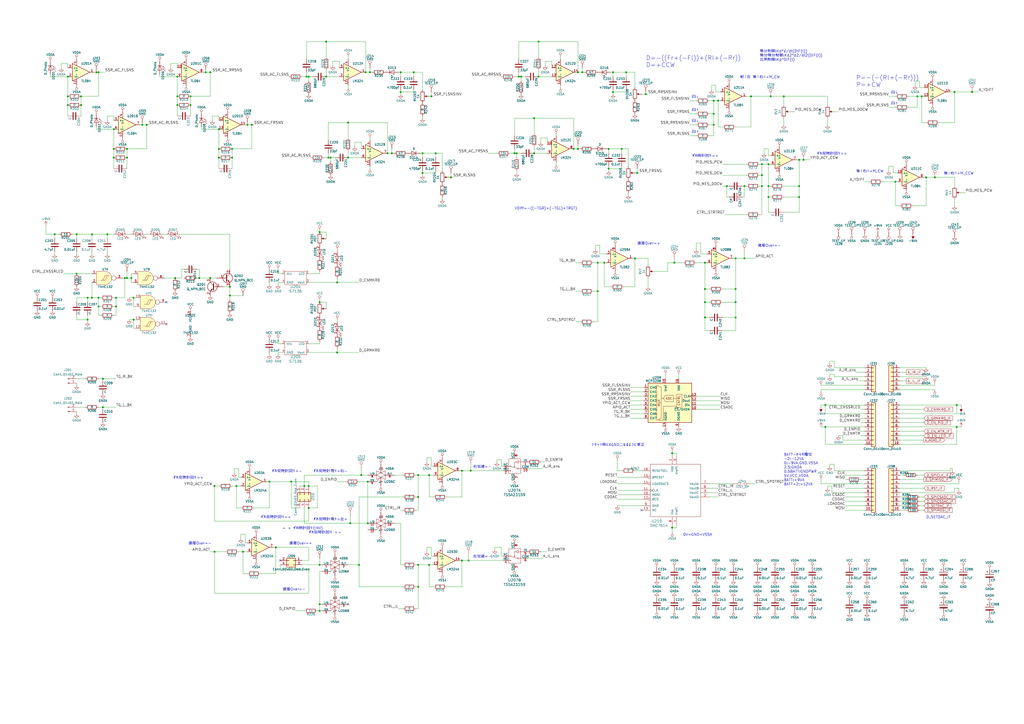
<source format=kicad_sch>
(kicad_sch (version 20211123) (generator eeschema)
  (paper "A2")
  (junction (at 110.49 55.88))
  (junction (at 478.79 247.65))
  (junction (at 240.03 41.91))
  (junction (at 77.47 185.42))
  (junction (at 213.36 303.53))
  (junction (at 39.37 44.45))
  (junction (at 261.62 102.87))
  (junction (at 127 86.36))
  (junction (at 232.41 41.91))
  (junction (at 57.15 41.91))
  (junction (at 408.94 167.64))
  (junction (at 179.07 294.64))
  (junction (at 242.57 288.29))
  (junction (at 203.2 303.53))
  (junction (at 445.77 95.25))
  (junction (at 201.93 71.12))
  (junction (at 195.58 163.83))
  (junction (at 369.57 100.33))
  (junction (at 537.21 102.87))
  (junction (at 185.42 354.33))
  (junction (at 312.42 24.13))
  (junction (at 389.89 262.89))
  (junction (at 124.46 281.94))
  (junction (at 431.8 149.86))
  (junction (at 298.45 88.9))
  (junction (at 160.02 317.5))
  (junction (at 201.93 91.44))
  (junction (at 44.45 135.89))
  (junction (at 245.11 100.33))
  (junction (at 53.34 172.72))
  (junction (at 242.57 275.59))
  (junction (at 391.16 152.4))
  (junction (at 463.55 114.3))
  (junction (at 250.19 55.88))
  (junction (at 335.28 41.91))
  (junction (at 185.42 327.66))
  (junction (at 245.11 88.9))
  (junction (at 248.92 327.66))
  (junction (at 85.09 72.39))
  (junction (at 441.96 107.95))
  (junction (at 101.6 161.29))
  (junction (at 44.45 158.75))
  (junction (at 127 91.44))
  (junction (at 137.16 281.94))
  (junction (at 414.02 58.42))
  (junction (at 309.88 88.9))
  (junction (at 46.99 60.96))
  (junction (at 67.31 177.8))
  (junction (at 39.37 60.96))
  (junction (at 554.99 247.65))
  (junction (at 408.94 152.4))
  (junction (at 534.67 55.88))
  (junction (at 209.55 275.59))
  (junction (at 408.94 175.26))
  (junction (at 134.62 86.36))
  (junction (at 102.87 55.88))
  (junction (at 190.5 91.44))
  (junction (at 73.66 161.29))
  (junction (at 299.72 88.9))
  (junction (at 426.72 149.86))
  (junction (at 335.28 86.36))
  (junction (at 563.88 53.34))
  (junction (at 463.55 107.95))
  (junction (at 133.35 171.45))
  (junction (at 252.73 88.9))
  (junction (at 59.69 236.22))
  (junction (at 242.57 327.66))
  (junction (at 140.97 320.04))
  (junction (at 227.33 88.9))
  (junction (at 447.04 55.88))
  (junction (at 66.04 74.93))
  (junction (at 337.82 41.91))
  (junction (at 435.61 55.88))
  (junction (at 179.07 44.45))
  (junction (at 156.21 279.4))
  (junction (at 426.72 175.26))
  (junction (at 146.05 72.39))
  (junction (at 273.05 273.05))
  (junction (at 185.42 350.52))
  (junction (at 466.09 92.71))
  (junction (at 267.97 325.12))
  (junction (at 185.42 134.62))
  (junction (at 346.71 168.91))
  (junction (at 134.62 91.44))
  (junction (at 57.15 177.8))
  (junction (at 213.36 279.4))
  (junction (at 73.66 91.44))
  (junction (at 360.68 86.36))
  (junction (at 55.88 41.91))
  (junction (at 414.02 72.39))
  (junction (at 189.23 24.13))
  (junction (at 554.99 234.95))
  (junction (at 267.97 273.05))
  (junction (at 350.52 152.4))
  (junction (at 177.8 44.45))
  (junction (at 300.99 44.45))
  (junction (at 179.07 281.94))
  (junction (at 59.69 219.71))
  (junction (at 368.3 149.86))
  (junction (at 248.92 275.59))
  (junction (at 421.64 107.95))
  (junction (at 110.49 60.96))
  (junction (at 426.72 167.64))
  (junction (at 102.87 60.96))
  (junction (at 176.53 281.94))
  (junction (at 115.57 161.29))
  (junction (at 57.15 172.72))
  (junction (at 121.92 41.91))
  (junction (at 355.6 53.34))
  (junction (at 445.77 114.3))
  (junction (at 224.79 88.9))
  (junction (at 426.72 184.15))
  (junction (at 355.6 41.91))
  (junction (at 50.8 185.42))
  (junction (at 414.02 66.04))
  (junction (at 77.47 172.72))
  (junction (at 102.87 44.45))
  (junction (at 46.99 55.88))
  (junction (at 463.55 92.71))
  (junction (at 66.04 86.36))
  (junction (at 50.8 172.72))
  (junction (at 191.77 91.44))
  (junction (at 408.94 184.15))
  (junction (at 214.63 41.91))
  (junction (at 39.37 55.88))
  (junction (at 168.91 279.4))
  (junction (at 242.57 340.36))
  (junction (at 67.31 172.72))
  (junction (at 332.74 86.36))
  (junction (at 309.88 68.58))
  (junction (at 353.06 86.36))
  (junction (at 441.96 95.25))
  (junction (at 66.04 91.44))
  (junction (at 389.89 306.07))
  (junction (at 119.38 41.91))
  (junction (at 31.75 135.89))
  (junction (at 212.09 41.91))
  (junction (at 441.96 101.6))
  (junction (at 312.42 44.45))
  (junction (at 445.77 107.95))
  (junction (at 53.34 135.89))
  (junction (at 302.26 44.45))
  (junction (at 478.79 234.95))
  (junction (at 189.23 44.45))
  (junction (at 416.56 58.42))
  (junction (at 553.72 53.34))
  (junction (at 454.66 55.88))
  (junction (at 346.71 152.4))
  (junction (at 62.23 135.89))
  (junction (at 185.42 175.26))
  (junction (at 271.78 325.12))
  (junction (at 195.58 204.47))
  (junction (at 431.8 107.95))
  (junction (at 127 74.93))
  (junction (at 542.29 102.87))
  (junction (at 519.43 105.41))
  (junction (at 363.22 41.91))
  (junction (at 121.92 161.29))
  (junction (at 82.55 72.39))
  (junction (at 133.35 166.37))
  (junction (at 124.46 320.04))
  (junction (at 72.39 161.29))
  (junction (at 374.65 54.61))
  (junction (at 73.66 86.36))
  (junction (at 76.2 161.29))
  (junction (at 232.41 53.34))
  (junction (at 208.28 327.66))
  (junction (at 532.13 55.88))
  (junction (at 353.06 97.79))
  (junction (at 143.51 72.39))
  (no_connect (at 96.52 187.96))
  (no_connect (at 372.11 295.91))
  (no_connect (at 201.93 350.52))
  (no_connect (at 96.52 175.26))
  (no_connect (at 162.56 325.12))
  (wire (pts (xy 501.65 255.27) (xy 488.95 255.27)))
  (wire (pts (xy 488.95 252.73) (xy 486.41 252.73)))
  (wire (pts (xy 124.46 281.94) (xy 127 281.94)))
  (wire (pts (xy 433.07 101.6) (xy 419.1 101.6)))
  (wire (pts (xy 156.21 294.64) (xy 156.21 279.4)))
  (wire (pts (xy 374.65 54.61) (xy 374.65 53.34)))
  (wire (pts (xy 386.08 217.17) (xy 386.08 219.71)))
  (wire (pts (xy 245.11 68.58) (xy 245.11 67.31)))
  (wire (pts (xy 287.02 317.5) (xy 287.02 318.77)))
  (wire (pts (xy 55.88 41.91) (xy 55.88 40.64)))
  (wire (pts (xy 201.93 91.44) (xy 209.55 91.44)))
  (wire (pts (xy 355.6 53.34) (xy 363.22 53.34)))
  (wire (pts (xy 248.92 288.29) (xy 248.92 275.59)))
  (wire (pts (xy 185.42 327.66) (xy 186.69 327.66)))
  (wire (pts (xy 345.44 144.78) (xy 345.44 142.24)))
  (wire (pts (xy 190.5 71.12) (xy 201.93 71.12)))
  (wire (pts (xy 185.42 199.39) (xy 185.42 198.12)))
  (wire (pts (xy 44.45 238.76) (xy 44.45 240.03)))
  (wire (pts (xy 242.57 340.36) (xy 242.57 353.06)))
  (wire (pts (xy 44.45 135.89) (xy 53.34 135.89)))
  (wire (pts (xy 189.23 24.13) (xy 189.23 33.02)))
  (wire (pts (xy 232.41 52.07) (xy 232.41 53.34)))
  (wire (pts (xy 389.89 261.62) (xy 389.89 262.89)))
  (wire (pts (xy 102.87 60.96) (xy 102.87 67.31)))
  (wire (pts (xy 245.11 88.9) (xy 252.73 88.9)))
  (wire (pts (xy 443.23 88.9) (xy 443.23 86.36)))
  (wire (pts (xy 441.96 95.25) (xy 445.77 95.25)))
  (wire (pts (xy 259.08 340.36) (xy 267.97 340.36)))
  (wire (pts (xy 408.94 175.26) (xy 411.48 175.26)))
  (wire (pts (xy 353.06 97.79) (xy 360.68 97.79)))
  (wire (pts (xy 99.06 39.37) (xy 99.06 36.83)))
  (wire (pts (xy 213.36 279.4) (xy 213.36 303.53)))
  (wire (pts (xy 232.41 303.53) (xy 232.41 327.66)))
  (wire (pts (xy 535.94 255.27) (xy 521.97 255.27)))
  (wire (pts (xy 445.77 107.95) (xy 445.77 114.3)))
  (wire (pts (xy 364.49 113.03) (xy 364.49 111.76)))
  (wire (pts (xy 433.07 55.88) (xy 435.61 55.88)))
  (wire (pts (xy 250.19 270.51) (xy 251.46 270.51)))
  (wire (pts (xy 62.23 69.85) (xy 62.23 67.31)))
  (wire (pts (xy 133.35 166.37) (xy 133.35 171.45)))
  (wire (pts (xy 242.57 353.06) (xy 241.3 353.06)))
  (wire (pts (xy 309.88 68.58) (xy 309.88 77.47)))
  (wire (pts (xy 46.99 60.96) (xy 46.99 67.31)))
  (wire (pts (xy 176.53 294.64) (xy 176.53 303.53)))
  (wire (pts (xy 184.15 354.33) (xy 185.42 354.33)))
  (wire (pts (xy 256.54 88.9) (xy 256.54 99.06)))
  (wire (pts (xy 242.57 275.59) (xy 242.57 288.29)))
  (wire (pts (xy 290.83 322.58) (xy 290.83 317.5)))
  (wire (pts (xy 190.5 91.44) (xy 191.77 91.44)))
  (wire (pts (xy 53.34 147.32) (xy 53.34 146.05)))
  (wire (pts (xy 177.8 44.45) (xy 179.07 44.45)))
  (wire (pts (xy 67.31 172.72) (xy 67.31 177.8)))
  (wire (pts (xy 185.42 323.85) (xy 185.42 327.66)))
  (wire (pts (xy 554.99 234.95) (xy 557.53 234.95)))
  (wire (pts (xy 195.58 161.29) (xy 195.58 163.83)))
  (wire (pts (xy 77.47 185.42) (xy 78.74 185.42)))
  (wire (pts (xy 187.96 91.44) (xy 190.5 91.44)))
  (wire (pts (xy 426.72 73.66) (xy 435.61 73.66)))
  (wire (pts (xy 134.62 281.94) (xy 137.16 281.94)))
  (wire (pts (xy 161.29 204.47) (xy 163.83 204.47)))
  (wire (pts (xy 39.37 60.96) (xy 39.37 67.31)))
  (wire (pts (xy 242.57 327.66) (xy 242.57 340.36)))
  (wire (pts (xy 26.67 135.89) (xy 26.67 130.81)))
  (wire (pts (xy 521.97 234.95) (xy 554.99 234.95)))
  (wire (pts (xy 419.1 175.26) (xy 426.72 175.26)))
  (wire (pts (xy 104.14 135.89) (xy 133.35 135.89)))
  (wire (pts (xy 353.06 88.9) (xy 353.06 86.36)))
  (wire (pts (xy 185.42 350.52) (xy 185.42 354.33)))
  (wire (pts (xy 201.93 71.12) (xy 224.79 71.12)))
  (wire (pts (xy 185.42 173.99) (xy 185.42 175.26)))
  (wire (pts (xy 320.04 35.56) (xy 320.04 39.37)))
  (wire (pts (xy 50.8 185.42) (xy 50.8 186.69)))
  (wire (pts (xy 195.58 163.83) (xy 208.28 163.83)))
  (wire (pts (xy 135.89 271.78) (xy 138.43 271.78)))
  (wire (pts (xy 186.69 350.52) (xy 185.42 350.52)))
  (wire (pts (xy 346.71 152.4) (xy 350.52 152.4)))
  (wire (pts (xy 521.97 278.13) (xy 535.94 278.13)))
  (wire (pts (xy 54.61 41.91) (xy 55.88 41.91)))
  (wire (pts (xy 551.18 273.05) (xy 521.97 273.05)))
  (wire (pts (xy 553.72 71.12) (xy 553.72 53.34)))
  (wire (pts (xy 252.73 100.33) (xy 252.73 99.06)))
  (wire (pts (xy 212.09 41.91) (xy 214.63 41.91)))
  (wire (pts (xy 435.61 73.66) (xy 435.61 55.88)))
  (wire (pts (xy 480.06 55.88) (xy 480.06 60.96)))
  (wire (pts (xy 250.19 265.43) (xy 250.19 270.51)))
  (wire (pts (xy 250.19 322.58) (xy 251.46 322.58)))
  (wire (pts (xy 266.7 273.05) (xy 267.97 273.05)))
  (wire (pts (xy 426.72 175.26) (xy 426.72 184.15)))
  (wire (pts (xy 44.45 147.32) (xy 44.45 146.05)))
  (wire (pts (xy 298.45 88.9) (xy 299.72 88.9)))
  (wire (pts (xy 245.11 91.44) (xy 245.11 88.9)))
  (wire (pts (xy 524.51 275.59) (xy 521.97 275.59)))
  (wire (pts (xy 521.97 290.83) (xy 525.78 290.83)))
  (wire (pts (xy 358.14 289.56) (xy 372.11 289.56)))
  (wire (pts (xy 313.69 267.97) (xy 316.23 267.97)))
  (wire (pts (xy 325.12 50.8) (xy 325.12 49.53)))
  (wire (pts (xy 368.3 273.05) (xy 372.11 273.05)))
  (wire (pts (xy 85.09 72.39) (xy 86.36 72.39)))
  (wire (pts (xy 273.05 273.05) (xy 292.1 273.05)))
  (wire (pts (xy 336.55 152.4) (xy 334.01 152.4)))
  (wire (pts (xy 298.45 68.58) (xy 309.88 68.58)))
  (wire (pts (xy 441.96 107.95) (xy 441.96 124.46)))
  (wire (pts (xy 440.69 101.6) (xy 441.96 101.6)))
  (wire (pts (xy 240.03 41.91) (xy 240.03 44.45)))
  (wire (pts (xy 521.97 257.81) (xy 554.99 257.81)))
  (wire (pts (xy 73.66 135.89) (xy 76.2 135.89)))
  (wire (pts (xy 50.8 172.72) (xy 53.34 172.72)))
  (wire (pts (xy 179.07 325.12) (xy 175.26 325.12)))
  (wire (pts (xy 201.93 33.02) (xy 201.93 34.29)))
  (wire (pts (xy 59.69 219.71) (xy 67.31 219.71)))
  (wire (pts (xy 309.88 88.9) (xy 317.5 88.9)))
  (wire (pts (xy 248.92 55.88) (xy 250.19 55.88)))
  (wire (pts (xy 553.72 115.57) (xy 553.72 119.38)))
  (wire (pts (xy 241.3 275.59) (xy 242.57 275.59)))
  (wire (pts (xy 365.76 234.95) (xy 373.38 234.95)))
  (wire (pts (xy 416.56 73.66) (xy 419.1 73.66)))
  (wire (pts (xy 26.67 135.89) (xy 31.75 135.89)))
  (wire (pts (xy 184.15 294.64) (xy 179.07 294.64)))
  (wire (pts (xy 227.33 88.9) (xy 228.6 88.9)))
  (wire (pts (xy 534.67 71.12) (xy 537.21 71.12)))
  (wire (pts (xy 59.69 220.98) (xy 59.69 219.71)))
  (wire (pts (xy 387.35 152.4) (xy 391.16 152.4)))
  (wire (pts (xy 563.88 53.34) (xy 567.69 53.34)))
  (wire (pts (xy 556.26 280.67) (xy 556.26 279.4)))
  (wire (pts (xy 233.68 353.06) (xy 231.14 353.06)))
  (wire (pts (xy 504.19 105.41) (xy 501.65 105.41)))
  (wire (pts (xy 375.92 149.86) (xy 375.92 153.67)))
  (wire (pts (xy 299.72 88.9) (xy 302.26 88.9)))
  (wire (pts (xy 127 91.44) (xy 127 97.79)))
  (wire (pts (xy 162.56 330.2) (xy 162.56 327.66)))
  (wire (pts (xy 414.02 58.42) (xy 414.02 66.04)))
  (wire (pts (xy 190.5 88.9) (xy 190.5 91.44)))
  (wire (pts (xy 185.42 158.75) (xy 185.42 157.48)))
  (wire (pts (xy 481.33 209.55) (xy 481.33 210.82)))
  (wire (pts (xy 127 86.36) (xy 127 91.44)))
  (wire (pts (xy 501.65 242.57) (xy 499.11 242.57)))
  (wire (pts (xy 208.28 279.4) (xy 213.36 279.4)))
  (wire (pts (xy 426.72 149.86) (xy 426.72 167.64)))
  (wire (pts (xy 422.91 114.3) (xy 421.64 114.3)))
  (wire (pts (xy 463.55 107.95) (xy 463.55 114.3)))
  (wire (pts (xy 416.56 283.21) (xy 411.48 283.21)))
  (wire (pts (xy 57.15 177.8) (xy 57.15 182.88)))
  (wire (pts (xy 363.22 41.91) (xy 363.22 44.45)))
  (wire (pts (xy 478.79 247.65) (xy 478.79 257.81)))
  (wire (pts (xy 184.15 281.94) (xy 184.15 294.64)))
  (wire (pts (xy 365.76 224.79) (xy 373.38 224.79)))
  (wire (pts (xy 176.53 281.94) (xy 176.53 275.59)))
  (wire (pts (xy 435.61 55.88) (xy 447.04 55.88)))
  (wire (pts (xy 530.86 46.99) (xy 533.4 46.99)))
  (wire (pts (xy 454.66 107.95) (xy 463.55 107.95)))
  (wire (pts (xy 300.99 44.45) (xy 302.26 44.45)))
  (wire (pts (xy 316.23 38.1) (xy 316.23 35.56)))
  (wire (pts (xy 350.52 152.4) (xy 351.79 152.4)))
  (wire (pts (xy 245.11 99.06) (xy 245.11 100.33)))
  (wire (pts (xy 201.93 71.12) (xy 201.93 80.01)))
  (wire (pts (xy 372.11 276.86) (xy 358.14 276.86)))
  (wire (pts (xy 232.41 327.66) (xy 233.68 327.66)))
  (wire (pts (xy 426.72 149.86) (xy 431.8 149.86)))
  (wire (pts (xy 430.53 107.95) (xy 431.8 107.95)))
  (wire (pts (xy 271.78 325.12) (xy 292.1 325.12)))
  (wire (pts (xy 553.72 53.34) (xy 563.88 53.34)))
  (wire (pts (xy 31.75 135.89) (xy 34.29 135.89)))
  (wire (pts (xy 440.69 95.25) (xy 441.96 95.25)))
  (wire (pts (xy 292.1 322.58) (xy 290.83 322.58)))
  (wire (pts (xy 483.87 218.44) (xy 501.65 218.44)))
  (wire (pts (xy 66.04 91.44) (xy 66.04 97.79)))
  (wire (pts (xy 179.07 344.17) (xy 179.07 330.2)))
  (wire (pts (xy 138.43 271.78) (xy 138.43 276.86)))
  (wire (pts (xy 248.92 340.36) (xy 248.92 327.66)))
  (wire (pts (xy 353.06 97.79) (xy 353.06 99.06)))
  (wire (pts (xy 332.74 68.58) (xy 332.74 86.36)))
  (wire (pts (xy 124.46 320.04) (xy 130.81 320.04)))
  (wire (pts (xy 325.12 33.02) (xy 325.12 34.29)))
  (wire (pts (xy 527.05 62.23) (xy 532.13 62.23)))
  (wire (pts (xy 519.43 119.38) (xy 519.43 105.41)))
  (wire (pts (xy 57.15 41.91) (xy 60.96 41.91)))
  (wire (pts (xy 408.94 184.15) (xy 411.48 184.15)))
  (wire (pts (xy 209.55 82.55) (xy 209.55 86.36)))
  (wire (pts (xy 445.77 90.17) (xy 447.04 90.17)))
  (wire (pts (xy 119.38 41.91) (xy 119.38 40.64)))
  (wire (pts (xy 478.79 257.81) (xy 501.65 257.81)))
  (wire (pts (xy 414.02 72.39) (xy 414.02 78.74)))
  (wire (pts (xy 417.83 232.41) (xy 403.86 232.41)))
  (wire (pts (xy 209.55 271.78) (xy 209.55 275.59)))
  (wire (pts (xy 313.69 80.01) (xy 317.5 80.01)))
  (wire (pts (xy 379.73 157.48) (xy 387.35 157.48)))
  (wire (pts (xy 201.93 327.66) (xy 208.28 327.66)))
  (wire (pts (xy 134.62 86.36) (xy 134.62 91.44)))
  (wire (pts (xy 53.34 163.83) (xy 53.34 172.72)))
  (wire (pts (xy 334.01 168.91) (xy 336.55 168.91)))
  (wire (pts (xy 142.24 309.88) (xy 142.24 314.96)))
  (wire (pts (xy 177.8 24.13) (xy 189.23 24.13)))
  (wire (pts (xy 309.88 85.09) (xy 309.88 88.9)))
  (wire (pts (xy 431.8 107.95) (xy 433.07 107.95)))
  (wire (pts (xy 232.41 53.34) (xy 232.41 54.61)))
  (wire (pts (xy 185.42 133.35) (xy 185.42 134.62)))
  (wire (pts (xy 354.33 41.91) (xy 355.6 41.91)))
  (wire (pts (xy 203.2 303.53) (xy 213.36 303.53)))
  (wire (pts (xy 375.92 161.29) (xy 375.92 166.37)))
  (wire (pts (xy 36.83 158.75) (xy 44.45 158.75)))
  (wire (pts (xy 363.22 41.91) (xy 368.3 41.91)))
  (wire (pts (xy 488.95 255.27) (xy 488.95 252.73)))
  (wire (pts (xy 454.66 114.3) (xy 463.55 114.3)))
  (wire (pts (xy 195.58 201.93) (xy 195.58 204.47)))
  (wire (pts (xy 337.82 41.91) (xy 339.09 41.91)))
  (wire (pts (xy 196.85 35.56) (xy 196.85 39.37)))
  (wire (pts (xy 476.25 278.13) (xy 476.25 280.67)))
  (wire (pts (xy 177.8 34.29) (xy 177.8 24.13)))
  (wire (pts (xy 139.7 312.42) (xy 139.7 309.88)))
  (wire (pts (xy 189.23 175.26) (xy 189.23 179.07)))
  (wire (pts (xy 335.28 41.91) (xy 337.82 41.91)))
  (wire (pts (xy 302.26 44.45) (xy 304.8 44.45)))
  (wire (pts (xy 137.16 281.94) (xy 139.7 281.94)))
  (wire (pts (xy 499.11 252.73) (xy 501.65 252.73)))
  (wire (pts (xy 542.29 226.06) (xy 521.97 226.06)))
  (wire (pts (xy 208.28 288.29) (xy 233.68 288.29)))
  (wire (pts (xy 62.23 135.89) (xy 62.23 138.43)))
  (wire (pts (xy 433.07 124.46) (xy 420.37 124.46)))
  (wire (pts (xy 419.1 167.64) (xy 426.72 167.64)))
  (wire (pts (xy 29.21 43.18) (xy 29.21 44.45)))
  (wire (pts (xy 302.26 46.99) (xy 302.26 44.45)))
  (wire (pts (xy 137.16 294.64) (xy 137.16 281.94)))
  (wire (pts (xy 266.7 325.12) (xy 267.97 325.12)))
  (wire (pts (xy 185.42 175.26) (xy 189.23 175.26)))
  (wire (pts (xy 533.4 290.83) (xy 535.94 290.83)))
  (wire (pts (xy 373.38 227.33) (xy 365.76 227.33)))
  (wire (pts (xy 491.49 278.13) (xy 490.22 278.13)))
  (wire (pts (xy 408.94 175.26) (xy 408.94 184.15)))
  (wire (pts (xy 466.09 92.71) (xy 469.9 92.71)))
  (wire (pts (xy 501.65 213.36) (xy 483.87 213.36)))
  (wire (pts (xy 67.31 177.8) (xy 67.31 182.88)))
  (wire (pts (xy 299.72 100.33) (xy 299.72 99.06)))
  (wire (pts (xy 411.48 285.75) (xy 416.56 285.75)))
  (wire (pts (xy 168.91 294.64) (xy 168.91 279.4)))
  (wire (pts (xy 447.04 107.95) (xy 445.77 107.95)))
  (wire (pts (xy 76.2 163.83) (xy 77.47 163.83)))
  (wire (pts (xy 173.99 294.64) (xy 168.91 294.64)))
  (wire (pts (xy 521.97 245.11) (xy 535.94 245.11)))
  (wire (pts (xy 521.97 242.57) (xy 535.94 242.57)))
  (wire (pts (xy 50.8 182.88) (xy 50.8 185.42)))
  (wire (pts (xy 373.38 237.49) (xy 365.76 237.49)))
  (wire (pts (xy 160.02 332.74) (xy 160.02 317.5)))
  (wire (pts (xy 251.46 288.29) (xy 248.92 288.29)))
  (wire (pts (xy 44.45 172.72) (xy 44.45 175.26)))
  (wire (pts (xy 358.14 273.05) (xy 360.68 273.05)))
  (wire (pts (xy 44.45 172.72) (xy 50.8 172.72)))
  (wire (pts (xy 300.99 34.29) (xy 300.99 24.13)))
  (wire (pts (xy 499.11 250.19) (xy 501.65 250.19)))
  (wire (pts (xy 176.53 303.53) (xy 203.2 303.53)))
  (wire (pts (xy 403.86 152.4) (xy 408.94 152.4)))
  (wire (pts (xy 463.55 92.71) (xy 463.55 107.95)))
  (wire (pts (xy 335.28 24.13) (xy 335.28 41.91)))
  (wire (pts (xy 72.39 172.72) (xy 72.39 161.29)))
  (wire (pts (xy 535.94 288.29) (xy 533.4 288.29)))
  (wire (pts (xy 360.68 86.36) (xy 364.49 86.36)))
  (wire (pts (xy 39.37 44.45) (xy 39.37 55.88)))
  (wire (pts (xy 365.76 229.87) (xy 373.38 229.87)))
  (wire (pts (xy 29.21 44.45) (xy 39.37 44.45)))
  (wire (pts (xy 521.97 293.37) (xy 525.78 293.37)))
  (wire (pts (xy 156.21 279.4) (xy 168.91 279.4)))
  (wire (pts (xy 426.72 191.77) (xy 419.1 191.77)))
  (wire (pts (xy 66.04 172.72) (xy 67.31 172.72)))
  (wire (pts (xy 35.56 39.37) (xy 35.56 36.83)))
  (wire (pts (xy 481.33 270.51) (xy 481.33 269.24)))
  (wire (pts (xy 476.25 236.22) (xy 476.25 234.95)))
  (wire (pts (xy 369.57 100.33) (xy 370.84 100.33)))
  (wire (pts (xy 317.5 80.01) (xy 317.5 83.82)))
  (wire (pts (xy 490.22 275.59) (xy 501.65 275.59)))
  (wire (pts (xy 248.92 327.66) (xy 251.46 327.66)))
  (wire (pts (xy 161.29 199.39) (xy 163.83 199.39)))
  (wire (pts (xy 173.99 281.94) (xy 176.53 281.94)))
  (wire (pts (xy 242.57 295.91) (xy 241.3 295.91)))
  (wire (pts (xy 114.3 156.21) (xy 115.57 156.21)))
  (wire (pts (xy 121.92 41.91) (xy 123.19 41.91)))
  (wire (pts (xy 142.24 72.39) (xy 143.51 72.39)))
  (wire (pts (xy 350.52 166.37) (xy 350.52 152.4)))
  (wire (pts (xy 138.43 320.04) (xy 140.97 320.04)))
  (wire (pts (xy 515.62 55.88) (xy 519.43 55.88)))
  (wire (pts (xy 92.71 43.18) (xy 92.71 44.45)))
  (wire (pts (xy 351.79 86.36) (xy 353.06 86.36)))
  (wire (pts (xy 335.28 83.82) (xy 335.28 86.36)))
  (wire (pts (xy 416.56 288.29) (xy 411.48 288.29)))
  (wire (pts (xy 408.94 152.4) (xy 410.21 152.4)))
  (wire (pts (xy 123.19 69.85) (xy 123.19 67.31)))
  (wire (pts (xy 77.47 172.72) (xy 78.74 172.72)))
  (wire (pts (xy 389.89 262.89) (xy 392.43 262.89)))
  (wire (pts (xy 139.7 309.88) (xy 142.24 309.88)))
  (wire (pts (xy 73.66 91.44) (xy 73.66 97.79)))
  (wire (pts (xy 115.57 161.29) (xy 121.92 161.29)))
  (wire (pts (xy 408.94 191.77) (xy 411.48 191.77)))
  (wire (pts (xy 138.43 276.86) (xy 139.7 276.86)))
  (wire (pts (xy 252.73 88.9) (xy 256.54 88.9)))
  (wire (pts (xy 532.13 55.88) (xy 534.67 55.88)))
  (wire (pts (xy 411.48 280.67) (xy 425.45 280.67)))
  (wire (pts (xy 426.72 184.15) (xy 419.1 184.15)))
  (wire (pts (xy 123.19 67.31) (xy 127 67.31)))
  (wire (pts (xy 44.45 158.75) (xy 53.34 158.75)))
  (wire (pts (xy 118.11 41.91) (xy 119.38 41.91)))
  (wire (pts (xy 273.05 269.24) (xy 273.05 273.05)))
  (wire (pts (xy 139.7 294.64) (xy 137.16 294.64)))
  (wire (pts (xy 361.95 166.37) (xy 368.3 166.37)))
  (wire (pts (xy 93.98 135.89) (xy 96.52 135.89)))
  (wire (pts (xy 250.19 55.88) (xy 251.46 55.88)))
  (wire (pts (xy 553.72 285.75) (xy 521.97 285.75)))
  (wire (pts (xy 363.22 53.34) (xy 363.22 52.07)))
  (wire (pts (xy 480.06 68.58) (xy 480.06 72.39)))
  (wire (pts (xy 408.94 167.64) (xy 408.94 175.26)))
  (wire (pts (xy 105.41 156.21) (xy 105.41 161.29)))
  (wire (pts (xy 374.65 54.61) (xy 375.92 54.61)))
  (wire (pts (xy 312.42 24.13) (xy 312.42 33.02)))
  (wire (pts (xy 245.11 41.91) (xy 245.11 52.07)))
  (wire (pts (xy 161.29 165.1) (xy 161.29 163.83)))
  (wire (pts (xy 78.74 177.8) (xy 77.47 177.8)))
  (wire (pts (xy 175.26 44.45) (xy 177.8 44.45)))
  (wire (pts (xy 557.53 234.95) (xy 557.53 236.22)))
  (wire (pts (xy 156.21 163.83) (xy 156.21 165.1)))
  (wire (pts (xy 408.94 184.15) (xy 408.94 191.77)))
  (wire (pts (xy 476.25 234.95) (xy 478.79 234.95)))
  (wire (pts (xy 193.04 35.56) (xy 196.85 35.56)))
  (wire (pts (xy 62.23 67.31) (xy 66.04 67.31)))
  (wire (pts (xy 521.97 250.19) (xy 535.94 250.19)))
  (wire (pts (xy 242.57 288.29) (xy 242.57 295.91)))
  (wire (pts (xy 298.45 44.45) (xy 300.99 44.45)))
  (wire (pts (xy 299.72 91.44) (xy 299.72 88.9)))
  (wire (pts (xy 74.93 172.72) (xy 77.47 172.72)))
  (wire (pts (xy 537.21 213.36) (xy 521.97 213.36)))
  (wire (pts (xy 387.35 157.48) (xy 387.35 152.4)))
  (wire (pts (xy 483.87 273.05) (xy 501.65 273.05)))
  (wire (pts (xy 445.77 114.3) (xy 445.77 123.19)))
  (wire (pts (xy 419.1 107.95) (xy 421.64 107.95)))
  (wire (pts (xy 445.77 86.36) (xy 445.77 90.17)))
  (wire (pts (xy 82.55 72.39) (xy 82.55 71.12)))
  (wire (pts (xy 78.74 190.5) (xy 77.47 190.5)))
  (wire (pts (xy 431.8 114.3) (xy 431.8 107.95)))
  (wire (pts (xy 344.17 168.91) (xy 346.71 168.91)))
  (wire (pts (xy 478.79 234.95) (xy 478.79 240.03)))
  (wire (pts (xy 86.36 135.89) (xy 83.82 135.89)))
  (wire (pts (xy 209.55 275.59) (xy 213.36 275.59)))
  (wire (pts (xy 232.41 44.45) (xy 232.41 41.91)))
  (wire (pts (xy 483.87 217.17) (xy 483.87 218.44)))
  (wire (pts (xy 534.67 55.88) (xy 535.94 55.88)))
  (wire (pts (xy 358.14 266.7) (xy 358.14 273.05)))
  (wire (pts (xy 556.26 284.48) (xy 556.26 283.21)))
  (wire (pts (xy 245.11 100.33) (xy 245.11 101.6)))
  (wire (pts (xy 554.99 247.65) (xy 557.53 247.65)))
  (wire (pts (xy 411.48 58.42) (xy 414.02 58.42)))
  (wire (pts (xy 535.94 295.91) (xy 533.4 295.91)))
  (wire (pts (xy 66.04 67.31) (xy 66.04 69.85)))
  (wire (pts (xy 406.4 147.32) (xy 410.21 147.32)))
  (wire (pts (xy 345.44 142.24) (xy 347.98 142.24)))
  (wire (pts (xy 544.83 71.12) (xy 553.72 71.12)))
  (wire (pts (xy 551.18 271.78) (xy 552.45 271.78)))
  (wire (pts (xy 81.28 72.39) (xy 82.55 72.39)))
  (wire (pts (xy 346.71 186.69) (xy 344.17 186.69)))
  (wire (pts (xy 298.45 86.36) (xy 298.45 88.9)))
  (wire (pts (xy 214.63 80.01) (xy 214.63 81.28)))
  (wire (pts (xy 242.57 275.59) (xy 248.92 275.59)))
  (wire (pts (xy 214.63 41.91) (xy 215.9 41.91)))
  (wire (pts (xy 31.75 135.89) (xy 31.75 138.43)))
  (wire (pts (xy 231.14 41.91) (xy 232.41 41.91)))
  (wire (pts (xy 123.19 281.94) (xy 124.46 281.94)))
  (wire (pts (xy 227.33 86.36) (xy 227.33 88.9)))
  (wire (pts (xy 189.23 134.62) (xy 189.23 138.43)))
  (wire (pts (xy 408.94 152.4) (xy 408.94 167.64)))
  (wire (pts (xy 53.34 172.72) (xy 57.15 172.72)))
  (wire (pts (xy 73.66 86.36) (xy 73.66 91.44)))
  (wire (pts (xy 228.6 275.59) (xy 233.68 275.59)))
  (wire (pts (xy 228.6 303.53) (xy 232.41 303.53)))
  (wire (pts (xy 368.3 100.33) (xy 369.57 100.33)))
  (wire (pts (xy 232.41 53.34) (xy 240.03 53.34)))
  (wire (pts (xy 208.28 327.66) (xy 208.28 340.36)))
  (wire (pts (xy 322.58 95.25) (xy 322.58 93.98)))
  (wire (pts (xy 189.23 24.13) (xy 212.09 24.13)))
  (wire (pts (xy 201.93 50.8) (xy 201.93 49.53)))
  (wire (pts (xy 44.45 219.71) (xy 49.53 219.71)))
  (wire (pts (xy 92.71 44.45) (xy 102.87 44.45)))
  (wire (pts (xy 347.98 142.24) (xy 347.98 147.32)))
  (wire (pts (xy 360.68 86.36) (xy 360.68 88.9)))
  (wire (pts (xy 55.88 73.66) (xy 55.88 74.93)))
  (wire (pts (xy 158.75 317.5) (xy 160.02 317.5)))
  (wire (pts (xy 334.01 186.69) (xy 336.55 186.69)))
  (wire (pts (xy 110.49 60.96) (xy 110.49 67.31)))
  (wire (pts (xy 501.65 293.37) (xy 490.22 293.37)))
  (wire (pts (xy 406.4 140.97) (xy 406.4 147.32)))
  (wire (pts (xy 542.29 102.87) (xy 553.72 102.87)))
  (wire (pts (xy 499.11 278.13) (xy 501.65 278.13)))
  (wire (pts (xy 57.15 172.72) (xy 58.42 172.72)))
  (wire (pts (xy 160.02 317.5) (xy 179.07 317.5)))
  (wire (pts (xy 368.3 41.91) (xy 368.3 50.8)))
  (wire (pts (xy 57.15 182.88) (xy 58.42 182.88)))
  (wire (pts (xy 116.84 73.66) (xy 116.84 74.93)))
  (wire (pts (xy 44.45 182.88) (xy 44.45 185.42)))
  (wire (pts (xy 240.03 41.91) (xy 245.11 41.91)))
  (wire (pts (xy 190.5 81.28) (xy 190.5 71.12)))
  (wire (pts (xy 497.84 220.98) (xy 501.65 220.98)))
  (wire (pts (xy 481.33 217.17) (xy 483.87 217.17)))
  (wire (pts (xy 290.83 317.5) (xy 287.02 317.5)))
  (wire (pts (xy 179.07 279.4) (xy 179.07 281.94)))
  (wire (pts (xy 146.05 72.39) (xy 147.32 72.39)))
  (wire (pts (xy 195.58 146.05) (xy 195.58 144.78)))
  (wire (pts (xy 535.94 102.87) (xy 537.21 102.87)))
  (wire (pts (xy 403.86 66.04) (xy 400.05 66.04)))
  (wire (pts (xy 314.96 323.85) (xy 306.07 323.85)))
  (wire (pts (xy 44.45 222.25) (xy 44.45 223.52)))
  (wire (pts (xy 537.21 102.87) (xy 542.29 102.87)))
  (wire (pts (xy 142.24 314.96) (xy 143.51 314.96)))
  (wire (pts (xy 179.07 199.39) (xy 185.42 199.39)))
  (wire (pts (xy 403.86 237.49) (xy 417.83 237.49)))
  (wire (pts (xy 74.93 185.42) (xy 77.47 185.42)))
  (wire (pts (xy 102.87 44.45) (xy 102.87 55.88)))
  (wire (pts (xy 58.42 177.8) (xy 57.15 177.8)))
  (wire (pts (xy 250.19 55.88) (xy 250.19 53.34)))
  (wire (pts (xy 490.22 283.21) (xy 501.65 283.21)))
  (wire (pts (xy 214.63 97.79) (xy 214.63 96.52)))
  (wire (pts (xy 134.62 86.36) (xy 146.05 86.36)))
  (wire (pts (xy 400.05 58.42) (xy 403.86 58.42)))
  (wire (pts (xy 133.35 166.37) (xy 129.54 166.37)))
  (wire (pts (xy 431.8 146.05) (xy 431.8 149.86)))
  (wire (pts (xy 316.23 35.56) (xy 320.04 35.56)))
  (wire (pts (xy 373.38 232.41) (xy 365.76 232.41)))
  (wire (pts (xy 267.97 340.36) (xy 267.97 325.12)))
  (wire (pts (xy 521.97 283.21) (xy 535.94 283.21)))
  (wire (pts (xy 208.28 288.29) (xy 208.28 327.66)))
  (wire (pts (xy 525.78 288.29) (xy 521.97 288.29)))
  (wire (pts (xy 195.58 186.69) (xy 195.58 185.42)))
  (wire (pts (xy 445.77 123.19) (xy 447.04 123.19)))
  (wire (pts (xy 224.79 71.12) (xy 224.79 88.9)))
  (wire (pts (xy 62.23 135.89) (xy 66.04 135.89)))
  (wire (pts (xy 245.11 100.33) (xy 252.73 100.33)))
  (wire (pts (xy 314.96 271.78) (xy 306.07 271.78)))
  (wire (pts (xy 114.3 161.29) (xy 115.57 161.29)))
  (wire (pts (xy 295.91 88.9) (xy 298.45 88.9)))
  (wire (pts (xy 283.21 88.9) (xy 288.29 88.9)))
  (wire (pts (xy 483.87 213.36) (xy 483.87 209.55)))
  (wire (pts (xy 373.38 242.57) (xy 365.76 242.57)))
  (wire (pts (xy 143.51 72.39) (xy 143.51 71.12)))
  (wire (pts (xy 414.02 58.42) (xy 416.56 58.42)))
  (wire (pts (xy 337.82 39.37) (xy 337.82 41.91)))
  (wire (pts (xy 441.96 124.46) (xy 440.69 124.46)))
  (wire (pts (xy 537.21 119.38) (xy 537.21 102.87)))
  (wire (pts (xy 496.57 215.9) (xy 501.65 215.9)))
  (wire (pts (xy 161.29 156.21) (xy 161.29 158.75)))
  (wire (pts (xy 533.4 293.37) (xy 535.94 293.37)))
  (wire (pts (xy 553.72 102.87) (xy 553.72 107.95)))
  (wire (pts (xy 443.23 86.36) (xy 445.77 86.36)))
  (wire (pts (xy 53.34 138.43) (xy 53.34 135.89)))
  (wire (pts (xy 191.77 91.44) (xy 194.31 91.44)))
  (wire (pts (xy 414.02 66.04) (xy 414.02 72.39)))
  (wire (pts (xy 31.75 147.32) (xy 31.75 146.05)))
  (wire (pts (xy 389.89 306.07) (xy 389.89 308.61)))
  (wire (pts (xy 481.33 217.17) (xy 481.33 218.44)))
  (wire (pts (xy 168.91 279.4) (xy 179.07 279.4)))
  (wire (pts (xy 415.29 49.53) (xy 415.29 53.34)))
  (wire (pts (xy 313.69 320.04) (xy 317.5 320.04)))
  (wire (pts (xy 426.72 167.64) (xy 426.72 175.26)))
  (wire (pts (xy 201.93 87.63) (xy 201.93 91.44)))
  (wire (pts (xy 177.8 41.91) (xy 177.8 44.45)))
  (wire (pts (xy 101.6 161.29) (xy 95.25 161.29)))
  (wire (pts (xy 346.71 168.91) (xy 346.71 186.69)))
  (wire (pts (xy 55.88 74.93) (xy 66.04 74.93)))
  (wire (pts (xy 447.04 55.88) (xy 454.66 55.88)))
  (wire (pts (xy 50.8 175.26) (xy 50.8 172.72)))
  (wire (pts (xy 179.07 44.45) (xy 181.61 44.45)))
  (wire (pts (xy 412.75 49.53) (xy 415.29 49.53)))
  (wire (pts (xy 116.84 74.93) (xy 127 74.93)))
  (wire (pts (xy 368.3 166.37) (xy 368.3 149.86)))
  (wire (pts (xy 205.74 85.09) (xy 205.74 82.55)))
  (wire (pts (xy 252.73 88.9) (xy 252.73 91.44)))
  (wire (pts (xy 248.92 275.59) (xy 251.46 275.59)))
  (wire (pts (xy 151.13 332.74) (xy 160.02 332.74)))
  (wire (pts (xy 425.45 149.86) (xy 426.72 149.86)))
  (wire (pts (xy 67.31 177.8) (xy 66.04 177.8)))
  (wire (pts (xy 332.74 86.36) (xy 335.28 86.36)))
  (wire (pts (xy 154.94 279.4) (xy 156.21 279.4)))
  (wire (pts (xy 179.07 158.75) (xy 185.42 158.75)))
  (wire (pts (xy 124.46 344.17) (xy 179.07 344.17)))
  (wire (pts (xy 313.69 82.55) (xy 313.69 80.01)))
  (wire (pts (xy 478.79 234.95) (xy 501.65 234.95)))
  (wire (pts (xy 542.29 222.25) (xy 542.29 223.52)))
  (wire (pts (xy 462.28 92.71) (xy 463.55 92.71)))
  (wire (pts (xy 369.57 100.33) (xy 369.57 97.79)))
  (wire (pts (xy 73.66 86.36) (xy 85.09 86.36)))
  (wire (pts (xy 250.19 317.5) (xy 250.19 322.58)))
  (wire (pts (xy 355.6 53.34) (xy 355.6 54.61)))
  (wire (pts (xy 179.07 302.26) (xy 179.07 294.64)))
  (wire (pts (xy 76.2 161.29) (xy 76.2 163.83)))
  (wire (pts (xy 67.31 182.88) (xy 66.04 182.88)))
  (wire (pts (xy 554.99 240.03) (xy 554.99 234.95)))
  (wire (pts (xy 121.92 320.04) (xy 124.46 320.04)))
  (wire (pts (xy 476.25 223.52) (xy 501.65 223.52)))
  (wire (pts (xy 414.02 72.39) (xy 411.48 72.39)))
  (wire (pts (xy 393.7 217.17) (xy 393.7 219.71)))
  (wire (pts (xy 53.34 135.89) (xy 62.23 135.89)))
  (wire (pts (xy 458.47 64.77) (xy 461.01 64.77)))
  (wire (pts (xy 161.29 196.85) (xy 161.29 199.39)))
  (wire (pts (xy 360.68 97.79) (xy 360.68 96.52)))
  (wire (pts (xy 140.97 171.45) (xy 133.35 171.45)))
  (wire (pts (xy 66.04 86.36) (xy 66.04 91.44)))
  (wire (pts (xy 478.79 240.03) (xy 501.65 240.03)))
  (wire (pts (xy 77.47 177.8) (xy 77.47 172.72)))
  (wire (pts (xy 67.31 172.72) (xy 72.39 172.72)))
  (wire (pts (xy 358.14 280.67) (xy 372.11 280.67)))
  (wire (pts (xy 179.07 163.83) (xy 195.58 163.83)))
  (wire (pts (xy 57.15 219.71) (xy 59.69 219.71)))
  (wire (pts (xy 490.22 288.29) (xy 501.65 288.29)))
  (wire (pts (xy 535.94 252.73) (xy 521.97 252.73)))
  (wire (pts (xy 214.63 39.37) (xy 214.63 41.91)))
  (wire (pts (xy 161.29 205.74) (xy 161.29 204.47)))
  (wire (pts (xy 76.2 158.75) (xy 76.2 161.29)))
  (wire (pts (xy 521.97 295.91) (xy 525.78 295.91)))
  (wire (pts (xy 205.74 82.55) (xy 209.55 82.55)))
  (wire (pts (xy 309.88 68.58) (xy 332.74 68.58)))
  (wire (pts (xy 176.53 354.33) (xy 171.45 354.33)))
  (wire (pts (xy 39.37 36.83) (xy 39.37 39.37)))
  (wire (pts (xy 482.6 281.94) (xy 482.6 285.75)))
  (wire (pts (xy 353.06 86.36) (xy 360.68 86.36)))
  (wire (pts (xy 483.87 269.24) (xy 483.87 273.05)))
  (wire (pts (xy 322.58 77.47) (xy 322.58 78.74)))
  (wire (pts (xy 73.66 161.29) (xy 76.2 161.29)))
  (wire (pts (xy 521.97 237.49) (xy 535.94 237.49)))
  (wire (pts (xy 46.99 55.88) (xy 46.99 60.96)))
  (wire (pts (xy 441.96 101.6) (xy 441.96 107.95)))
  (wire (pts (xy 417.83 234.95) (xy 403.86 234.95)))
  (wire (pts (xy 185.42 354.33) (xy 186.69 354.33)))
  (wire (pts (xy 312.42 44.45) (xy 320.04 44.45)))
  (wire (pts (xy 179.07 281.94) (xy 184.15 281.94)))
  (wire (pts (xy 490.22 290.83) (xy 501.65 290.83)))
  (wire (pts (xy 115.57 156.21) (xy 115.57 161.29)))
  (wire (pts (xy 532.13 62.23) (xy 532.13 55.88)))
  (wire (pts (xy 195.58 204.47) (xy 208.28 204.47)))
  (wire (pts (xy 290.83 270.51) (xy 292.1 270.51)))
  (wire (pts (xy 185.42 134.62) (xy 189.23 134.62)))
  (wire (pts (xy 454.66 55.88) (xy 454.66 60.96)))
  (wire (pts (xy 133.35 135.89) (xy 133.35 156.21)))
  (wire (pts (xy 267.97 288.29) (xy 267.97 273.05)))
  (wire (pts (xy 41.91 135.89) (xy 44.45 135.89)))
  (wire (pts (xy 372.11 54.61) (xy 374.65 54.61)))
  (wire (pts (xy 553.72 283.21) (xy 553.72 285.75)))
  (wire (pts (xy 39.37 55.88) (xy 39.37 60.96)))
  (wire (pts (xy 110.49 55.88) (xy 110.49 60.96)))
  (wire (pts (xy 175.26 327.66) (xy 185.42 327.66)))
  (wire (pts (xy 389.89 304.8) (xy 389.89 306.07)))
  (wire (pts (xy 191.77 93.98) (xy 191.77 91.44)))
  (wire (pts (xy 251.46 340.36) (xy 248.92 340.36)))
  (wire (pts (xy 161.29 158.75) (xy 163.83 158.75)))
  (wire (pts (xy 261.62 102.87) (xy 262.89 102.87)))
  (wire (pts (xy 124.46 302.26) (xy 179.07 302.26)))
  (wire (pts (xy 66.04 74.93) (xy 66.04 86.36)))
  (wire (pts (xy 552.45 271.78) (xy 552.45 273.05)))
  (wire (pts (xy 261.62 102.87) (xy 261.62 100.33)))
  (wire (pts (xy 102.87 55.88) (xy 102.87 60.96)))
  (wire (pts (xy 71.12 161.29) (xy 72.39 161.29)))
  (wire (pts (xy 400.05 72.39) (xy 403.86 72.39)))
  (wire (pts (xy 533.4 46.99) (xy 533.4 50.8)))
  (wire (pts (xy 119.38 41.91) (xy 121.92 41.91)))
  (wire (pts (xy 416.56 73.66) (xy 416.56 58.42)))
  (wire (pts (xy 312.42 24.13) (xy 335.28 24.13)))
  (wire (pts (xy 189.23 44.45) (xy 196.85 44.45)))
  (wire (pts (xy 179.07 330.2) (xy 162.56 330.2)))
  (wire (pts (xy 140.97 320.04) (xy 143.51 320.04)))
  (wire (pts (xy 521.97 240.03) (xy 554.99 240.03)))
  (wire (pts (xy 521.97 247.65) (xy 554.99 247.65)))
  (wire (pts (xy 140.97 332.74) (xy 140.97 320.04)))
  (wire (pts (xy 127 74.93) (xy 127 86.36)))
  (wire (pts (xy 44.45 185.42) (xy 50.8 185.42)))
  (wire (pts (xy 347.98 147.32) (xy 351.79 147.32)))
  (wire (pts (xy 55.88 41.91) (xy 57.15 41.91)))
  (wire (pts (xy 480.06 281.94) (xy 482.6 281.94)))
  (wire (pts (xy 411.48 66.04) (xy 414.02 66.04)))
  (wire (pts (xy 247.65 320.04) (xy 247.65 317.5)))
  (wire (pts (xy 57.15 55.88) (xy 57.15 41.91)))
  (wire (pts (xy 403.86 144.78) (xy 403.86 140.97)))
  (wire (pts (xy 344.17 152.4) (xy 346.71 152.4)))
  (wire (pts (xy 408.94 167.64) (xy 411.48 167.64)))
  (wire (pts (xy 412.75 52.07) (xy 412.75 49.53)))
  (wire (pts (xy 208.28 340.36) (xy 233.68 340.36)))
  (wire (pts (xy 300.99 41.91) (xy 300.99 44.45)))
  (wire (pts (xy 482.6 285.75) (xy 501.65 285.75)))
  (wire (pts (xy 414.02 78.74) (xy 411.48 78.74)))
  (wire (pts (xy 57.15 236.22) (xy 59.69 236.22)))
  (wire (pts (xy 44.45 236.22) (xy 49.53 236.22)))
  (wire (pts (xy 82.55 72.39) (xy 85.09 72.39)))
  (wire (pts (xy 551.18 273.05) (xy 551.18 271.78)))
  (wire (pts (xy 527.05 55.88) (xy 532.13 55.88)))
  (wire (pts (xy 389.89 306.07) (xy 392.43 306.07)))
  (wire (pts (xy 534.67 71.12) (xy 534.67 55.88)))
  (wire (pts (xy 518.16 100.33) (xy 520.7 100.33)))
  (wire (pts (xy 267.97 273.05) (xy 273.05 273.05)))
  (wire (pts (xy 62.23 147.32) (xy 62.23 146.05)))
  (wire (pts (xy 312.42 40.64) (xy 312.42 44.45)))
  (wire (pts (xy 288.29 267.97) (xy 288.29 266.7)))
  (wire (pts (xy 355.6 41.91) (xy 363.22 41.91)))
  (wire (pts (xy 554.99 257.81) (xy 554.99 247.65)))
  (wire (pts (xy 176.53 275.59) (xy 209.55 275.59)))
  (wire (pts (xy 121.92 161.29) (xy 125.73 161.29)))
  (wire (pts (xy 372.11 284.48) (xy 358.14 284.48)))
  (wire (pts (xy 353.06 96.52) (xy 353.06 97.79)))
  (wire (pts (xy 134.62 91.44) (xy 134.62 97.79)))
  (wire (pts (xy 499.11 245.11) (xy 501.65 245.11)))
  (wire (pts (xy 121.92 55.88) (xy 121.92 41.91)))
  (wire (pts (xy 392.43 306.07) (xy 392.43 304.8)))
  (wire (pts (xy 476.25 226.06) (xy 501.65 226.06)))
  (wire (pts (xy 105.41 161.29) (xy 101.6 161.29)))
  (wire (pts (xy 421.64 114.3) (xy 421.64 107.95)))
  (wire (pts (xy 350.52 166.37) (xy 354.33 166.37)))
  (wire (pts (xy 415.29 53.34) (xy 417.83 53.34)))
  (wire (pts (xy 392.43 262.89) (xy 392.43 264.16)))
  (wire (pts (xy 143.51 72.39) (xy 146.05 72.39)))
  (wire (pts (xy 240.03 53.34) (xy 240.03 52.07)))
  (wire (pts (xy 476.25 227.33) (xy 476.25 226.06)))
  (wire (pts (xy 346.71 152.4) (xy 346.71 168.91)))
  (wire (pts (xy 124.46 320.04) (xy 124.46 344.17)))
  (wire (pts (xy 127 67.31) (xy 127 69.85)))
  (wire (pts (xy 368.3 149.86) (xy 375.92 149.86)))
  (wire (pts (xy 478.79 247.65) (xy 501.65 247.65)))
  (wire (pts (xy 476.25 247.65) (xy 478.79 247.65)))
  (wire (pts (xy 463.55 92.71) (xy 466.09 92.71)))
  (wire (pts (xy 241.3 340.36) (xy 242.57 340.36)))
  (wire (pts (xy 247.65 265.43) (xy 250.19 265.43)))
  (wire (pts (xy 224.79 88.9) (xy 227.33 88.9)))
  (wire (pts (xy 501.65 237.49) (xy 499.11 237.49)))
  (wire (pts (xy 59.69 237.49) (xy 59.69 236.22)))
  (wire (pts (xy 441.96 95.25) (xy 441.96 101.6)))
  (wire (pts (xy 525.78 215.9) (xy 521.97 215.9)))
  (wire (pts (xy 335.28 86.36) (xy 336.55 86.36)))
  (wire (pts (xy 511.81 105.41) (xy 519.43 105.41)))
  (wire (pts (xy 403.86 229.87) (xy 417.83 229.87)))
  (wire (pts (xy 256.54 115.57) (xy 256.54 114.3)))
  (wire (pts (xy 143.51 332.74) (xy 140.97 332.74)))
  (wire (pts (xy 186.69 331.47) (xy 185.42 331.47)))
  (wire (pts (xy 102.87 36.83) (xy 102.87 39.37)))
  (wire (pts (xy 557.53 111.76) (xy 560.07 111.76)))
  (wire (pts (xy 193.04 38.1) (xy 193.04 35.56)))
  (wire (pts (xy 290.83 266.7) (xy 290.83 270.51)))
  (wire (pts (xy 242.57 327.66) (xy 248.92 327.66)))
  (wire (pts (xy 519.43 119.38) (xy 521.97 119.38)))
  (wire (pts (xy 483.87 209.55) (xy 481.33 209.55)))
  (wire (pts (xy 271.78 321.31) (xy 271.78 325.12)))
  (wire (pts (xy 518.16 96.52) (xy 518.16 100.33)))
  (wire (pts (xy 419.1 95.25) (xy 433.07 95.25)))
  (wire (pts (xy 200.66 279.4) (xy 195.58 279.4)))
  (wire (pts (xy 99.06 36.83) (xy 102.87 36.83)))
  (wire (pts (xy 146.05 86.36) (xy 146.05 72.39)))
  (wire (pts (xy 445.77 95.25) (xy 447.04 95.25)))
  (wire (pts (xy 298.45 78.74) (xy 298.45 68.58)))
  (wire (pts (xy 483.87 64.77) (xy 486.41 64.77)))
  (wire (pts (xy 441.96 107.95) (xy 440.69 107.95)))
  (wire (pts (xy 179.07 204.47) (xy 195.58 204.47)))
  (wire (pts (xy 515.62 96.52) (xy 518.16 96.52)))
  (wire (pts (xy 519.43 105.41) (xy 520.7 105.41)))
  (wire (pts (xy 76.2 158.75) (xy 77.47 158.75)))
  (wire (pts (xy 454.66 68.58) (xy 454.66 72.39)))
  (wire (pts (xy 529.59 119.38) (xy 537.21 119.38)))
  (wire (pts (xy 519.43 62.23) (xy 515.62 62.23)))
  (wire (pts (xy 232.41 41.91) (xy 240.03 41.91)))
  (wire (pts (xy 59.69 236.22) (xy 67.31 236.22)))
  (wire (pts (xy 447.04 114.3) (xy 445.77 114.3)))
  (wire (pts (xy 133.35 171.45) (xy 133.35 173.99)))
  (wire (pts (xy 367.03 149.86) (xy 368.3 149.86)))
  (wire (pts (xy 525.78 220.98) (xy 521.97 220.98)))
  (wire (pts (xy 521.97 280.67) (xy 556.26 280.67)))
  (wire (pts (xy 463.55 123.19) (xy 454.66 123.19)))
  (wire (pts (xy 124.46 281.94) (xy 124.46 302.26)))
  (wire (pts (xy 426.72 184.15) (xy 426.72 191.77)))
  (wire (pts (xy 106.68 156.21) (xy 105.41 156.21)))
  (wire (pts (xy 358.14 293.37) (xy 372.11 293.37)))
  (wire (pts (xy 355.6 44.45) (xy 355.6 41.91)))
  (wire (pts (xy 416.56 58.42) (xy 417.83 58.42)))
  (wire (pts (xy 530.86 49.53) (xy 530.86 46.99)))
  (wire (pts (xy 35.56 36.83) (xy 39.37 36.83)))
  (wire (pts (xy 44.45 135.89) (xy 44.45 138.43)))
  (wire (pts (xy 551.18 53.34) (xy 553.72 53.34)))
  (wire (pts (xy 403.86 140.97) (xy 406.4 140.97)))
  (wire (pts (xy 77.47 190.5) (xy 77.47 185.42)))
  (wire (pts (xy 480.06 283.21) (xy 480.06 281.94)))
  (wire (pts (xy 532.13 275.59) (xy 535.94 275.59)))
  (wire (pts (xy 300.99 24.13) (xy 312.42 24.13)))
  (wire (pts (xy 267.97 325.12) (xy 271.78 325.12)))
  (wire (pts (xy 358.14 287.02) (xy 372.11 287.02)))
  (wire (pts (xy 243.84 88.9) (xy 245.11 88.9)))
  (wire (pts (xy 355.6 52.07) (xy 355.6 53.34)))
  (wire (pts (xy 179.07 46.99) (xy 179.07 44.45)))
  (wire (pts (xy 147.32 294.64) (xy 156.21 294.64)))
  (wire (pts (xy 365.76 240.03) (xy 373.38 240.03)))
  (wire (pts (xy 73.66 157.48) (xy 73.66 161.29)))
  (wire (pts (xy 241.3 288.29) (xy 242.57 288.29)))
  (wire (pts (xy 185.42 331.47) (xy 185.42 350.52)))
  (wire (pts (xy 156.21 204.47) (xy 156.21 205.74)))
  (wire (pts (xy 454.66 55.88) (xy 480.06 55.88)))
  (wire (pts (xy 403.86 78.74) (xy 400.05 78.74)))
  (wire (pts (xy 110.49 55.88) (xy 121.92 55.88)))
  (wire (pts (xy 463.55 114.3) (xy 463.55 123.19)))
  (wire (pts (xy 542.29 223.52) (xy 521.97 223.52)))
  (wire (pts (xy 72.39 161.29) (xy 73.66 161.29)))
  (wire (pts (xy 260.35 102.87) (xy 261.62 102.87)))
  (wire (pts (xy 481.33 269.24) (xy 483.87 269.24)))
  (wire (pts (xy 430.53 114.3) (xy 431.8 114.3)))
  (wire (pts (xy 556.26 283.21) (xy 553.72 283.21)))
  (wire (pts (xy 438.15 280.67) (xy 435.61 280.67)))
  (wire (pts (xy 46.99 55.88) (xy 57.15 55.88)))
  (wire (pts (xy 364.49 86.36) (xy 364.49 96.52)))
  (wire (pts (xy 445.77 95.25) (xy 445.77 107.95)))
  (wire (pts (xy 515.62 99.06) (xy 515.62 96.52)))
  (wire (pts (xy 189.23 40.64) (xy 189.23 44.45)))
  (wire (pts (xy 391.16 149.86) (xy 391.16 152.4)))
  (wire (pts (xy 521.97 218.44) (xy 537.21 218.44)))
  (wire (pts (xy 501.65 295.91) (xy 490.22 295.91)))
  (wire (pts (xy 57.15 172.72) (xy 57.15 177.8)))
  (wire (pts (xy 288.29 266.7) (xy 290.83 266.7)))
  (wire (pts (xy 421.64 107.95) (xy 422.91 107.95)))
  (wire (pts (xy 259.08 288.29) (xy 267.97 288.29)))
  (wire (pts (xy 533.4 50.8) (xy 535.94 50.8)))
  (wire (pts (xy 135.89 274.32) (xy 135.89 271.78)))
  (wire (pts (xy 232.41 295.91) (xy 233.68 295.91)))
  (wire (pts (xy 389.89 262.89) (xy 389.89 264.16)))
  (wire (pts (xy 241.3 327.66) (xy 242.57 327.66)))
  (wire (pts (xy 247.65 317.5) (xy 250.19 317.5)))
  (wire (pts (xy 85.09 86.36) (xy 85.09 72.39)))
  (wire (pts (xy 203.2 298.45) (xy 203.2 303.53)))
  (wire (pts (xy 391.16 152.4) (xy 396.24 152.4)))
  (wire (pts (xy 212.09 24.13) (xy 212.09 41.91)))
  (wire (pts (xy 247.65 267.97) (xy 247.65 265.43)))
  (wire (pts (xy 179.07 317.5) (xy 179.07 325.12)))
  (wire (pts (xy 476.25 280.67) (xy 501.65 280.67)))
  (wire (pts (xy 431.8 149.86) (xy 438.15 149.86)))
  (wire (pts (xy 161.29 163.83) (xy 163.83 163.83)))
  (text "後：右＝+M_CCW" (at 547.37 101.6 0) (effects (font (size 1.524 1.524)) (justify left bottom)))
  (text "白↑" (at 401.32 77.47 0) (effects (font (size 1.524 1.524)) (justify left bottom)))
  (text "D=-((Fr+(-Fl))+(Rl+(-Rr))\nD=+CCW" (at 374.65 39.37 0) (effects (font (size 2.54 2.54)) (justify left bottom)))
  (text "D_SETDAC_IF" (at 537.21 300.99 0) (effects (font (size 1.524 1.524)) (justify left bottom)))
  (text "速度Over=-" (at 163.83 342.9 0) (effects (font (size 1.524 1.524)) (justify left bottom)))
  (text "速度Over=+" (at 369.57 142.24 0) (effects (font (size 1.524 1.524)) (justify left bottom)))
  (text "速度Over=+" (at 167.64 316.23 0) (effects (font (size 1.524 1.524)) (justify left bottom)))
  (text "白↑" (at 516.89 60.96 0) (effects (font (size 1.524 1.524)) (justify left bottom)))
  (text "白↑" (at 401.32 64.77 0) (effects (font (size 1.524 1.524)) (justify left bottom)))
  (text "ずれ反時計回り=+" (at 151.13 300.99 0) (effects (font (size 1.524 1.524)) (justify left bottom)))
  (text "← + ずれ時計回り(INV)\n             ずれ反時計回り +→" (at 163.83 309.88 0) (effects (font (size 1.524 1.524)) (justify left bottom)))
  (text "白↓" (at 401.32 57.15 0) (effects (font (size 1.524 1.524)) (justify left bottom)))
  (text "BATT-からの電位\n-2:-12VA\n0:-9VA,GND,VSSA\n2.5:GNDA\n0.5BATT:GNDPWR\n5V:VCC,VDDA\nBATT:+9VA\nBATT+2:+12VA\n" (at 454.66 281.94 0) (effects (font (size 1.524 1.524)) (justify left bottom)))
  (text "0V=GND=VSSA" (at 396.24 311.15 0) (effects (font (size 1.524 1.524)) (justify left bottom)))
  (text "速度Over=-" (at 109.22 316.23 0) (effects (font (size 1.524 1.524)) (justify left bottom)))
  (text "P=-(-(Rl+(-Rr)))\nP=+CW" (at 496.57 50.8 0) (effects (font (size 2.54 2.54)) (justify left bottom)))
  (text "ずれ反時計周り=右-" (at 181.61 274.32 0) (effects (font (size 1.524 1.524)) (justify left bottom)))
  (text "右加速=-" (at 274.32 271.78 0) (effects (font (size 1.524 1.524)) (justify left bottom)))
  (text "速度Over=-" (at 439.42 143.51 0) (effects (font (size 1.524 1.524)) (justify left bottom)))
  (text "ずれ反時計回り=+" (at 100.33 278.13 0) (effects (font (size 1.524 1.524)) (justify left bottom)))
  (text "ずれ反時計周り=左+\n" (at 181.61 302.26 0) (effects (font (size 1.524 1.524)) (justify left bottom)))
  (text "リセット時にAGND二なるように修正\n" (at 342.9 259.08 0) (effects (font (size 1.524 1.524)) (justify left bottom)))
  (text "ずれ時計回り=+" (at 401.32 91.44 0) (effects (font (size 1.524 1.524)) (justify left bottom)))
  (text "白↓" (at 401.32 71.12 0) (effects (font (size 1.524 1.524)) (justify left bottom)))
  (text "後：右＝+M_CW" (at 496.57 100.33 0) (effects (font (size 1.524 1.524)) (justify left bottom)))
  (text "VDiff=-((-TGR)+(-TGL)+TRGT)" (at 298.45 121.92 0) (effects (font (size 1.524 1.524)) (justify left bottom)))
  (text "前：左 後：右＝+M_CW" (at 429.26 45.72 0) (effects (font (size 1.524 1.524)) (justify left bottom)))
  (text "ずれ反時計回り=+" (at 473.71 90.17 0) (effects (font (size 1.524 1.524)) (justify left bottom)))
  (text "左加速=-" (at 274.32 323.85 0) (effects (font (size 1.524 1.524)) (justify left bottom)))
  (text "微分制御:Kd*d/dt(DIF(t))\n微分微分制御:Kd2*d2/dt2(DIF(t))\n比例制御:Kp*DIF(t)\n\n" (at 440.69 38.1 0) (effects (font (size 1.524 1.524)) (justify left bottom)))
  (text "白↓" (at 516.89 54.61 0) (effects (font (size 1.524 1.524)) (justify left bottom)))
  (text "ずれ反時計回り=-" (at 157.48 274.32 0) (effects (font (size 1.524 1.524)) (justify left bottom)))
  (label "CDDAC" (at 358.14 289.56 180) (effects (font (size 1.524 1.524))))
  (label "MOSI" (at 490.22 295.91 180) (effects (font (size 1.524 1.524))))
  (label "APID_ACT" (at 438.15 149.86 0) (effects (font (size 1.524 1.524))))
  (label "D_GRMKR0" (at 208.28 204.47 0) (effects (font (size 1.524 1.524))))
  (label "CTRL_ENSSRLED" (at 36.83 158.75 180) (effects (font (size 1.524 1.524))))
  (label "A_YDIFF" (at 501.65 105.41 180) (effects (font (size 1.524 1.524))))
  (label "SSR_FRSNS" (at 370.84 100.33 0) (effects (font (size 1.524 1.524))))
  (label "A_IR_sns" (at 496.57 215.9 180) (effects (font (size 1.524 1.524))))
  (label "CTRL_IR" (at 416.56 283.21 0) (effects (font (size 1.524 1.524))))
  (label "APID_ACT" (at 121.92 320.04 180) (effects (font (size 1.524 1.524))))
  (label "A_IR_sns" (at 314.96 271.78 0) (effects (font (size 1.524 1.524))))
  (label "TG_L_BK" (at 365.76 242.57 180) (effects (font (size 1.524 1.524))))
  (label "CTRL_IL" (at 231.14 353.06 180) (effects (font (size 1.524 1.524))))
  (label "CTRL_ENSSRLED" (at 499.11 237.49 180) (effects (font (size 1.524 1.524))))
  (label "MISO" (at 417.83 232.41 0) (effects (font (size 1.524 1.524))))
  (label "MOSI" (at 417.83 234.95 0) (effects (font (size 1.524 1.524))))
  (label "CTRL_SPDTRGT" (at 334.01 186.69 180) (effects (font (size 1.524 1.524))))
  (label "MISO" (at 490.22 278.13 180) (effects (font (size 1.524 1.524))))
  (label "CTRL_IL" (at 416.56 285.75 0) (effects (font (size 1.524 1.524))))
  (label "D_CNMKR0" (at 499.11 245.11 180) (effects (font (size 1.524 1.524))))
  (label "SSR_RLSNS" (at 365.76 227.33 180) (effects (font (size 1.524 1.524))))
  (label "APID_ACT" (at 365.76 237.49 180) (effects (font (size 1.524 1.524))))
  (label "CSADC" (at 490.22 288.29 180) (effects (font (size 1.524 1.524))))
  (label "D_ENMTR" (at 316.23 267.97 0) (effects (font (size 1.524 1.524))))
  (label "A_IL_sns" (at 314.96 323.85 0) (effects (font (size 1.524 1.524))))
  (label "PID_MES_DCW" (at 419.1 101.6 180) (effects (font (size 1.524 1.524))))
  (label "SSR_RRSNSINV" (at 400.05 72.39 180) (effects (font (size 1.524 1.524))))
  (label "SSR_AC_FRSNS" (at 147.32 72.39 0) (effects (font (size 1.524 1.524))))
  (label "PID_MES_DDCW" (at 419.1 107.95 180) (effects (font (size 1.524 1.524))))
  (label "SSR_RLSNS" (at 515.62 62.23 180) (effects (font (size 1.524 1.524))))
  (label "SSR_FRSNS" (at 365.76 232.41 180) (effects (font (size 1.524 1.524))))
  (label "CTRL_STRTRGT" (at 416.56 288.29 0) (effects (font (size 1.524 1.524))))
  (label "D_ENPID" (at 171.45 354.33 180) (effects (font (size 1.524 1.524))))
  (label "TG_R_BK" (at 334.01 152.4 180) (effects (font (size 1.524 1.524))))
  (label "PID_MES_PCW" (at 419.1 95.25 180) (effects (font (size 1.524 1.524))))
  (label "CLK" (at 490.22 275.59 180) (effects (font (size 1.524 1.524))))
  (label "MOSI" (at 358.14 287.02 180) (effects (font (size 1.524 1.524))))
  (label "D_CNMKR0" (at 208.28 163.83 0) (effects (font (size 1.524 1.524))))
  (label "CSADC" (at 417.83 237.49 0) (effects (font (size 1.524 1.524))))
  (label "SSR_AC_RRSNS" (at 290.83 44.45 180) (effects (font (size 1.524 1.524))))
  (label "CLK" (at 417.83 229.87 0) (effects (font (size 1.524 1.524))))
  (label "TG_L_BK" (at 67.31 236.22 0) (effects (font (size 1.524 1.524))))
  (label "SSR_RRSNSINV" (at 375.92 54.61 0) (effects (font (size 1.524 1.524))))
  (label "D_ENPID" (at 195.58 279.4 180) (effects (font (size 1.524 1.524))))
  (label "SSR_AC_RRSNS" (at 123.19 41.91 0) (effects (font (size 1.524 1.524))))
  (label "CTRL_STRTRGT" (at 420.37 124.46 180) (effects (font (size 1.524 1.524))))
  (label "LOADDAC" (at 358.14 280.67 180) (effects (font (size 1.524 1.524))))
  (label "TG_R_BK" (at 67.31 219.71 0) (effects (font (size 1.524 1.524))))
  (label "SSR_AC_RLSNS" (at 180.34 91.44 180) (effects (font (size 1.524 1.524))))
  (label "SSR_RLSNS" (at 262.89 102.87 0) (effects (font (size 1.524 1.524))))
  (label "CTRL_IR" (at 232.41 295.91 180) (effects (font (size 1.524 1.524))))
  (label "PID_MES_DDCW" (at 486.41 64.77 0) (effects (font (size 1.524 1.524))))
  (label "SSR_AC_FLSNS" (at 60.96 41.91 0) (effects (font (size 1.524 1.524))))
  (label "SSR_AC_RLSNS" (at 86.36 72.39 0) (effects (font (size 1.524 1.524))))
  (label "CLK" (at 358.14 284.48 180) (effects (font (size 1.524 1.524))))
  (label "CTRL_SPDTRGT" (at 438.15 280.67 0) (effects (font (size 1.524 1.524))))
  (label "TG_L_BK" (at 334.01 168.91 180) (effects (font (size 1.524 1.524))))
  (label "LOADDAC" (at 490.22 293.37 180) (effects (font (size 1.524 1.524))))
  (label "D_ENPID" (at 499.11 250.19 180) (effects (font (size 1.524 1.524))))
  (label "TG_R_BK" (at 365.76 240.03 180) (effects (font (size 1.524 1.524))))
  (label "D_GRMKR0" (at 499.11 242.57 180) (effects (font (size 1.524 1.524))))
  (label "A_YDIFF" (at 567.69 53.34 0) (effects (font (size 1.524 1.524))))
  (label "PID_MES_DCW" (at 461.01 64.77 0) (effects (font (size 1.524 1.524))))
  (label "YPID_ACT_CCW" (at 123.19 281.94 180) (effects (font (size 1.524 1.524))))
  (label "SSR_RLSNS" (at 400.05 78.74 180) (effects (font (size 1.524 1.524))))
  (label "SSR_RRSNSINV" (at 365.76 229.87 180) (effects (font (size 1.524 1.524))))
  (label "SSR_FLSNSINV" (at 251.46 55.88 0) (effects (font (size 1.524 1.524))))
  (label "D_ENMTR" (at 499.11 252.73 180) (effects (font (size 1.524 1.524))))
  (label "SSR_AC_FRSNS" (at 283.21 88.9 180) (effects (font (size 1.524 1.524))))
  (label "D_ENMTR" (at 317.5 320.04 0) (effects (font (size 1.524 1.524))))
  (label "RESET" (at 490.22 283.21 180) (effects (font (size 1.524 1.524))))
  (label "YPID_ACT_CCW" (at 365.76 234.95 180) (effects (font (size 1.524 1.524))))
  (label "SSR_FLSNSINV" (at 365.76 224.79 180) (effects (font (size 1.524 1.524))))
  (label "RESET" (at 358.14 276.86 180) (effects (font (size 1.524 1.524))))
  (label "PID_MES_PCW" (at 560.07 111.76 0) (effects (font (size 1.524 1.524))))
  (label "SSR_FRSNS" (at 400.05 66.04 180) (effects (font (size 1.524 1.524))))
  (label "SSR_AC_FLSNS" (at 167.64 44.45 180) (effects (font (size 1.524 1.524))))
  (label "CDDAC" (at 490.22 290.83 180) (effects (font (size 1.524 1.524))))
  (label "SSR_FLSNSINV" (at 400.05 58.42 180) (effects (font (size 1.524 1.524))))
  (label "YPID_ACT_CCW" (at 469.9 92.71 0) (effects (font (size 1.524 1.524))))
  (label "A_IL_sns" (at 497.84 220.98 180) (effects (font (size 1.524 1.524))))
  (label "SSR_RRSNSINV" (at 515.62 55.88 180) (effects (font (size 1.524 1.524))))
  (global_label "D_SPICSDAC_IF" (shape input) (at 535.94 290.83 0) (effects (font (size 1.397 1.397))) (property "Intersheet References" "${INTERSHEET_REFS}" (effects hide)))
  (global_label "D_SPICLK_IF" (shape input) (at 535.94 275.59 0) (effects (font (size 1.397 1.397))) (property "Intersheet References" "${INTERSHEET_REFS}" (effects hide)))
  (global_label "D_EN_LED_IF" (shape input) (at 535.94 252.73 0) (effects (font (size 1.524 1.524))) (property "Intersheet References" "${INTERSHEET_REFS}" (effects hide)))
  (global_label "D_RST_IF" (shape input) (at 535.94 283.21 0) (effects (font (size 1.397 1.397))) (property "Intersheet References" "${INTERSHEET_REFS}" (effects hide)))
  (global_label "D_SETDAC_IF" (shape input) (at 535.94 293.37 0) (effects (font (size 1.397 1.397))) (property "Intersheet References" "${INTERSHEET_REFS}" (effects hide)))
  (global_label "D_EN_MTR_IF" (shape input) (at 535.94 250.19 0) (effects (font (size 1.397 1.397))) (property "Intersheet References" "${INTERSHEET_REFS}" (effects hide)))
  (global_label "D_GRMKR0_IF" (shape input) (at 535.94 242.57 0) (effects (font (size 1.397 1.397))) (property "Intersheet References" "${INTERSHEET_REFS}" (effects hide)))
  (global_label "D_SPICSADC_IF" (shape input) (at 535.94 288.29 0) (effects (font (size 1.397 1.397))) (property "Intersheet References" "${INTERSHEET_REFS}" (effects hide)))
  (global_label "A_IL_IF" (shape output) (at 525.78 220.98 0) (effects (font (size 1.524 1.524))) (property "Intersheet References" "${INTERSHEET_REFS}" (effects hide)))
  (global_label "A_IR_IF" (shape output) (at 525.78 215.9 0) (effects (font (size 1.524 1.524))) (property "Intersheet References" "${INTERSHEET_REFS}" (effects hide)))
  (global_label "D_EN_PID_IF" (shape input) (at 535.94 245.11 0) (effects (font (size 1.397 1.397))) (property "Intersheet References" "${INTERSHEET_REFS}" (effects hide)))
  (global_label "D_SPIMISO_IF" (shape output) (at 535.94 278.13 0) (effects (font (size 1.397 1.397))) (property "Intersheet References" "${INTERSHEET_REFS}" (effects hide)))
  (global_label "D_CNMKR0_IF" (shape input) (at 535.94 237.49 0) (effects (font (size 1.397 1.397))) (property "Intersheet References" "${INTERSHEET_REFS}" (effects hide)))
  (global_label "D_SPIMOSI_IF" (shape input) (at 535.94 295.91 0) (effects (font (size 1.397 1.397))) (property "Intersheet References" "${INTERSHEET_REFS}" (effects hide)))
  (global_label "A_AGND_IF" (shape output) (at 535.94 255.27 0) (property "Intersheet References" "${INTERSHEET_REFS}" (effects hide)))
  (symbol (lib_id "kagura-rescue:TL084") (at 73.66 72.39 0) (unit 2)
    (property "Reference" "U201" (at 73.66 67.31 0) (effects (justify left)))
    (property "Value" "TL084" (at 73.66 77.47 0) (effects (justify left)))
    (property "Footprint" "Housings_SSOP:TSSOP-14_4.4x5mm_Pitch0.65mm" (effects hide))
  )
  (symbol (lib_id "kagura-rescue:D_Photo") (at 55.88 71.12 270) (unit 1)
    (property "Reference" "D202" (at 57.658 71.628 0) (effects (justify left)))
    (property "Value" "D_Photo" (at 53.086 70.104 0))
    (property "Footprint" "Opto-Devices:PhotoDiode_SFH225" (effects hide))
  )
  (symbol (lib_id "kagura-rescue:R") (at 69.85 86.36 270) (unit 1)
    (property "Reference" "R210" (at 69.85 88.392 90))
    (property "Value" "R" (at 69.85 86.36 90))
    (property "Footprint" "Resistors_SMD:R_0603_HandSoldering" (effects hide))
  )
  (symbol (lib_id "kagura-rescue:R") (at 69.85 91.44 270) (unit 1)
    (property "Reference" "R211" (at 69.85 93.472 90))
    (property "Value" "R" (at 69.85 91.44 90))
    (property "Footprint" "Resistors_SMD:R_0603_HandSoldering" (effects hide))
  )
  (symbol (lib_id "kagura-rescue:C") (at 69.85 97.79 270) (unit 1)
    (property "Reference" "C212" (at 72.39 98.425 0) (effects (justify left)))
    (property "Value" "C" (at 67.31 98.425 0) (effects (justify left)))
    (property "Footprint" "Capacitors_SMD:C_0603_HandSoldering" (effects hide))
  )
  (symbol (lib_id "kagura-rescue:R") (at 171.45 44.45 270) (unit 1)
    (property "Reference" "R223" (at 171.45 46.482 90))
    (property "Value" "10k" (at 171.45 44.45 90))
    (property "Footprint" "Resistors_SMD:R_0603_HandSoldering" (effects hide))
  )
  (symbol (lib_id "kagura-rescue:R") (at 179.07 50.8 180) (unit 1)
    (property "Reference" "R224" (at 177.038 50.8 90))
    (property "Value" "2.4k" (at 179.07 50.8 90))
    (property "Footprint" "Resistors_SMD:R_0603_HandSoldering" (effects hide))
  )
  (symbol (lib_id "kagura-rescue:C") (at 177.8 38.1 0) (unit 1)
    (property "Reference" "C218" (at 178.435 35.56 0) (effects (justify left)))
    (property "Value" "33pF" (at 178.435 40.64 0) (effects (justify left)))
    (property "Footprint" "Capacitors_SMD:C_0603_HandSoldering" (effects hide))
  )
  (symbol (lib_id "kagura-rescue:C") (at 185.42 44.45 270) (unit 1)
    (property "Reference" "C219" (at 187.96 45.085 0) (effects (justify left)))
    (property "Value" "680pF" (at 182.88 45.085 0) (effects (justify left)))
    (property "Footprint" "Capacitors_SMD:C_0603_HandSoldering" (effects hide))
  )
  (symbol (lib_id "kagura-rescue:R") (at 189.23 36.83 180) (unit 1)
    (property "Reference" "R229" (at 187.198 36.83 90))
    (property "Value" "110k" (at 189.23 36.83 90))
    (property "Footprint" "Resistors_SMD:R_0603_HandSoldering" (effects hide))
  )
  (symbol (lib_id "kagura-rescue:GNDA") (at 193.04 38.1 0) (unit 1)
    (property "Reference" "#PWR01" (effects hide))
    (property "Value" "GNDA" (at 193.04 41.91 0))
  )
  (symbol (lib_id "kagura-rescue:GNDA") (at 179.07 54.61 0) (unit 1)
    (property "Reference" "#PWR02" (effects hide))
    (property "Value" "GNDA" (at 179.07 58.42 0))
  )
  (symbol (lib_id "kagura-rescue:TEST_1P") (at 82.55 71.12 0) (unit 1)
    (property "Reference" "J205" (at 82.55 64.262 0))
    (property "Value" "SMD" (at 82.55 66.04 0))
    (property "Footprint" "Measurement_Points:Measurement_Point_Round-SMD-Pad_Small" (effects hide))
  )
  (symbol (lib_id "kagura-rescue:GNDA") (at 62.23 69.85 0) (unit 1)
    (property "Reference" "#PWR03" (effects hide))
    (property "Value" "GNDA" (at 62.23 73.66 0))
  )
  (symbol (lib_id "kagura-rescue:VDDA") (at 55.88 66.04 0) (unit 1)
    (property "Reference" "#PWR04" (effects hide))
    (property "Value" "VDDA" (at 55.88 62.23 0))
  )
  (symbol (lib_id "kagura-rescue:VDDA") (at 71.12 64.77 0) (unit 1)
    (property "Reference" "#PWR05" (effects hide))
    (property "Value" "VDDA" (at 71.12 60.96 0))
  )
  (symbol (lib_id "kagura-rescue:VDDA") (at 201.93 33.02 0) (unit 1)
    (property "Reference" "#PWR06" (effects hide))
    (property "Value" "VDDA" (at 201.93 29.21 0))
  )
  (symbol (lib_id "kagura-rescue:VSSA") (at 201.93 50.8 180) (unit 1)
    (property "Reference" "#PWR07" (effects hide))
    (property "Value" "VSSA" (at 201.93 54.61 0))
  )
  (symbol (lib_id "kagura-rescue:VSSA") (at 71.12 80.01 180) (unit 1)
    (property "Reference" "#PWR08" (effects hide))
    (property "Value" "VSSA" (at 71.12 83.82 0))
  )
  (symbol (lib_id "kagura-rescue:R") (at 219.71 41.91 270) (unit 1)
    (property "Reference" "R235" (at 219.71 43.942 90))
    (property "Value" "47" (at 219.71 41.91 90))
    (property "Footprint" "Resistors_SMD:R_0603_HandSoldering" (effects hide))
  )
  (symbol (lib_id "kagura-rescue:TEST_1P") (at 214.63 39.37 0) (unit 1)
    (property "Reference" "J214" (at 214.63 32.512 0))
    (property "Value" "SMD" (at 214.63 34.29 0))
    (property "Footprint" "Measurement_Points:Measurement_Point_Round-SMD-Pad_Small" (effects hide))
  )
  (symbol (lib_id "kagura-rescue:D") (at 227.33 41.91 0) (unit 1)
    (property "Reference" "D213" (at 227.33 39.37 0))
    (property "Value" "D" (at 227.33 44.45 0))
    (property "Footprint" "Diodes_SMD:D_0805" (effects hide))
  )
  (symbol (lib_id "kagura-rescue:C") (at 232.41 48.26 0) (mirror y) (unit 1)
    (property "Reference" "C222" (at 231.775 45.72 0) (effects (justify left)))
    (property "Value" "4700pF" (at 231.775 50.8 0) (effects (justify left)))
    (property "Footprint" "Capacitors_SMD:C_0603_HandSoldering" (effects hide))
  )
  (symbol (lib_id "kagura-rescue:C") (at 240.03 48.26 0) (mirror y) (unit 1)
    (property "Reference" "C223" (at 239.395 45.72 0) (effects (justify left)))
    (property "Value" "0.1uF" (at 239.395 50.8 0) (effects (justify left)))
    (property "Footprint" "Capacitors_SMD:C_1206_HandSoldering" (effects hide))
  )
  (symbol (lib_id "kagura-rescue:GNDA") (at 232.41 54.61 0) (unit 1)
    (property "Reference" "#PWR09" (effects hide))
    (property "Value" "GNDA" (at 232.41 58.42 0))
  )
  (symbol (lib_id "kagura-rescue:TEST_1P") (at 250.19 53.34 0) (unit 1)
    (property "Reference" "J216" (at 250.19 46.482 0))
    (property "Value" "TEST_1P" (at 250.19 48.26 0))
    (property "Footprint" "Connect:Pin_d1.0mm_L10.0mm_LooseFit" (effects hide))
  )
  (symbol (lib_id "kagura-rescue:POT") (at 245.11 55.88 0) (unit 1)
    (property "Reference" "RV203" (at 240.665 55.88 90))
    (property "Value" "1k" (at 242.57 55.88 90))
    (property "Footprint" "Potentiometers:Potentiometer_Trimmer-EVM3E" (effects hide))
  )
  (symbol (lib_id "kagura-rescue:R") (at 245.11 63.5 0) (unit 1)
    (property "Reference" "R243" (at 247.142 63.5 90))
    (property "Value" "R" (at 245.11 63.5 90))
    (property "Footprint" "Resistors_SMD:R_0603_HandSoldering" (effects hide))
  )
  (symbol (lib_id "kagura-rescue:GNDA") (at 245.11 68.58 0) (unit 1)
    (property "Reference" "#PWR010" (effects hide))
    (property "Value" "GNDA" (at 245.11 72.39 0))
  )
  (symbol (lib_id "kagura-rescue:R") (at 44.45 162.56 0) (unit 1)
    (property "Reference" "R204" (at 46.482 162.56 90))
    (property "Value" "10k" (at 44.45 162.56 90))
    (property "Footprint" "Resistors_SMD:R_0603_HandSoldering" (effects hide))
  )
  (symbol (lib_id "kagura-rescue:R") (at 62.23 172.72 270) (unit 1)
    (property "Reference" "R207" (at 62.23 174.752 90))
    (property "Value" "R" (at 62.23 172.72 90))
    (property "Footprint" "Resistors_SMD:R_0603_HandSoldering" (effects hide))
  )
  (symbol (lib_id "kagura-rescue:R") (at 62.23 177.8 270) (unit 1)
    (property "Reference" "R208" (at 62.23 179.832 90))
    (property "Value" "R" (at 62.23 177.8 90))
    (property "Footprint" "Resistors_SMD:R_0603_HandSoldering" (effects hide))
  )
  (symbol (lib_id "kagura-rescue:R") (at 62.23 182.88 270) (unit 1)
    (property "Reference" "R209" (at 62.23 184.912 90))
    (property "Value" "R" (at 62.23 182.88 90))
    (property "Footprint" "Resistors_SMD:R_0603_HandSoldering" (effects hide))
  )
  (symbol (lib_id "kagura-rescue:C") (at 50.8 179.07 0) (unit 1)
    (property "Reference" "C207" (at 51.435 176.53 0) (effects (justify left)))
    (property "Value" "C" (at 51.435 181.61 0) (effects (justify left)))
    (property "Footprint" "Capacitors_SMD:C_0603_HandSoldering" (effects hide))
  )
  (symbol (lib_id "kagura-rescue:C") (at 44.45 179.07 0) (unit 1)
    (property "Reference" "C206" (at 45.085 176.53 0) (effects (justify left)))
    (property "Value" "C" (at 45.085 181.61 0) (effects (justify left)))
    (property "Footprint" "Capacitors_SMD:C_0603_HandSoldering" (effects hide))
  )
  (symbol (lib_id "kagura-rescue:GND") (at 50.8 186.69 0) (unit 1)
    (property "Reference" "#PWR011" (effects hide))
    (property "Value" "GND" (at 50.8 190.5 0))
  )
  (symbol (lib_id "kagura-rescue:GND") (at 44.45 166.37 0) (unit 1)
    (property "Reference" "#PWR012" (effects hide))
    (property "Value" "GND" (at 44.45 170.18 0))
  )
  (symbol (lib_id "kagura-rescue:GND") (at 74.93 172.72 0) (unit 1)
    (property "Reference" "#PWR013" (effects hide))
    (property "Value" "GND" (at 74.93 176.53 0))
  )
  (symbol (lib_id "kagura-rescue:GND") (at 74.93 185.42 0) (unit 1)
    (property "Reference" "#PWR014" (effects hide))
    (property "Value" "GND" (at 74.93 189.23 0))
  )
  (symbol (lib_id "kagura-rescue:R") (at 101.6 165.1 0) (unit 1)
    (property "Reference" "R212" (at 103.632 165.1 90))
    (property "Value" "R" (at 101.6 165.1 90))
    (property "Footprint" "Resistors_SMD:R_0603_HandSoldering" (effects hide))
  )
  (symbol (lib_id "kagura-rescue:GND") (at 101.6 168.91 0) (unit 1)
    (property "Reference" "#PWR015" (effects hide))
    (property "Value" "GND" (at 101.6 172.72 0))
  )
  (symbol (lib_id "kagura-rescue:Q_NPN_BEC") (at 124.46 166.37 0) (mirror y) (unit 1)
    (property "Reference" "Q201" (at 119.38 165.1 0) (effects (justify left)))
    (property "Value" "Q_NPN_BEC" (at 119.38 167.64 0) (effects (justify left)))
    (property "Footprint" "TO_SOT_Packages_SMD:SC-59_Handsoldering" (effects hide))
  )
  (symbol (lib_id "kagura-rescue:R") (at 110.49 161.29 270) (unit 1)
    (property "Reference" "R215" (at 110.49 163.322 90))
    (property "Value" "R" (at 110.49 161.29 90))
    (property "Footprint" "Resistors_SMD:R_0603_HandSoldering" (effects hide))
  )
  (symbol (lib_id "kagura-rescue:GND") (at 121.92 171.45 0) (unit 1)
    (property "Reference" "#PWR016" (effects hide))
    (property "Value" "GND" (at 121.92 175.26 0))
  )
  (symbol (lib_id "kagura-rescue:R") (at 133.35 177.8 0) (unit 1)
    (property "Reference" "R219" (at 135.382 177.8 90))
    (property "Value" "R" (at 133.35 177.8 90))
    (property "Footprint" "Resistors_SMD:R_0805_HandSoldering" (effects hide))
  )
  (symbol (lib_id "kagura-rescue:GND") (at 133.35 181.61 0) (unit 1)
    (property "Reference" "#PWR017" (effects hide))
    (property "Value" "GND" (at 133.35 185.42 0))
  )
  (symbol (lib_id "kagura-rescue:TEST_1P") (at 73.66 157.48 0) (unit 1)
    (property "Reference" "J204" (at 73.66 150.622 0))
    (property "Value" "TEST_1P" (at 73.66 152.4 0))
    (property "Footprint" "Measurement_Points:Measurement_Point_Round-SMD-Pad_Small" (effects hide))
  )
  (symbol (lib_id "kagura-rescue:TEST_1P") (at 140.97 171.45 0) (unit 1)
    (property "Reference" "J207" (at 140.97 164.592 0))
    (property "Value" "SMD" (at 140.97 166.37 0))
    (property "Footprint" "Measurement_Points:Measurement_Point_Round-SMD-Pad_Small" (effects hide))
  )
  (symbol (lib_id "kagura-rescue:LED") (at 100.33 135.89 0) (mirror y) (unit 1)
    (property "Reference" "D207" (at 100.33 133.35 0))
    (property "Value" "LED" (at 100.33 138.43 0))
    (property "Footprint" "LEDs:LED_D5.0mm" (effects hide))
  )
  (symbol (lib_id "kagura-rescue:LED") (at 90.17 135.89 0) (mirror y) (unit 1)
    (property "Reference" "D205" (at 90.17 133.35 0))
    (property "Value" "LED" (at 90.17 138.43 0))
    (property "Footprint" "LEDs:LED_D5.0mm" (effects hide))
  )
  (symbol (lib_id "kagura-rescue:R") (at 38.1 135.89 90) (mirror x) (unit 1)
    (property "Reference" "R201" (at 38.1 137.922 90))
    (property "Value" "10" (at 38.1 135.89 90))
    (property "Footprint" "Resistors_SMD:R_0805_HandSoldering" (effects hide))
  )
  (symbol (lib_id "kagura-rescue:C") (at 44.45 142.24 0) (mirror y) (unit 1)
    (property "Reference" "C205" (at 43.815 139.7 0) (effects (justify left)))
    (property "Value" "0.01uF" (at 43.815 144.78 0) (effects (justify left)))
    (property "Footprint" "Capacitors_SMD:C_0402_NoSilk" (effects hide))
  )
  (symbol (lib_id "kagura-rescue:C") (at 31.75 142.24 0) (mirror y) (unit 1)
    (property "Reference" "C202" (at 31.115 139.7 0) (effects (justify left)))
    (property "Value" "4.7uF" (at 31.115 144.78 0) (effects (justify left)))
    (property "Footprint" "Capacitors_SMD:C_1210_HandSoldering" (effects hide))
  )
  (symbol (lib_id "kagura-rescue:GND") (at 44.45 147.32 0) (mirror y) (unit 1)
    (property "Reference" "#PWR018" (effects hide))
    (property "Value" "GND" (at 44.45 151.13 0))
  )
  (symbol (lib_id "kagura-rescue:GND") (at 31.75 147.32 0) (mirror y) (unit 1)
    (property "Reference" "#PWR019" (effects hide))
    (property "Value" "GND" (at 31.75 151.13 0))
  )
  (symbol (lib_id "kagura-rescue:+9VA") (at 26.67 130.81 0) (mirror y) (unit 1)
    (property "Reference" "#PWR020" (effects hide))
    (property "Value" "+9VA" (at 26.67 127 0))
  )
  (symbol (lib_id "kagura-rescue:C") (at 62.23 142.24 0) (mirror y) (unit 1)
    (property "Reference" "C211" (at 61.595 139.7 0) (effects (justify left)))
    (property "Value" "4.7uF" (at 61.595 144.78 0) (effects (justify left)))
    (property "Footprint" "Capacitors_SMD:C_1210_HandSoldering" (effects hide))
  )
  (symbol (lib_id "kagura-rescue:GND") (at 62.23 147.32 0) (mirror y) (unit 1)
    (property "Reference" "#PWR021" (effects hide))
    (property "Value" "GND" (at 62.23 151.13 0))
  )
  (symbol (lib_id "kagura-rescue:VCC") (at 21.59 172.72 0) (unit 1)
    (property "Reference" "#PWR022" (effects hide))
    (property "Value" "VCC" (at 21.59 168.91 0))
  )
  (symbol (lib_id "kagura-rescue:GND") (at 21.59 180.34 0) (unit 1)
    (property "Reference" "#PWR023" (effects hide))
    (property "Value" "GND" (at 21.59 184.15 0))
  )
  (symbol (lib_id "kagura-rescue:C") (at 21.59 176.53 0) (unit 1)
    (property "Reference" "C201" (at 22.225 173.99 0) (effects (justify left)))
    (property "Value" "0.1uF" (at 22.225 179.07 0) (effects (justify left)))
    (property "Footprint" "Capacitors_SMD:C_0402_NoSilk" (effects hide))
  )
  (symbol (lib_id "kagura-rescue:VCC") (at 30.48 172.72 0) (unit 1)
    (property "Reference" "#PWR024" (effects hide))
    (property "Value" "VCC" (at 30.48 168.91 0))
  )
  (symbol (lib_id "kagura-rescue:GND") (at 30.48 180.34 0) (unit 1)
    (property "Reference" "#PWR025" (effects hide))
    (property "Value" "GND" (at 30.48 184.15 0))
  )
  (symbol (lib_id "kagura-rescue:C") (at 30.48 176.53 0) (unit 1)
    (property "Reference" "C203" (at 31.115 173.99 0) (effects (justify left)))
    (property "Value" "0.01uF" (at 31.115 179.07 0) (effects (justify left)))
    (property "Footprint" "Capacitors_SMD:C_0402_NoSilk" (effects hide))
  )
  (symbol (lib_id "kagura-rescue:LED") (at 80.01 135.89 0) (mirror y) (unit 1)
    (property "Reference" "D204" (at 80.01 133.35 0))
    (property "Value" "LED" (at 80.01 138.43 0))
    (property "Footprint" "LEDs:LED_D5.0mm" (effects hide))
  )
  (symbol (lib_id "kagura-rescue:LED") (at 69.85 135.89 0) (mirror y) (unit 1)
    (property "Reference" "D203" (at 69.85 133.35 0))
    (property "Value" "LED" (at 69.85 138.43 0))
    (property "Footprint" "LEDs:LED_D5.0mm" (effects hide))
  )
  (symbol (lib_id "kagura-rescue:TL084") (at 134.62 72.39 0) (unit 4)
    (property "Reference" "U201" (at 134.62 67.31 0) (effects (justify left)))
    (property "Value" "TL084" (at 134.62 77.47 0) (effects (justify left)))
    (property "Footprint" "Housings_SSOP:TSSOP-14_4.4x5mm_Pitch0.65mm" (effects hide))
  )
  (symbol (lib_id "kagura-rescue:D_Photo") (at 116.84 71.12 270) (unit 1)
    (property "Reference" "D208" (at 118.618 71.628 0) (effects (justify left)))
    (property "Value" "D_Photo" (at 114.046 70.104 0))
    (property "Footprint" "Opto-Devices:PhotoDiode_SFH225" (effects hide))
  )
  (symbol (lib_id "kagura-rescue:R") (at 130.81 86.36 270) (unit 1)
    (property "Reference" "R216" (at 130.81 88.392 90))
    (property "Value" "R" (at 130.81 86.36 90))
    (property "Footprint" "Resistors_SMD:R_0603_HandSoldering" (effects hide))
  )
  (symbol (lib_id "kagura-rescue:R") (at 130.81 91.44 270) (unit 1)
    (property "Reference" "R217" (at 130.81 93.472 90))
    (property "Value" "R" (at 130.81 91.44 90))
    (property "Footprint" "Resistors_SMD:R_0603_HandSoldering" (effects hide))
  )
  (symbol (lib_id "kagura-rescue:C") (at 130.81 97.79 270) (unit 1)
    (property "Reference" "C215" (at 133.35 98.425 0) (effects (justify left)))
    (property "Value" "C" (at 128.27 98.425 0) (effects (justify left)))
    (property "Footprint" "Capacitors_SMD:C_0603_HandSoldering" (effects hide))
  )
  (symbol (lib_id "kagura-rescue:R") (at 184.15 91.44 270) (unit 1)
    (property "Reference" "R226" (at 184.15 93.472 90))
    (property "Value" "10k" (at 184.15 91.44 90))
    (property "Footprint" "Resistors_SMD:R_0603_HandSoldering" (effects hide))
  )
  (symbol (lib_id "kagura-rescue:R") (at 191.77 97.79 180) (unit 1)
    (property "Reference" "R230" (at 189.738 97.79 90))
    (property "Value" "2.4k" (at 191.77 97.79 90))
    (property "Footprint" "Resistors_SMD:R_0603_HandSoldering" (effects hide))
  )
  (symbol (lib_id "kagura-rescue:C") (at 190.5 85.09 0) (unit 1)
    (property "Reference" "C220" (at 191.135 82.55 0) (effects (justify left)))
    (property "Value" "33pF" (at 191.135 87.63 0) (effects (justify left)))
    (property "Footprint" "Capacitors_SMD:C_0603_HandSoldering" (effects hide))
  )
  (symbol (lib_id "kagura-rescue:C") (at 198.12 91.44 270) (unit 1)
    (property "Reference" "C221" (at 200.66 92.075 0) (effects (justify left)))
    (property "Value" "680pF" (at 195.58 92.075 0) (effects (justify left)))
    (property "Footprint" "Capacitors_SMD:C_0603_HandSoldering" (effects hide))
  )
  (symbol (lib_id "kagura-rescue:R") (at 201.93 83.82 180) (unit 1)
    (property "Reference" "R233" (at 199.898 83.82 90))
    (property "Value" "110k" (at 201.93 83.82 90))
    (property "Footprint" "Resistors_SMD:R_0603_HandSoldering" (effects hide))
  )
  (symbol (lib_id "kagura-rescue:GNDA") (at 205.74 85.09 0) (unit 1)
    (property "Reference" "#PWR026" (effects hide))
    (property "Value" "GNDA" (at 205.74 88.9 0))
  )
  (symbol (lib_id "kagura-rescue:GNDA") (at 191.77 101.6 0) (unit 1)
    (property "Reference" "#PWR027" (effects hide))
    (property "Value" "GNDA" (at 191.77 105.41 0))
  )
  (symbol (lib_id "kagura-rescue:TEST_1P") (at 143.51 71.12 0) (unit 1)
    (property "Reference" "J208" (at 143.51 64.262 0))
    (property "Value" "SMD" (at 143.51 66.04 0))
    (property "Footprint" "Measurement_Points:Measurement_Point_Round-SMD-Pad_Small" (effects hide))
  )
  (symbol (lib_id "kagura-rescue:GNDA") (at 123.19 69.85 0) (unit 1)
    (property "Reference" "#PWR028" (effects hide))
    (property "Value" "GNDA" (at 123.19 73.66 0))
  )
  (symbol (lib_id "kagura-rescue:VDDA") (at 116.84 66.04 0) (unit 1)
    (property "Reference" "#PWR029" (effects hide))
    (property "Value" "VDDA" (at 116.84 62.23 0))
  )
  (symbol (lib_id "kagura-rescue:VDDA") (at 132.08 64.77 0) (unit 1)
    (property "Reference" "#PWR030" (effects hide))
    (property "Value" "VDDA" (at 132.08 60.96 0))
  )
  (symbol (lib_id "kagura-rescue:VDDA") (at 214.63 80.01 0) (unit 1)
    (property "Reference" "#PWR031" (effects hide))
    (property "Value" "VDDA" (at 214.63 76.2 0))
  )
  (symbol (lib_id "kagura-rescue:VSSA") (at 214.63 97.79 180) (unit 1)
    (property "Reference" "#PWR032" (effects hide))
    (property "Value" "VSSA" (at 214.63 101.6 0))
  )
  (symbol (lib_id "kagura-rescue:VSSA") (at 132.08 80.01 180) (unit 1)
    (property "Reference" "#PWR033" (effects hide))
    (property "Value" "VSSA" (at 132.08 83.82 0))
  )
  (symbol (lib_id "kagura-rescue:R") (at 232.41 88.9 270) (unit 1)
    (property "Reference" "R236" (at 232.41 90.932 90))
    (property "Value" "47" (at 232.41 88.9 90))
    (property "Footprint" "Resistors_SMD:R_0603_HandSoldering" (effects hide))
  )
  (symbol (lib_id "kagura-rescue:TEST_1P") (at 227.33 86.36 0) (unit 1)
    (property "Reference" "J215" (at 227.33 79.502 0))
    (property "Value" "SMD" (at 227.33 81.28 0))
    (property "Footprint" "Measurement_Points:Measurement_Point_Round-SMD-Pad_Small" (effects hide))
  )
  (symbol (lib_id "kagura-rescue:D") (at 347.98 86.36 180) (unit 1)
    (property "Reference" "D215" (at 347.98 88.9 0))
    (property "Value" "D" (at 347.98 83.82 0))
    (property "Footprint" "Diodes_SMD:D_0805" (effects hide))
  )
  (symbol (lib_id "kagura-rescue:C") (at 245.11 95.25 0) (mirror y) (unit 1)
    (property "Reference" "C224" (at 244.475 92.71 0) (effects (justify left)))
    (property "Value" "4700pF" (at 244.475 97.79 0) (effects (justify left)))
    (property "Footprint" "Capacitors_SMD:C_0603_HandSoldering" (effects hide))
  )
  (symbol (lib_id "kagura-rescue:C") (at 252.73 95.25 0) (mirror y) (unit 1)
    (property "Reference" "C225" (at 252.095 92.71 0) (effects (justify left)))
    (property "Value" "0.1uF" (at 252.095 97.79 0) (effects (justify left)))
    (property "Footprint" "Capacitors_SMD:C_1206_HandSoldering" (effects hide))
  )
  (symbol (lib_id "kagura-rescue:GNDA") (at 245.11 101.6 0) (unit 1)
    (property "Reference" "#PWR034" (effects hide))
    (property "Value" "GNDA" (at 245.11 105.41 0))
  )
  (symbol (lib_id "kagura-rescue:TEST_1P") (at 261.62 100.33 0) (unit 1)
    (property "Reference" "J217" (at 261.62 93.472 0))
    (property "Value" "TEST_1P" (at 261.62 95.25 0))
    (property "Footprint" "Connect:Pin_d1.0mm_L10.0mm_LooseFit" (effects hide))
  )
  (symbol (lib_id "kagura-rescue:POT") (at 256.54 102.87 0) (unit 1)
    (property "Reference" "RV204" (at 252.095 102.87 90))
    (property "Value" "1k" (at 254 102.87 90))
    (property "Footprint" "Potentiometers:Potentiometer_Trimmer-EVM3E" (effects hide))
  )
  (symbol (lib_id "kagura-rescue:R") (at 256.54 110.49 0) (unit 1)
    (property "Reference" "R246" (at 258.572 110.49 90))
    (property "Value" "R" (at 256.54 110.49 90))
    (property "Footprint" "Resistors_SMD:R_0603_HandSoldering" (effects hide))
  )
  (symbol (lib_id "kagura-rescue:GNDA") (at 256.54 115.57 0) (unit 1)
    (property "Reference" "#PWR035" (effects hide))
    (property "Value" "GNDA" (at 256.54 119.38 0))
  )
  (symbol (lib_id "kagura-rescue:TL084") (at 110.49 41.91 0) (unit 3)
    (property "Reference" "U201" (at 110.49 36.83 0) (effects (justify left)))
    (property "Value" "TL084" (at 110.49 46.99 0) (effects (justify left)))
    (property "Footprint" "Housings_SSOP:TSSOP-14_4.4x5mm_Pitch0.65mm" (effects hide))
  )
  (symbol (lib_id "kagura-rescue:D_Photo") (at 92.71 40.64 270) (unit 1)
    (property "Reference" "D206" (at 94.488 41.148 0) (effects (justify left)))
    (property "Value" "D_Photo" (at 89.916 39.624 0))
    (property "Footprint" "Opto-Devices:PhotoDiode_SFH225" (effects hide))
  )
  (symbol (lib_id "kagura-rescue:R") (at 106.68 55.88 270) (unit 1)
    (property "Reference" "R213" (at 106.68 57.912 90))
    (property "Value" "R" (at 106.68 55.88 90))
    (property "Footprint" "Resistors_SMD:R_0603_HandSoldering" (effects hide))
  )
  (symbol (lib_id "kagura-rescue:R") (at 106.68 60.96 270) (unit 1)
    (property "Reference" "R214" (at 106.68 62.992 90))
    (property "Value" "R" (at 106.68 60.96 90))
    (property "Footprint" "Resistors_SMD:R_0603_HandSoldering" (effects hide))
  )
  (symbol (lib_id "kagura-rescue:C") (at 106.68 67.31 270) (unit 1)
    (property "Reference" "C213" (at 109.22 67.945 0) (effects (justify left)))
    (property "Value" "C" (at 104.14 67.945 0) (effects (justify left)))
    (property "Footprint" "Capacitors_SMD:C_0603_HandSoldering" (effects hide))
  )
  (symbol (lib_id "kagura-rescue:R") (at 294.64 44.45 270) (unit 1)
    (property "Reference" "R248" (at 294.64 46.482 90))
    (property "Value" "10k" (at 294.64 44.45 90))
    (property "Footprint" "Resistors_SMD:R_0603_HandSoldering" (effects hide))
  )
  (symbol (lib_id "kagura-rescue:R") (at 302.26 50.8 180) (unit 1)
    (property "Reference" "R250" (at 300.228 50.8 90))
    (property "Value" "2.4k" (at 302.26 50.8 90))
    (property "Footprint" "Resistors_SMD:R_0603_HandSoldering" (effects hide))
  )
  (symbol (lib_id "kagura-rescue:C") (at 300.99 38.1 0) (unit 1)
    (property "Reference" "C227" (at 301.625 35.56 0) (effects (justify left)))
    (property "Value" "33pF" (at 301.625 40.64 0) (effects (justify left)))
    (property "Footprint" "Capacitors_SMD:C_0603_HandSoldering" (effects hide))
  )
  (symbol (lib_id "kagura-rescue:C") (at 308.61 44.45 270) (unit 1)
    (property "Reference" "C229" (at 311.15 45.085 0) (effects (justify left)))
    (property "Value" "680pF" (at 306.07 45.085 0) (effects (justify left)))
    (property "Footprint" "Capacitors_SMD:C_0603_HandSoldering" (effects hide))
  )
  (symbol (lib_id "kagura-rescue:R") (at 312.42 36.83 180) (unit 1)
    (property "Reference" "R254" (at 310.388 36.83 90))
    (property "Value" "110k" (at 312.42 36.83 90))
    (property "Footprint" "Resistors_SMD:R_0603_HandSoldering" (effects hide))
  )
  (symbol (lib_id "kagura-rescue:GNDA") (at 316.23 38.1 0) (unit 1)
    (property "Reference" "#PWR036" (effects hide))
    (property "Value" "GNDA" (at 316.23 41.91 0))
  )
  (symbol (lib_id "kagura-rescue:GNDA") (at 302.26 54.61 0) (unit 1)
    (property "Reference" "#PWR037" (effects hide))
    (property "Value" "GNDA" (at 302.26 58.42 0))
  )
  (symbol (lib_id "kagura-rescue:TEST_1P") (at 119.38 40.64 0) (unit 1)
    (property "Reference" "J206" (at 119.38 33.782 0))
    (property "Value" "SMD" (at 119.38 35.56 0))
    (property "Footprint" "Measurement_Points:Measurement_Point_Round-SMD-Pad_Small" (effects hide))
  )
  (symbol (lib_id "kagura-rescue:GNDA") (at 99.06 39.37 0) (unit 1)
    (property "Reference" "#PWR038" (effects hide))
    (property "Value" "GNDA" (at 99.06 43.18 0))
  )
  (symbol (lib_id "kagura-rescue:VDDA") (at 92.71 35.56 0) (unit 1)
    (property "Reference" "#PWR039" (effects hide))
    (property "Value" "VDDA" (at 92.71 31.75 0))
  )
  (symbol (lib_id "kagura-rescue:VDDA") (at 107.95 34.29 0) (unit 1)
    (property "Reference" "#PWR040" (effects hide))
    (property "Value" "VDDA" (at 107.95 30.48 0))
  )
  (symbol (lib_id "kagura-rescue:VDDA") (at 325.12 33.02 0) (unit 1)
    (property "Reference" "#PWR041" (effects hide))
    (property "Value" "VDDA" (at 325.12 29.21 0))
  )
  (symbol (lib_id "kagura-rescue:VSSA") (at 325.12 50.8 180) (unit 1)
    (property "Reference" "#PWR042" (effects hide))
    (property "Value" "VSSA" (at 325.12 54.61 0))
  )
  (symbol (lib_id "kagura-rescue:VSSA") (at 107.95 49.53 180) (unit 1)
    (property "Reference" "#PWR043" (effects hide))
    (property "Value" "VSSA" (at 107.95 53.34 0))
  )
  (symbol (lib_id "kagura-rescue:R") (at 342.9 41.91 270) (unit 1)
    (property "Reference" "R259" (at 342.9 43.942 90))
    (property "Value" "47" (at 342.9 41.91 90))
    (property "Footprint" "Resistors_SMD:R_0603_HandSoldering" (effects hide))
  )
  (symbol (lib_id "kagura-rescue:TEST_1P") (at 337.82 39.37 0) (unit 1)
    (property "Reference" "J221" (at 337.82 32.512 0))
    (property "Value" "SMD" (at 337.82 34.29 0))
    (property "Footprint" "Measurement_Points:Measurement_Point_Round-SMD-Pad_Small" (effects hide))
  )
  (symbol (lib_id "kagura-rescue:D") (at 350.52 41.91 0) (unit 1)
    (property "Reference" "D216" (at 350.52 39.37 0))
    (property "Value" "D" (at 350.52 44.45 0))
    (property "Footprint" "Diodes_SMD:D_0805" (effects hide))
  )
  (symbol (lib_id "kagura-rescue:C") (at 355.6 48.26 0) (mirror y) (unit 1)
    (property "Reference" "C231" (at 354.965 45.72 0) (effects (justify left)))
    (property "Value" "4700pF" (at 354.965 50.8 0) (effects (justify left)))
    (property "Footprint" "Capacitors_SMD:C_0603_HandSoldering" (effects hide))
  )
  (symbol (lib_id "kagura-rescue:C") (at 363.22 48.26 0) (mirror y) (unit 1)
    (property "Reference" "C233" (at 362.585 45.72 0) (effects (justify left)))
    (property "Value" "0.1uF" (at 362.585 50.8 0) (effects (justify left)))
    (property "Footprint" "Capacitors_SMD:C_1206_HandSoldering" (effects hide))
  )
  (symbol (lib_id "kagura-rescue:GNDA") (at 355.6 54.61 0) (unit 1)
    (property "Reference" "#PWR044" (effects hide))
    (property "Value" "GNDA" (at 355.6 58.42 0))
  )
  (symbol (lib_id "kagura-rescue:TEST_1P") (at 374.65 53.34 0) (unit 1)
    (property "Reference" "J223" (at 374.65 46.482 0))
    (property "Value" "TEST_1P" (at 374.65 48.26 0))
    (property "Footprint" "Connect:Pin_d1.0mm_L10.0mm_LooseFit" (effects hide))
  )
  (symbol (lib_id "kagura-rescue:POT") (at 368.3 54.61 0) (unit 1)
    (property "Reference" "RV206" (at 363.855 54.61 90))
    (property "Value" "1k" (at 365.76 54.61 90))
    (property "Footprint" "Potentiometers:Potentiometer_Trimmer-EVM3E" (effects hide))
  )
  (symbol (lib_id "kagura-rescue:R") (at 368.3 62.23 0) (unit 1)
    (property "Reference" "R263" (at 370.332 62.23 90))
    (property "Value" "R" (at 368.3 62.23 90))
    (property "Footprint" "Resistors_SMD:R_0603_HandSoldering" (effects hide))
  )
  (symbol (lib_id "kagura-rescue:GNDA") (at 368.3 66.04 0) (unit 1)
    (property "Reference" "#PWR045" (effects hide))
    (property "Value" "GNDA" (at 368.3 69.85 0))
  )
  (symbol (lib_id "kagura-rescue:TL084") (at 46.99 41.91 0) (unit 1)
    (property "Reference" "U201" (at 46.99 36.83 0) (effects (justify left)))
    (property "Value" "TL084" (at 46.99 46.99 0) (effects (justify left)))
    (property "Footprint" "Housings_SSOP:TSSOP-14_4.4x5mm_Pitch0.65mm" (effects hide))
  )
  (symbol (lib_id "kagura-rescue:D_Photo") (at 29.21 40.64 270) (unit 1)
    (property "Reference" "D201" (at 30.988 41.148 0) (effects (justify left)))
    (property "Value" "D_Photo" (at 26.416 39.624 0))
    (property "Footprint" "Opto-Devices:PhotoDiode_SFH225" (effects hide))
  )
  (symbol (lib_id "kagura-rescue:R") (at 43.18 55.88 270) (unit 1)
    (property "Reference" "R202" (at 43.18 57.912 90))
    (property "Value" "R" (at 43.18 55.88 90))
    (property "Footprint" "Resistors_SMD:R_0603_HandSoldering" (effects hide))
  )
  (symbol (lib_id "kagura-rescue:R") (at 43.18 60.96 270) (unit 1)
    (property "Reference" "R203" (at 43.18 62.992 90))
    (property "Value" "R" (at 43.18 60.96 90))
    (property "Footprint" "Resistors_SMD:R_0603_HandSoldering" (effects hide))
  )
  (symbol (lib_id "kagura-rescue:C") (at 43.18 67.31 270) (unit 1)
    (property "Reference" "C204" (at 45.72 67.945 0) (effects (justify left)))
    (property "Value" "C" (at 40.64 67.945 0) (effects (justify left)))
    (property "Footprint" "Capacitors_SMD:C_0603_HandSoldering" (effects hide))
  )
  (symbol (lib_id "kagura-rescue:R") (at 292.1 88.9 270) (unit 1)
    (property "Reference" "R247" (at 292.1 90.932 90))
    (property "Value" "10k" (at 292.1 88.9 90))
    (property "Footprint" "Resistors_SMD:R_0603_HandSoldering" (effects hide))
  )
  (symbol (lib_id "kagura-rescue:R") (at 299.72 95.25 180) (unit 1)
    (property "Reference" "R249" (at 297.688 95.25 90))
    (property "Value" "2.4k" (at 299.72 95.25 90))
    (property "Footprint" "Resistors_SMD:R_0603_HandSoldering" (effects hide))
  )
  (symbol (lib_id "kagura-rescue:C") (at 298.45 82.55 0) (unit 1)
    (property "Reference" "C226" (at 299.085 80.01 0) (effects (justify left)))
    (property "Value" "33pF" (at 299.085 85.09 0) (effects (justify left)))
    (property "Footprint" "Capacitors_SMD:C_0603_HandSoldering" (effects hide))
  )
  (symbol (lib_id "kagura-rescue:C") (at 306.07 88.9 270) (unit 1)
    (property "Reference" "C228" (at 308.61 89.535 0) (effects (justify left)))
    (property "Value" "680pF" (at 303.53 89.535 0) (effects (justify left)))
    (property "Footprint" "Capacitors_SMD:C_0603_HandSoldering" (effects hide))
  )
  (symbol (lib_id "kagura-rescue:R") (at 309.88 81.28 180) (unit 1)
    (property "Reference" "R251" (at 307.848 81.28 90))
    (property "Value" "110k" (at 309.88 81.28 90))
    (property "Footprint" "Resistors_SMD:R_0603_HandSoldering" (effects hide))
  )
  (symbol (lib_id "kagura-rescue:GNDA") (at 313.69 82.55 0) (unit 1)
    (property "Reference" "#PWR046" (effects hide))
    (property "Value" "GNDA" (at 313.69 86.36 0))
  )
  (symbol (lib_id "kagura-rescue:GNDA") (at 299.72 100.33 0) (unit 1)
    (property "Reference" "#PWR047" (effects hide))
    (property "Value" "GNDA" (at 299.72 104.14 0))
  )
  (symbol (lib_id "kagura-rescue:TEST_1P") (at 55.88 40.64 0) (unit 1)
    (property "Reference" "J203" (at 55.88 33.782 0))
    (property "Value" "SMD" (at 55.88 35.56 0))
    (property "Footprint" "Measurement_Points:Measurement_Point_Round-SMD-Pad_Small" (effects hide))
  )
  (symbol (lib_id "kagura-rescue:GNDA") (at 35.56 39.37 0) (unit 1)
    (property "Reference" "#PWR048" (effects hide))
    (property "Value" "GNDA" (at 35.56 43.18 0))
  )
  (symbol (lib_id "kagura-rescue:VDDA") (at 29.21 35.56 0) (unit 1)
    (property "Reference" "#PWR049" (effects hide))
    (property "Value" "VDDA" (at 29.21 31.75 0))
  )
  (symbol (lib_id "kagura-rescue:VDDA") (at 44.45 34.29 0) (unit 1)
    (property "Reference" "#PWR050" (effects hide))
    (property "Value" "VDDA" (at 44.45 30.48 0))
  )
  (symbol (lib_id "kagura-rescue:VDDA") (at 322.58 77.47 0) (unit 1)
    (property "Reference" "#PWR051" (effects hide))
    (property "Value" "VDDA" (at 322.58 73.66 0))
  )
  (symbol (lib_id "kagura-rescue:VSSA") (at 322.58 95.25 180) (unit 1)
    (property "Reference" "#PWR052" (effects hide))
    (property "Value" "VSSA" (at 322.58 99.06 0))
  )
  (symbol (lib_id "kagura-rescue:VSSA") (at 44.45 49.53 180) (unit 1)
    (property "Reference" "#PWR053" (effects hide))
    (property "Value" "VSSA" (at 44.45 53.34 0))
  )
  (symbol (lib_id "kagura-rescue:R") (at 340.36 86.36 270) (unit 1)
    (property "Reference" "R255" (at 340.36 88.392 90))
    (property "Value" "47" (at 340.36 86.36 90))
    (property "Footprint" "Resistors_SMD:R_0603_HandSoldering" (effects hide))
  )
  (symbol (lib_id "kagura-rescue:TEST_1P") (at 335.28 83.82 0) (unit 1)
    (property "Reference" "J220" (at 335.28 76.962 0))
    (property "Value" "SMD" (at 335.28 78.74 0))
    (property "Footprint" "Measurement_Points:Measurement_Point_Round-SMD-Pad_Small" (effects hide))
  )
  (symbol (lib_id "kagura-rescue:D") (at 240.03 88.9 180) (unit 1)
    (property "Reference" "D214" (at 240.03 91.44 0))
    (property "Value" "D" (at 240.03 86.36 0))
    (property "Footprint" "Diodes_SMD:D_0805" (effects hide))
  )
  (symbol (lib_id "kagura-rescue:C") (at 353.06 92.71 0) (mirror y) (unit 1)
    (property "Reference" "C230" (at 352.425 90.17 0) (effects (justify left)))
    (property "Value" "4700pF" (at 352.425 95.25 0) (effects (justify left)))
    (property "Footprint" "Capacitors_SMD:C_0603_HandSoldering" (effects hide))
  )
  (symbol (lib_id "kagura-rescue:C") (at 360.68 92.71 0) (mirror y) (unit 1)
    (property "Reference" "C232" (at 360.045 90.17 0) (effects (justify left)))
    (property "Value" "0.1uF" (at 360.045 95.25 0) (effects (justify left)))
    (property "Footprint" "Capacitors_SMD:C_1206_HandSoldering" (effects hide))
  )
  (symbol (lib_id "kagura-rescue:GNDA") (at 353.06 99.06 0) (unit 1)
    (property "Reference" "#PWR054" (effects hide))
    (property "Value" "GNDA" (at 353.06 102.87 0))
  )
  (symbol (lib_id "kagura-rescue:TEST_1P") (at 369.57 97.79 0) (unit 1)
    (property "Reference" "J222" (at 369.57 90.932 0))
    (property "Value" "TEST_1P" (at 369.57 92.71 0))
    (property "Footprint" "Connect:Pin_d1.0mm_L10.0mm_LooseFit" (effects hide))
  )
  (symbol (lib_id "kagura-rescue:POT") (at 364.49 100.33 0) (unit 1)
    (property "Reference" "RV205" (at 360.045 100.33 90))
    (property "Value" "1k" (at 361.95 100.33 90))
    (property "Footprint" "Potentiometers:Potentiometer_Trimmer-EVM3E" (effects hide))
  )
  (symbol (lib_id "kagura-rescue:R") (at 364.49 107.95 0) (unit 1)
    (property "Reference" "R261" (at 366.522 107.95 90))
    (property "Value" "R" (at 364.49 107.95 90))
    (property "Footprint" "Resistors_SMD:R_0603_HandSoldering" (effects hide))
  )
  (symbol (lib_id "kagura-rescue:GNDA") (at 364.49 113.03 0) (unit 1)
    (property "Reference" "#PWR055" (effects hide))
    (property "Value" "GNDA" (at 364.49 116.84 0))
  )
  (symbol (lib_id "kagura-rescue:S7136") (at 171.45 161.29 0) (unit 1)
    (property "Reference" "U204" (at 171.45 166.37 0) (effects (font (size 1.524 1.524))))
    (property "Value" "S7136" (at 171.45 168.91 0) (effects (font (size 1.524 1.524))))
    (property "Footprint" "sensors:S7136_HOLE" (effects hide))
  )
  (symbol (lib_id "kagura-rescue:C") (at 156.21 160.02 0) (unit 1)
    (property "Reference" "C216" (at 156.845 157.48 0) (effects (justify left)))
    (property "Value" "0.1uF" (at 156.845 162.56 0) (effects (justify left)))
    (property "Footprint" "Capacitors_SMD:C_0402_NoSilk" (effects hide))
  )
  (symbol (lib_id "kagura-rescue:VCC") (at 156.21 156.21 0) (unit 1)
    (property "Reference" "#PWR056" (effects hide))
    (property "Value" "VCC" (at 156.21 152.4 0))
  )
  (symbol (lib_id "kagura-rescue:GND") (at 156.21 165.1 0) (unit 1)
    (property "Reference" "#PWR057" (effects hide))
    (property "Value" "GND" (at 156.21 168.91 0))
  )
  (symbol (lib_id "kagura-rescue:VCC") (at 161.29 156.21 0) (unit 1)
    (property "Reference" "#PWR058" (effects hide))
    (property "Value" "VCC" (at 161.29 152.4 0))
  )
  (symbol (lib_id "kagura-rescue:GND") (at 161.29 165.1 0) (unit 1)
    (property "Reference" "#PWR059" (effects hide))
    (property "Value" "GND" (at 161.29 168.91 0))
  )
  (symbol (lib_id "kagura-rescue:POT") (at 185.42 138.43 0) (unit 1)
    (property "Reference" "RV201" (at 180.975 138.43 90))
    (property "Value" "POT" (at 182.88 138.43 90))
    (property "Footprint" "Potentiometers:Potentiometer_Trimmer-EVM3E" (effects hide))
  )
  (symbol (lib_id "kagura-rescue:R") (at 185.42 153.67 0) (unit 1)
    (property "Reference" "R227" (at 187.452 153.67 90))
    (property "Value" "R" (at 185.42 153.67 90))
    (property "Footprint" "Resistors_SMD:R_0603_HandSoldering" (effects hide))
  )
  (symbol (lib_id "kagura-rescue:VCC") (at 185.42 133.35 0) (unit 1)
    (property "Reference" "#PWR060" (effects hide))
    (property "Value" "VCC" (at 185.42 129.54 0))
  )
  (symbol (lib_id "kagura-rescue:LED") (at 185.42 146.05 90) (unit 1)
    (property "Reference" "D209" (at 182.88 146.05 0))
    (property "Value" "LED" (at 187.96 146.05 0))
    (property "Footprint" "LEDs:LED_D5.0mm" (effects hide))
  )
  (symbol (lib_id "kagura-rescue:R") (at 195.58 157.48 0) (unit 1)
    (property "Reference" "R231" (at 197.612 157.48 90))
    (property "Value" "R" (at 195.58 157.48 90))
    (property "Footprint" "Resistors_SMD:R_0603_HandSoldering" (effects hide))
  )
  (symbol (lib_id "kagura-rescue:LED") (at 195.58 149.86 90) (unit 1)
    (property "Reference" "D211" (at 193.04 149.86 0))
    (property "Value" "LED" (at 198.12 149.86 0))
    (property "Footprint" "LEDs:LED_0603_HandSoldering" (effects hide))
  )
  (symbol (lib_id "kagura-rescue:VCC") (at 195.58 144.78 0) (unit 1)
    (property "Reference" "#PWR061" (effects hide))
    (property "Value" "VCC" (at 195.58 140.97 0))
  )
  (symbol (lib_id "kagura-rescue:C") (at 110.49 156.21 270) (unit 1)
    (property "Reference" "C214" (at 113.03 156.845 0) (effects (justify left)))
    (property "Value" "C" (at 107.95 156.845 0) (effects (justify left)))
    (property "Footprint" "Capacitors_SMD:C_0603_HandSoldering" (effects hide))
  )
  (symbol (lib_id "kagura-rescue:S7136") (at 171.45 201.93 0) (unit 1)
    (property "Reference" "U205" (at 171.45 207.01 0) (effects (font (size 1.524 1.524))))
    (property "Value" "S7136" (at 171.45 209.55 0) (effects (font (size 1.524 1.524))))
    (property "Footprint" "sensors:S7136_HOLE" (effects hide))
  )
  (symbol (lib_id "kagura-rescue:C") (at 156.21 200.66 0) (unit 1)
    (property "Reference" "C217" (at 156.845 198.12 0) (effects (justify left)))
    (property "Value" "0.1uF" (at 156.845 203.2 0) (effects (justify left)))
    (property "Footprint" "Capacitors_SMD:C_0402_NoSilk" (effects hide))
  )
  (symbol (lib_id "kagura-rescue:VCC") (at 156.21 196.85 0) (unit 1)
    (property "Reference" "#PWR062" (effects hide))
    (property "Value" "VCC" (at 156.21 193.04 0))
  )
  (symbol (lib_id "kagura-rescue:GND") (at 156.21 205.74 0) (unit 1)
    (property "Reference" "#PWR063" (effects hide))
    (property "Value" "GND" (at 156.21 209.55 0))
  )
  (symbol (lib_id "kagura-rescue:VCC") (at 161.29 196.85 0) (unit 1)
    (property "Reference" "#PWR064" (effects hide))
    (property "Value" "VCC" (at 161.29 193.04 0))
  )
  (symbol (lib_id "kagura-rescue:GND") (at 161.29 205.74 0) (unit 1)
    (property "Reference" "#PWR065" (effects hide))
    (property "Value" "GND" (at 161.29 209.55 0))
  )
  (symbol (lib_id "kagura-rescue:POT") (at 185.42 179.07 0) (unit 1)
    (property "Reference" "RV202" (at 180.975 179.07 90))
    (property "Value" "POT" (at 182.88 179.07 90))
    (property "Footprint" "Potentiometers:Potentiometer_Trimmer-EVM3E" (effects hide))
  )
  (symbol (lib_id "kagura-rescue:R") (at 185.42 194.31 0) (unit 1)
    (property "Reference" "R228" (at 187.452 194.31 90))
    (property "Value" "R" (at 185.42 194.31 90))
    (property "Footprint" "Resistors_SMD:R_0603_HandSoldering" (effects hide))
  )
  (symbol (lib_id "kagura-rescue:VCC") (at 185.42 173.99 0) (unit 1)
    (property "Reference" "#PWR066" (effects hide))
    (property "Value" "VCC" (at 185.42 170.18 0))
  )
  (symbol (lib_id "kagura-rescue:LED") (at 185.42 186.69 90) (unit 1)
    (property "Reference" "D210" (at 182.88 186.69 0))
    (property "Value" "LED" (at 187.96 186.69 0))
    (property "Footprint" "LEDs:LED_D5.0mm" (effects hide))
  )
  (symbol (lib_id "kagura-rescue:R") (at 195.58 198.12 0) (unit 1)
    (property "Reference" "R232" (at 197.612 198.12 90))
    (property "Value" "R" (at 195.58 198.12 90))
    (property "Footprint" "Resistors_SMD:R_0603_HandSoldering" (effects hide))
  )
  (symbol (lib_id "kagura-rescue:LED") (at 195.58 190.5 90) (unit 1)
    (property "Reference" "D212" (at 193.04 190.5 0))
    (property "Value" "LED" (at 198.12 190.5 0))
    (property "Footprint" "LEDs:LED_0603_HandSoldering" (effects hide))
  )
  (symbol (lib_id "kagura-rescue:VCC") (at 195.58 185.42 0) (unit 1)
    (property "Reference" "#PWR067" (effects hide))
    (property "Value" "VCC" (at 195.58 181.61 0))
  )
  (symbol (lib_id "kagura-rescue:TEST_1P") (at 447.04 55.88 0) (unit 1)
    (property "Reference" "J226" (at 447.04 49.022 0))
    (property "Value" "SMD" (at 447.04 50.8 0))
    (property "Footprint" "Measurement_Points:Measurement_Point_Round-SMD-Pad_Small" (effects hide))
  )
  (symbol (lib_id "kagura-rescue:GNDA") (at 454.66 72.39 0) (unit 1)
    (property "Reference" "#PWR071" (effects hide))
    (property "Value" "GNDA" (at 454.66 76.2 0))
  )
  (symbol (lib_id "kagura-rescue:GNDA") (at 480.06 72.39 0) (unit 1)
    (property "Reference" "#PWR072" (effects hide))
    (property "Value" "GNDA" (at 480.06 76.2 0))
  )
  (symbol (lib_id "kagura-rescue:TL084") (at 425.45 55.88 0) (unit 1)
    (property "Reference" "U211" (at 425.45 50.8 0) (effects (justify left)))
    (property "Value" "TL084" (at 425.45 60.96 0) (effects (justify left)))
    (property "Footprint" "Housings_SSOP:TSSOP-14_4.4x5mm_Pitch0.65mm" (effects hide))
  )
  (symbol (lib_id "kagura-rescue:GNDA") (at 412.75 52.07 0) (unit 1)
    (property "Reference" "#PWR068" (effects hide))
    (property "Value" "GNDA" (at 412.75 55.88 0))
  )
  (symbol (lib_id "kagura-rescue:VDDA") (at 422.91 48.26 0) (unit 1)
    (property "Reference" "#PWR069" (effects hide))
    (property "Value" "VDDA" (at 422.91 44.45 0))
  )
  (symbol (lib_id "kagura-rescue:VSSA") (at 422.91 63.5 180) (unit 1)
    (property "Reference" "#PWR070" (effects hide))
    (property "Value" "VSSA" (at 422.91 67.31 0))
  )
  (symbol (lib_id "kagura-rescue:R") (at 407.67 58.42 270) (unit 1)
    (property "Reference" "R265" (at 407.67 60.452 90))
    (property "Value" "R" (at 407.67 58.42 90))
    (property "Footprint" "Resistors_SMD:R_0603_HandSoldering" (effects hide))
  )
  (symbol (lib_id "kagura-rescue:R") (at 422.91 73.66 270) (unit 1)
    (property "Reference" "R271" (at 422.91 75.692 90))
    (property "Value" "R" (at 422.91 73.66 90))
    (property "Footprint" "Resistors_SMD:R_0603_HandSoldering" (effects hide))
  )
  (symbol (lib_id "kagura-rescue:R") (at 407.67 66.04 270) (unit 1)
    (property "Reference" "R266" (at 407.67 68.072 90))
    (property "Value" "R" (at 407.67 66.04 90))
    (property "Footprint" "Resistors_SMD:R_0603_HandSoldering" (effects hide))
  )
  (symbol (lib_id "kagura-rescue:TL084") (at 543.56 53.34 0) (unit 4)
    (property "Reference" "U211" (at 543.56 48.26 0) (effects (justify left)))
    (property "Value" "TL084" (at 543.56 58.42 0) (effects (justify left)))
    (property "Footprint" "Housings_SSOP:TSSOP-14_4.4x5mm_Pitch0.65mm" (effects hide))
  )
  (symbol (lib_id "kagura-rescue:GNDA") (at 530.86 49.53 0) (unit 1)
    (property "Reference" "#PWR073" (effects hide))
    (property "Value" "GNDA" (at 530.86 53.34 0))
  )
  (symbol (lib_id "kagura-rescue:VDDA") (at 541.02 45.72 0) (unit 1)
    (property "Reference" "#PWR074" (effects hide))
    (property "Value" "VDDA" (at 541.02 41.91 0))
  )
  (symbol (lib_id "kagura-rescue:VSSA") (at 541.02 60.96 180) (unit 1)
    (property "Reference" "#PWR075" (effects hide))
    (property "Value" "VSSA" (at 541.02 64.77 0))
  )
  (symbol (lib_id "kagura-rescue:R") (at 541.02 71.12 270) (unit 1)
    (property "Reference" "R288" (at 541.02 73.152 90))
    (property "Value" "R" (at 541.02 71.12 90))
    (property "Footprint" "Resistors_SMD:R_0603_HandSoldering" (effects hide))
  )
  (symbol (lib_id "kagura-rescue:R") (at 523.24 55.88 270) (unit 1)
    (property "Reference" "R280" (at 523.24 57.912 90))
    (property "Value" "R" (at 523.24 55.88 90))
    (property "Footprint" "Resistors_SMD:R_0603_HandSoldering" (effects hide))
  )
  (symbol (lib_id "kagura-rescue:R") (at 523.24 62.23 270) (unit 1)
    (property "Reference" "R281" (at 523.24 64.262 90))
    (property "Value" "R" (at 523.24 62.23 90))
    (property "Footprint" "Resistors_SMD:R_0603_HandSoldering" (effects hide))
  )
  (symbol (lib_id "kagura-rescue:TEST_1P") (at 542.29 102.87 0) (unit 1)
    (property "Reference" "J240" (at 542.29 96.012 0))
    (property "Value" "SMD" (at 542.29 97.79 0))
    (property "Footprint" "Measurement_Points:Measurement_Point_Round-SMD-Pad_Small" (effects hide))
  )
  (symbol (lib_id "kagura-rescue:GNDA") (at 553.72 119.38 0) (unit 1)
    (property "Reference" "#PWR076" (effects hide))
    (property "Value" "GNDA" (at 553.72 123.19 0))
  )
  (symbol (lib_id "kagura-rescue:TL084") (at 528.32 102.87 0) (unit 3)
    (property "Reference" "U211" (at 528.32 97.79 0) (effects (justify left)))
    (property "Value" "TL084" (at 528.32 107.95 0) (effects (justify left)))
    (property "Footprint" "Housings_SSOP:TSSOP-14_4.4x5mm_Pitch0.65mm" (effects hide))
  )
  (symbol (lib_id "kagura-rescue:GNDA") (at 515.62 99.06 0) (unit 1)
    (property "Reference" "#PWR077" (effects hide))
    (property "Value" "GNDA" (at 515.62 102.87 0))
  )
  (symbol (lib_id "kagura-rescue:R") (at 508 105.41 270) (unit 1)
    (property "Reference" "R279" (at 508 107.442 90))
    (property "Value" "R" (at 508 105.41 90))
    (property "Footprint" "Resistors_SMD:R_0603_HandSoldering" (effects hide))
  )
  (symbol (lib_id "kagura-rescue:R") (at 525.78 119.38 270) (unit 1)
    (property "Reference" "R282" (at 525.78 121.412 90))
    (property "Value" "R" (at 525.78 119.38 90))
    (property "Footprint" "Resistors_SMD:R_0603_HandSoldering" (effects hide))
  )
  (symbol (lib_id "kagura-rescue:VDDA") (at 525.78 95.25 0) (unit 1)
    (property "Reference" "#PWR078" (effects hide))
    (property "Value" "VDDA" (at 525.78 91.44 0))
  )
  (symbol (lib_id "kagura-rescue:VSSA") (at 525.78 110.49 180) (unit 1)
    (property "Reference" "#PWR079" (effects hide))
    (property "Value" "VSSA" (at 525.78 114.3 0))
  )
  (symbol (lib_id "kagura-rescue:TL084") (at 454.66 92.71 0) (unit 2)
    (property "Reference" "U211" (at 454.66 87.63 0) (effects (justify left)))
    (property "Value" "TL084" (at 454.66 97.79 0) (effects (justify left)))
    (property "Footprint" "Housings_SSOP:TSSOP-14_4.4x5mm_Pitch0.65mm" (effects hide))
  )
  (symbol (lib_id "kagura-rescue:VDDA") (at 452.12 85.09 0) (unit 1)
    (property "Reference" "#PWR080" (effects hide))
    (property "Value" "VDDA" (at 452.12 81.28 0))
  )
  (symbol (lib_id "kagura-rescue:VSSA") (at 452.12 100.33 180) (unit 1)
    (property "Reference" "#PWR081" (effects hide))
    (property "Value" "VSSA" (at 452.12 104.14 0))
  )
  (symbol (lib_id "kagura-rescue:GNDA") (at 443.23 88.9 0) (unit 1)
    (property "Reference" "#PWR082" (effects hide))
    (property "Value" "GNDA" (at 443.23 92.71 0))
  )
  (symbol (lib_id "kagura-rescue:R") (at 436.88 95.25 270) (unit 1)
    (property "Reference" "R272" (at 436.88 97.282 90))
    (property "Value" "R" (at 436.88 95.25 90))
    (property "Footprint" "Resistors_SMD:R_0603_HandSoldering" (effects hide))
  )
  (symbol (lib_id "kagura-rescue:R") (at 450.85 107.95 270) (unit 1)
    (property "Reference" "R276" (at 450.85 109.982 90))
    (property "Value" "R" (at 450.85 107.95 90))
    (property "Footprint" "Resistors_ThroughHole:R_Axial_DIN0204_L3.6mm_D1.6mm_P5.08mm_Horizontal" (effects hide))
  )
  (symbol (lib_id "kagura-rescue:R") (at 436.88 101.6 270) (unit 1)
    (property "Reference" "R273" (at 436.88 103.632 90))
    (property "Value" "R" (at 436.88 101.6 90))
    (property "Footprint" "Resistors_SMD:R_0603_HandSoldering" (effects hide))
  )
  (symbol (lib_id "kagura-rescue:R") (at 436.88 107.95 270) (unit 1)
    (property "Reference" "R274" (at 436.88 109.982 90))
    (property "Value" "R" (at 436.88 107.95 90))
    (property "Footprint" "Resistors_SMD:R_0603_HandSoldering" (effects hide))
  )
  (symbol (lib_id "kagura-rescue:C") (at 426.72 107.95 270) (unit 1)
    (property "Reference" "C246" (at 429.26 108.585 0) (effects (justify left)))
    (property "Value" "C" (at 424.18 108.585 0) (effects (justify left)))
    (property "Footprint" "Capacitors_SMD:C_0603_HandSoldering" (effects hide))
  )
  (symbol (lib_id "kagura-rescue:CP") (at 426.72 114.3 270) (unit 1)
    (property "Reference" "C247" (at 429.26 114.935 0) (effects (justify left)))
    (property "Value" "CP" (at 424.18 114.935 0) (effects (justify left)))
    (property "Footprint" "Capacitors_ThroughHole:CP_Radial_D10.0mm_P5.00mm" (effects hide))
  )
  (symbol (lib_id "kagura-rescue:C") (at 450.85 123.19 270) (unit 1)
    (property "Reference" "C252" (at 453.39 123.825 0) (effects (justify left)))
    (property "Value" "C" (at 448.31 123.825 0) (effects (justify left)))
    (property "Footprint" "Capacitors_SMD:C_0603_HandSoldering" (effects hide))
  )
  (symbol (lib_id "kagura-rescue:GNDA") (at 375.92 166.37 0) (unit 1)
    (property "Reference" "#PWR093" (effects hide))
    (property "Value" "GNDA" (at 375.92 170.18 0))
  )
  (symbol (lib_id "kagura-rescue:R") (at 407.67 72.39 270) (unit 1)
    (property "Reference" "R267" (at 407.67 74.422 90))
    (property "Value" "R" (at 407.67 72.39 90))
    (property "Footprint" "Resistors_SMD:R_0603_HandSoldering" (effects hide))
  )
  (symbol (lib_id "kagura-rescue:MCP3208") (at 388.62 232.41 0) (unit 1)
    (property "Reference" "U209" (at 383.54 219.075 0) (effects (justify right)))
    (property "Value" "MCP3208" (at 383.54 220.98 0) (effects (justify right)))
    (property "Footprint" "Housings_SOIC:SOIC-16_3.9x9.9mm_Pitch1.27mm" (effects hide))
  )
  (symbol (lib_id "kagura-rescue:R") (at 407.67 78.74 270) (unit 1)
    (property "Reference" "R268" (at 407.67 80.772 90))
    (property "Value" "R" (at 407.67 78.74 90))
    (property "Footprint" "Resistors_SMD:R_0603_HandSoldering" (effects hide))
  )
  (symbol (lib_id "kagura-rescue:R") (at 436.88 124.46 270) (unit 1)
    (property "Reference" "R275" (at 436.88 126.492 90))
    (property "Value" "R" (at 436.88 124.46 90))
    (property "Footprint" "Resistors_SMD:R_0603_HandSoldering" (effects hide))
  )
  (symbol (lib_id "kagura-rescue:R") (at 130.81 281.94 270) (unit 1)
    (property "Reference" "R218" (at 130.81 283.972 90))
    (property "Value" "R" (at 130.81 281.94 90))
    (property "Footprint" "Resistors_SMD:R_0603_HandSoldering" (effects hide))
  )
  (symbol (lib_id "kagura-rescue:TEST_1P") (at 466.09 92.71 0) (unit 1)
    (property "Reference" "J227" (at 466.09 85.852 0))
    (property "Value" "THD" (at 466.09 87.63 0))
    (property "Footprint" "Connect:Pin_d1.0mm_L10.0mm_LooseFit" (effects hide))
  )
  (symbol (lib_id "kagura-rescue:R") (at 143.51 294.64 270) (unit 1)
    (property "Reference" "R221" (at 143.51 296.672 90))
    (property "Value" "R" (at 143.51 294.64 90))
    (property "Footprint" "Resistors_SMD:R_0603_HandSoldering" (effects hide))
  )
  (symbol (lib_id "kagura-rescue:VDDA") (at 144.78 271.78 0) (unit 1)
    (property "Reference" "#PWR094" (effects hide))
    (property "Value" "VDDA" (at 144.78 267.97 0))
  )
  (symbol (lib_id "kagura-rescue:VSSA") (at 144.78 287.02 180) (unit 1)
    (property "Reference" "#PWR095" (effects hide))
    (property "Value" "VSSA" (at 144.78 290.83 0))
  )
  (symbol (lib_id "kagura-rescue:GNDA") (at 135.89 274.32 0) (unit 1)
    (property "Reference" "#PWR096" (effects hide))
    (property "Value" "GNDA" (at 135.89 278.13 0))
  )
  (symbol (lib_id "kagura-rescue:TL082") (at 359.41 149.86 0) (unit 1)
    (property "Reference" "U208" (at 359.41 144.78 0) (effects (justify left)))
    (property "Value" "TL082" (at 359.41 154.94 0) (effects (justify left)))
    (property "Footprint" "Housings_SOIC:SOIC-8_3.9x4.9mm_Pitch1.27mm" (effects hide))
  )
  (symbol (lib_id "kagura-rescue:TL082") (at 417.83 149.86 0) (unit 2)
    (property "Reference" "U208" (at 417.83 144.78 0) (effects (justify left)))
    (property "Value" "TL082" (at 417.83 154.94 0) (effects (justify left)))
    (property "Footprint" "Housings_SOIC:SOIC-8_3.9x4.9mm_Pitch1.27mm" (effects hide))
  )
  (symbol (lib_id "kagura-rescue:R") (at 358.14 166.37 270) (unit 1)
    (property "Reference" "R260" (at 358.14 168.402 90))
    (property "Value" "R" (at 358.14 166.37 90))
    (property "Footprint" "Resistors_SMD:R_0603_HandSoldering" (effects hide))
  )
  (symbol (lib_id "kagura-rescue:VSSA") (at 356.87 157.48 180) (unit 1)
    (property "Reference" "#PWR083" (effects hide))
    (property "Value" "VSSA" (at 356.87 161.29 0))
  )
  (symbol (lib_id "kagura-rescue:VDDA") (at 356.87 142.24 0) (unit 1)
    (property "Reference" "#PWR084" (effects hide))
    (property "Value" "VDDA" (at 356.87 138.43 0))
  )
  (symbol (lib_id "kagura-rescue:GNDA") (at 345.44 144.78 0) (unit 1)
    (property "Reference" "#PWR085" (effects hide))
    (property "Value" "GNDA" (at 345.44 148.59 0))
  )
  (symbol (lib_id "kagura-rescue:R") (at 134.62 320.04 270) (unit 1)
    (property "Reference" "R220" (at 134.62 322.072 90))
    (property "Value" "R" (at 134.62 320.04 90))
    (property "Footprint" "Resistors_SMD:R_0603_HandSoldering" (effects hide))
  )
  (symbol (lib_id "kagura-rescue:R") (at 147.32 332.74 270) (unit 1)
    (property "Reference" "R222" (at 147.32 334.772 90))
    (property "Value" "R" (at 147.32 332.74 90))
    (property "Footprint" "Resistors_SMD:R_0603_HandSoldering" (effects hide))
  )
  (symbol (lib_id "kagura-rescue:VDDA") (at 148.59 309.88 0) (unit 1)
    (property "Reference" "#PWR097" (effects hide))
    (property "Value" "VDDA" (at 148.59 306.07 0))
  )
  (symbol (lib_id "kagura-rescue:VSSA") (at 148.59 325.12 180) (unit 1)
    (property "Reference" "#PWR098" (effects hide))
    (property "Value" "VSSA" (at 148.59 328.93 0))
  )
  (symbol (lib_id "kagura-rescue:GNDA") (at 139.7 312.42 0) (unit 1)
    (property "Reference" "#PWR099" (effects hide))
    (property "Value" "GNDA" (at 139.7 316.23 0))
  )
  (symbol (lib_id "kagura-rescue:R") (at 340.36 152.4 270) (unit 1)
    (property "Reference" "R256" (at 340.36 154.432 90))
    (property "Value" "R" (at 340.36 152.4 90))
    (property "Footprint" "Resistors_SMD:R_0603_HandSoldering" (effects hide))
  )
  (symbol (lib_id "kagura-rescue:R") (at 340.36 168.91 270) (unit 1)
    (property "Reference" "R257" (at 340.36 170.942 90))
    (property "Value" "R" (at 340.36 168.91 90))
    (property "Footprint" "Resistors_SMD:R_0603_HandSoldering" (effects hide))
  )
  (symbol (lib_id "kagura-rescue:R") (at 340.36 186.69 270) (unit 1)
    (property "Reference" "R258" (at 340.36 188.722 90))
    (property "Value" "R" (at 340.36 186.69 90))
    (property "Footprint" "Resistors_SMD:R_0603_HandSoldering" (effects hide))
  )
  (symbol (lib_id "kagura-rescue:R") (at 53.34 219.71 270) (unit 1)
    (property "Reference" "R205" (at 53.34 221.742 90))
    (property "Value" "R" (at 53.34 219.71 90))
    (property "Footprint" "Resistors_SMD:R_0603_HandSoldering" (effects hide))
  )
  (symbol (lib_id "kagura-rescue:C") (at 59.69 224.79 0) (unit 1)
    (property "Reference" "C209" (at 60.325 222.25 0) (effects (justify left)))
    (property "Value" "C" (at 60.325 227.33 0) (effects (justify left)))
    (property "Footprint" "Capacitors_SMD:C_0603_HandSoldering" (effects hide))
  )
  (symbol (lib_id "kagura-rescue:GNDA") (at 59.69 228.6 0) (unit 1)
    (property "Reference" "#PWR086" (effects hide))
    (property "Value" "GNDA" (at 59.69 232.41 0))
  )
  (symbol (lib_id "kagura-rescue:R") (at 53.34 236.22 270) (unit 1)
    (property "Reference" "R206" (at 53.34 238.252 90))
    (property "Value" "R" (at 53.34 236.22 90))
    (property "Footprint" "Resistors_SMD:R_0603_HandSoldering" (effects hide))
  )
  (symbol (lib_id "kagura-rescue:C") (at 59.69 241.3 0) (unit 1)
    (property "Reference" "C210" (at 60.325 238.76 0) (effects (justify left)))
    (property "Value" "C" (at 60.325 243.84 0) (effects (justify left)))
    (property "Footprint" "Capacitors_SMD:C_0603_HandSoldering" (effects hide))
  )
  (symbol (lib_id "kagura-rescue:GNDA") (at 59.69 245.11 0) (unit 1)
    (property "Reference" "#PWR087" (effects hide))
    (property "Value" "GNDA" (at 59.69 248.92 0))
  )
  (symbol (lib_id "kagura-rescue:Conn_01x02_Male") (at 39.37 222.25 0) (mirror x) (unit 1)
    (property "Reference" "J201" (at 39.37 214.63 0))
    (property "Value" "Conn_01x02_Male" (at 39.37 217.17 0))
    (property "Footprint" "Connectors_Molex:Molex_KK-6410-02_02x2.54mm_Straight" (effects hide))
  )
  (symbol (lib_id "kagura-rescue:DAC7614") (at 391.16 284.48 0) (unit 1)
    (property "Reference" "U210" (at 381 302.26 0) (effects (font (size 1.524 1.524))))
    (property "Value" "DAC7614" (at 382.27 304.8 0) (effects (font (size 1.524 1.524))))
    (property "Footprint" "Housings_SOIC:SOIC-16W_7.5x10.3mm_Pitch1.27mm" (effects hide))
  )
  (symbol (lib_id "kagura-rescue:GNDA") (at 44.45 223.52 0) (unit 1)
    (property "Reference" "#PWR088" (effects hide))
    (property "Value" "GNDA" (at 44.45 227.33 0))
  )
  (symbol (lib_id "kagura-rescue:Conn_01x02_Male") (at 39.37 238.76 0) (mirror x) (unit 1)
    (property "Reference" "J202" (at 39.37 231.14 0))
    (property "Value" "Conn_01x02_Male" (at 39.37 233.68 0))
    (property "Footprint" "Connectors_Molex:Molex_KK-6410-02_02x2.54mm_Straight" (effects hide))
  )
  (symbol (lib_id "kagura-rescue:GNDA") (at 44.45 240.03 0) (unit 1)
    (property "Reference" "#PWR089" (effects hide))
    (property "Value" "GNDA" (at 44.45 243.84 0))
  )
  (symbol (lib_id "kagura-rescue:GNDA") (at 403.86 144.78 0) (unit 1)
    (property "Reference" "#PWR090" (effects hide))
    (property "Value" "GNDA" (at 403.86 148.59 0))
  )
  (symbol (lib_id "kagura-rescue:Conn_02x03_Odd_Even") (at 176.53 287.02 270) (unit 1)
    (property "Reference" "J210" (at 181.61 288.29 0))
    (property "Value" "Conn_02x03_Odd_Even" (at 171.45 288.29 0))
    (property "Footprint" "Pin_Headers:Pin_Header_Straight_2x03_Pitch1.27mm_SMD" (effects hide))
  )
  (symbol (lib_id "kagura-rescue:R") (at 400.05 152.4 270) (unit 1)
    (property "Reference" "R264" (at 400.05 154.432 90))
    (property "Value" "R" (at 400.05 152.4 90))
    (property "Footprint" "Resistors_SMD:R_0603_HandSoldering" (effects hide))
  )
  (symbol (lib_id "kagura-rescue:VDDA") (at 415.29 142.24 0) (unit 1)
    (property "Reference" "#PWR091" (effects hide))
    (property "Value" "VDDA" (at 415.29 138.43 0))
  )
  (symbol (lib_id "kagura-rescue:VSSA") (at 415.29 157.48 180) (unit 1)
    (property "Reference" "#PWR092" (effects hide))
    (property "Value" "VSSA" (at 415.29 161.29 0))
  )
  (symbol (lib_id "kagura-rescue:R") (at 415.29 167.64 270) (unit 1)
    (property "Reference" "R269" (at 415.29 169.672 90))
    (property "Value" "R" (at 415.29 167.64 90))
    (property "Footprint" "Resistors_SMD:R_0603_HandSoldering" (effects hide))
  )
  (symbol (lib_id "kagura-rescue:R") (at 415.29 175.26 270) (unit 1)
    (property "Reference" "R270" (at 415.29 177.292 90))
    (property "Value" "R" (at 415.29 175.26 90))
    (property "Footprint" "Resistors_ThroughHole:R_Axial_DIN0204_L3.6mm_D1.6mm_P5.08mm_Horizontal" (effects hide))
  )
  (symbol (lib_id "kagura-rescue:C") (at 415.29 184.15 270) (unit 1)
    (property "Reference" "C240" (at 417.83 184.785 0) (effects (justify left)))
    (property "Value" "C" (at 412.75 184.785 0) (effects (justify left)))
    (property "Footprint" "Capacitors_SMD:C_0805_HandSoldering" (effects hide))
  )
  (symbol (lib_id "kagura-rescue:R") (at 237.49 275.59 270) (unit 1)
    (property "Reference" "R237" (at 237.49 277.622 90))
    (property "Value" "R" (at 237.49 275.59 90))
    (property "Footprint" "Resistors_SMD:R_0603_HandSoldering" (effects hide))
  )
  (symbol (lib_id "kagura-rescue:R") (at 255.27 288.29 270) (unit 1)
    (property "Reference" "R244" (at 255.27 290.322 90))
    (property "Value" "R" (at 255.27 288.29 90))
    (property "Footprint" "Resistors_SMD:R_0603_HandSoldering" (effects hide))
  )
  (symbol (lib_id "kagura-rescue:VDDA") (at 256.54 265.43 0) (unit 1)
    (property "Reference" "#PWR0100" (effects hide))
    (property "Value" "VDDA" (at 256.54 261.62 0))
  )
  (symbol (lib_id "kagura-rescue:VSSA") (at 256.54 280.67 180) (unit 1)
    (property "Reference" "#PWR0101" (effects hide))
    (property "Value" "VSSA" (at 256.54 284.48 0))
  )
  (symbol (lib_id "kagura-rescue:GNDA") (at 247.65 267.97 0) (unit 1)
    (property "Reference" "#PWR0102" (effects hide))
    (property "Value" "GNDA" (at 247.65 271.78 0))
  )
  (symbol (lib_id "kagura-rescue:C") (at 415.29 191.77 270) (unit 1)
    (property "Reference" "C241" (at 417.83 192.405 0) (effects (justify left)))
    (property "Value" "C" (at 412.75 192.405 0) (effects (justify left)))
    (property "Footprint" "Capacitors_ThroughHole:C_Axial_L3.8mm_D2.6mm_P7.50mm_Horizontal" (effects hide))
  )
  (symbol (lib_id "kagura-rescue:R") (at 237.49 327.66 270) (unit 1)
    (property "Reference" "R240" (at 237.49 329.692 90))
    (property "Value" "R" (at 237.49 327.66 90))
    (property "Footprint" "Resistors_SMD:R_0603_HandSoldering" (effects hide))
  )
  (symbol (lib_id "kagura-rescue:R") (at 255.27 340.36 270) (unit 1)
    (property "Reference" "R245" (at 255.27 342.392 90))
    (property "Value" "R" (at 255.27 340.36 90))
    (property "Footprint" "Resistors_SMD:R_0603_HandSoldering" (effects hide))
  )
  (symbol (lib_id "kagura-rescue:VDDA") (at 256.54 317.5 0) (unit 1)
    (property "Reference" "#PWR0103" (effects hide))
    (property "Value" "VDDA" (at 256.54 313.69 0))
  )
  (symbol (lib_id "kagura-rescue:VSSA") (at 256.54 332.74 180) (unit 1)
    (property "Reference" "#PWR0104" (effects hide))
    (property "Value" "VSSA" (at 256.54 336.55 0))
  )
  (symbol (lib_id "kagura-rescue:GNDA") (at 247.65 320.04 0) (unit 1)
    (property "Reference" "#PWR0105" (effects hide))
    (property "Value" "GNDA" (at 247.65 323.85 0))
  )
  (symbol (lib_id "kagura-rescue:VSSA") (at 386.08 247.65 180) (unit 1)
    (property "Reference" "#PWR0106" (effects hide))
    (property "Value" "VSSA" (at 386.08 251.46 0))
  )
  (symbol (lib_id "kagura-rescue:GND") (at 393.7 247.65 0) (unit 1)
    (property "Reference" "#PWR0107" (effects hide))
    (property "Value" "GND" (at 393.7 251.46 0))
  )
  (symbol (lib_id "kagura-rescue:VDDA") (at 386.08 217.17 0) (unit 1)
    (property "Reference" "#PWR0108" (effects hide))
    (property "Value" "VDDA" (at 386.08 213.36 0))
  )
  (symbol (lib_id "kagura-rescue:VCC") (at 393.7 217.17 0) (unit 1)
    (property "Reference" "#PWR0109" (effects hide))
    (property "Value" "VCC" (at 393.7 213.36 0))
  )
  (symbol (lib_id "kagura-rescue:R") (at 237.49 288.29 270) (unit 1)
    (property "Reference" "R238" (at 237.49 290.322 90))
    (property "Value" "R" (at 237.49 288.29 90))
    (property "Footprint" "Resistors_SMD:R_0603_HandSoldering" (effects hide))
  )
  (symbol (lib_id "kagura-rescue:R") (at 237.49 340.36 270) (unit 1)
    (property "Reference" "R241" (at 237.49 342.392 90))
    (property "Value" "R" (at 237.49 340.36 90))
    (property "Footprint" "Resistors_SMD:R_0603_HandSoldering" (effects hide))
  )
  (symbol (lib_id "kagura-rescue:R") (at 529.59 293.37 90) (mirror x) (unit 1)
    (property "Reference" "R286" (at 525.78 292.1 90))
    (property "Value" "100" (at 529.59 293.37 90))
    (property "Footprint" "Resistors_SMD:R_0603_HandSoldering" (effects hide))
  )
  (symbol (lib_id "kagura-rescue:R") (at 529.59 295.91 90) (mirror x) (unit 1)
    (property "Reference" "R287" (at 525.78 294.64 90))
    (property "Value" "100" (at 529.59 295.91 90))
    (property "Footprint" "Resistors_SMD:R_0603_HandSoldering" (effects hide))
  )
  (symbol (lib_id "kagura-rescue:R") (at 528.32 275.59 90) (mirror x) (unit 1)
    (property "Reference" "R283" (at 524.51 274.32 90))
    (property "Value" "100" (at 528.32 275.59 90))
    (property "Footprint" "Resistors_SMD:R_0603_HandSoldering" (effects hide))
  )
  (symbol (lib_id "kagura-rescue:R") (at 529.59 290.83 90) (mirror x) (unit 1)
    (property "Reference" "R285" (at 525.78 289.56 90))
    (property "Value" "100" (at 529.59 290.83 90))
    (property "Footprint" "Resistors_SMD:R_0603_HandSoldering" (effects hide))
  )
  (symbol (lib_id "kagura-rescue:R") (at 364.49 273.05 270) (unit 1)
    (property "Reference" "R262" (at 368.3 271.78 90))
    (property "Value" "R" (at 364.49 273.05 90))
    (property "Footprint" "Resistors_SMD:R_0603_HandSoldering" (effects hide))
  )
  (symbol (lib_id "kagura-rescue:GND") (at 358.14 293.37 0) (unit 1)
    (property "Reference" "#PWR0110" (effects hide))
    (property "Value" "GND" (at 358.14 297.18 0))
  )
  (symbol (lib_id "kagura-rescue:R") (at 529.59 288.29 90) (mirror x) (unit 1)
    (property "Reference" "R284" (at 525.78 287.02 90))
    (property "Value" "100" (at 529.59 288.29 90))
    (property "Footprint" "Resistors_SMD:R_0603_HandSoldering" (effects hide))
  )
  (symbol (lib_id "kagura-rescue:R") (at 237.49 295.91 270) (unit 1)
    (property "Reference" "R239" (at 237.49 297.942 90))
    (property "Value" "R" (at 237.49 295.91 90))
    (property "Footprint" "Resistors_SMD:R_0603_HandSoldering" (effects hide))
  )
  (symbol (lib_id "kagura-rescue:R") (at 237.49 353.06 270) (unit 1)
    (property "Reference" "R242" (at 237.49 355.092 90))
    (property "Value" "R" (at 237.49 353.06 90))
    (property "Footprint" "Resistors_SMD:R_0603_HandSoldering" (effects hide))
  )
  (symbol (lib_id "kagura-rescue:TEST_1P") (at 391.16 149.86 0) (unit 1)
    (property "Reference" "J224" (at 391.16 143.002 0))
    (property "Value" "SMD" (at 391.16 144.78 0))
    (property "Footprint" "Measurement_Points:Measurement_Point_Round-SMD-Pad_Small" (effects hide))
  )
  (symbol (lib_id "kagura-rescue:TEST_1P") (at 431.8 146.05 0) (unit 1)
    (property "Reference" "J225" (at 431.8 139.192 0))
    (property "Value" "THD" (at 431.8 140.97 0))
    (property "Footprint" "Connect:Pin_d1.0mm_L10.0mm_LooseFit" (effects hide))
  )
  (symbol (lib_id "kagura-rescue:TEST_1P") (at 209.55 271.78 0) (unit 1)
    (property "Reference" "J213" (at 209.55 264.922 0))
    (property "Value" "SMD" (at 209.55 266.7 0))
    (property "Footprint" "Measurement_Points:Measurement_Point_Round-SMD-Pad_Small" (effects hide))
  )
  (symbol (lib_id "kagura-rescue:TEST_1P") (at 203.2 298.45 0) (unit 1)
    (property "Reference" "J212" (at 203.2 291.592 0))
    (property "Value" "SMD" (at 203.2 293.37 0))
    (property "Footprint" "Measurement_Points:Measurement_Point_Round-SMD-Pad_Small" (effects hide))
  )
  (symbol (lib_id "kagura-rescue:TEST_1P") (at 185.42 323.85 0) (unit 1)
    (property "Reference" "J211" (at 185.42 316.992 0))
    (property "Value" "SMD" (at 185.42 318.77 0))
    (property "Footprint" "Measurement_Points:Measurement_Point_Round-SMD-Pad_Small" (effects hide))
  )
  (symbol (lib_id "kagura-rescue:TEST_1P") (at 273.05 269.24 0) (unit 1)
    (property "Reference" "J219" (at 273.05 262.382 0))
    (property "Value" "SMD" (at 273.05 264.16 0))
    (property "Footprint" "Measurement_Points:Measurement_Point_Round-SMD-Pad_Small" (effects hide))
  )
  (symbol (lib_id "kagura-rescue:TEST_1P") (at 271.78 321.31 0) (unit 1)
    (property "Reference" "J218" (at 271.78 314.452 0))
    (property "Value" "SMD" (at 271.78 316.23 0))
    (property "Footprint" "Measurement_Points:Measurement_Point_Round-SMD-Pad_Small" (effects hide))
  )
  (symbol (lib_id "kagura-rescue:VSSA") (at 391.16 354.33 180) (unit 1)
    (property "Reference" "#PWR0111" (effects hide))
    (property "Value" "VSSA" (at 391.16 358.14 0))
  )
  (symbol (lib_id "kagura-rescue:VDDA") (at 391.16 328.93 0) (unit 1)
    (property "Reference" "#PWR0112" (effects hide))
    (property "Value" "VDDA" (at 391.16 325.12 0))
  )
  (symbol (lib_id "kagura-rescue:C") (at 391.16 332.74 0) (unit 1)
    (property "Reference" "C236" (at 391.795 330.2 0) (effects (justify left)))
    (property "Value" "0.1uF" (at 391.795 335.28 0) (effects (justify left)))
    (property "Footprint" "Capacitors_SMD:C_0402_NoSilk" (effects hide))
  )
  (symbol (lib_id "kagura-rescue:C") (at 391.16 350.52 0) (unit 1)
    (property "Reference" "C237" (at 391.795 347.98 0) (effects (justify left)))
    (property "Value" "0.1uF" (at 391.795 353.06 0) (effects (justify left)))
    (property "Footprint" "Capacitors_SMD:C_0402_NoSilk" (effects hide))
  )
  (symbol (lib_id "kagura-rescue:GNDA") (at 391.16 346.71 180) (unit 1)
    (property "Reference" "#PWR0113" (effects hide))
    (property "Value" "GNDA" (at 391.16 342.9 0))
  )
  (symbol (lib_id "kagura-rescue:GNDA") (at 391.16 336.55 0) (unit 1)
    (property "Reference" "#PWR0114" (effects hide))
    (property "Value" "GNDA" (at 391.16 340.36 0))
  )
  (symbol (lib_id "kagura-rescue:VSSA") (at 381 354.33 180) (unit 1)
    (property "Reference" "#PWR0115" (effects hide))
    (property "Value" "VSSA" (at 381 358.14 0))
  )
  (symbol (lib_id "kagura-rescue:VDDA") (at 381 328.93 0) (unit 1)
    (property "Reference" "#PWR0116" (effects hide))
    (property "Value" "VDDA" (at 381 325.12 0))
  )
  (symbol (lib_id "kagura-rescue:C") (at 381 332.74 0) (unit 1)
    (property "Reference" "C234" (at 381.635 330.2 0) (effects (justify left)))
    (property "Value" "0.01uF" (at 381.635 335.28 0) (effects (justify left)))
    (property "Footprint" "Capacitors_SMD:C_0402_NoSilk" (effects hide))
  )
  (symbol (lib_id "kagura-rescue:C") (at 381 350.52 0) (unit 1)
    (property "Reference" "C235" (at 381.635 347.98 0) (effects (justify left)))
    (property "Value" "0.01uF" (at 381.635 353.06 0) (effects (justify left)))
    (property "Footprint" "Capacitors_SMD:C_0402_NoSilk" (effects hide))
  )
  (symbol (lib_id "kagura-rescue:GNDA") (at 381 346.71 180) (unit 1)
    (property "Reference" "#PWR0117" (effects hide))
    (property "Value" "GNDA" (at 381 342.9 0))
  )
  (symbol (lib_id "kagura-rescue:GNDA") (at 381 336.55 0) (unit 1)
    (property "Reference" "#PWR0118" (effects hide))
    (property "Value" "GNDA" (at 381 340.36 0))
  )
  (symbol (lib_id "kagura-rescue:VSSA") (at 403.86 354.33 180) (unit 1)
    (property "Reference" "#PWR0119" (effects hide))
    (property "Value" "VSSA" (at 403.86 358.14 0))
  )
  (symbol (lib_id "kagura-rescue:VDDA") (at 403.86 328.93 0) (unit 1)
    (property "Reference" "#PWR0120" (effects hide))
    (property "Value" "VDDA" (at 403.86 325.12 0))
  )
  (symbol (lib_id "kagura-rescue:C") (at 403.86 332.74 0) (unit 1)
    (property "Reference" "C238" (at 404.495 330.2 0) (effects (justify left)))
    (property "Value" "0.1uF" (at 404.495 335.28 0) (effects (justify left)))
    (property "Footprint" "Capacitors_SMD:C_0402_NoSilk" (effects hide))
  )
  (symbol (lib_id "kagura-rescue:C") (at 403.86 350.52 0) (unit 1)
    (property "Reference" "C239" (at 404.495 347.98 0) (effects (justify left)))
    (property "Value" "0.1uF" (at 404.495 353.06 0) (effects (justify left)))
    (property "Footprint" "Capacitors_SMD:C_0402_NoSilk" (effects hide))
  )
  (symbol (lib_id "kagura-rescue:GNDA") (at 403.86 346.71 180) (unit 1)
    (property "Reference" "#PWR0121" (effects hide))
    (property "Value" "GNDA" (at 403.86 342.9 0))
  )
  (symbol (lib_id "kagura-rescue:GNDA") (at 403.86 336.55 0) (unit 1)
    (property "Reference" "#PWR0122" (effects hide))
    (property "Value" "GNDA" (at 403.86 340.36 0))
  )
  (symbol (lib_id "kagura-rescue:VSSA") (at 415.29 354.33 180) (unit 1)
    (property "Reference" "#PWR0123" (effects hide))
    (property "Value" "VSSA" (at 415.29 358.14 0))
  )
  (symbol (lib_id "kagura-rescue:VDDA") (at 415.29 328.93 0) (unit 1)
    (property "Reference" "#PWR0124" (effects hide))
    (property "Value" "VDDA" (at 415.29 325.12 0))
  )
  (symbol (lib_id "kagura-rescue:C") (at 415.29 332.74 0) (unit 1)
    (property "Reference" "C242" (at 415.925 330.2 0) (effects (justify left)))
    (property "Value" "0.1uF" (at 415.925 335.28 0) (effects (justify left)))
    (property "Footprint" "Capacitors_SMD:C_0402_NoSilk" (effects hide))
  )
  (symbol (lib_id "kagura-rescue:C") (at 415.29 350.52 0) (unit 1)
    (property "Reference" "C243" (at 415.925 347.98 0) (effects (justify left)))
    (property "Value" "0.1uF" (at 415.925 353.06 0) (effects (justify left)))
    (property "Footprint" "Capacitors_SMD:C_0402_NoSilk" (effects hide))
  )
  (symbol (lib_id "kagura-rescue:GNDA") (at 415.29 346.71 180) (unit 1)
    (property "Reference" "#PWR0125" (effects hide))
    (property "Value" "GNDA" (at 415.29 342.9 0))
  )
  (symbol (lib_id "kagura-rescue:GNDA") (at 415.29 336.55 0) (unit 1)
    (property "Reference" "#PWR0126" (effects hide))
    (property "Value" "GNDA" (at 415.29 340.36 0))
  )
  (symbol (lib_id "kagura-rescue:VSSA") (at 425.45 354.33 180) (unit 1)
    (property "Reference" "#PWR0127" (effects hide))
    (property "Value" "VSSA" (at 425.45 358.14 0))
  )
  (symbol (lib_id "kagura-rescue:VDDA") (at 425.45 328.93 0) (unit 1)
    (property "Reference" "#PWR0128" (effects hide))
    (property "Value" "VDDA" (at 425.45 325.12 0))
  )
  (symbol (lib_id "kagura-rescue:C") (at 425.45 332.74 0) (unit 1)
    (property "Reference" "C244" (at 426.085 330.2 0) (effects (justify left)))
    (property "Value" "0.1uF" (at 426.085 335.28 0) (effects (justify left)))
    (property "Footprint" "Capacitors_SMD:C_0402_NoSilk" (effects hide))
  )
  (symbol (lib_id "kagura-rescue:C") (at 425.45 350.52 0) (unit 1)
    (property "Reference" "C245" (at 426.085 347.98 0) (effects (justify left)))
    (property "Value" "0.1uF" (at 426.085 353.06 0) (effects (justify left)))
    (property "Footprint" "Capacitors_SMD:C_0402_NoSilk" (effects hide))
  )
  (symbol (lib_id "kagura-rescue:GNDA") (at 425.45 346.71 180) (unit 1)
    (property "Reference" "#PWR0129" (effects hide))
    (property "Value" "GNDA" (at 425.45 342.9 0))
  )
  (symbol (lib_id "kagura-rescue:GNDA") (at 425.45 336.55 0) (unit 1)
    (property "Reference" "#PWR0130" (effects hide))
    (property "Value" "GNDA" (at 425.45 340.36 0))
  )
  (symbol (lib_id "kagura-rescue:VSSA") (at 449.58 354.33 180) (unit 1)
    (property "Reference" "#PWR0131" (effects hide))
    (property "Value" "VSSA" (at 449.58 358.14 0))
  )
  (symbol (lib_id "kagura-rescue:VDDA") (at 449.58 328.93 0) (unit 1)
    (property "Reference" "#PWR0132" (effects hide))
    (property "Value" "VDDA" (at 449.58 325.12 0))
  )
  (symbol (lib_id "kagura-rescue:C") (at 449.58 332.74 0) (unit 1)
    (property "Reference" "C250" (at 450.215 330.2 0) (effects (justify left)))
    (property "Value" "0.1uF" (at 450.215 335.28 0) (effects (justify left)))
    (property "Footprint" "Capacitors_SMD:C_0402_NoSilk" (effects hide))
  )
  (symbol (lib_id "kagura-rescue:C") (at 449.58 350.52 0) (unit 1)
    (property "Reference" "C251" (at 450.215 347.98 0) (effects (justify left)))
    (property "Value" "0.1uF" (at 450.215 353.06 0) (effects (justify left)))
    (property "Footprint" "Capacitors_SMD:C_0402_NoSilk" (effects hide))
  )
  (symbol (lib_id "kagura-rescue:GNDA") (at 449.58 346.71 180) (unit 1)
    (property "Reference" "#PWR0133" (effects hide))
    (property "Value" "GNDA" (at 449.58 342.9 0))
  )
  (symbol (lib_id "kagura-rescue:GNDA") (at 449.58 336.55 0) (unit 1)
    (property "Reference" "#PWR0134" (effects hide))
    (property "Value" "GNDA" (at 449.58 340.36 0))
  )
  (symbol (lib_id "kagura-rescue:VSSA") (at 439.42 354.33 180) (unit 1)
    (property "Reference" "#PWR0135" (effects hide))
    (property "Value" "VSSA" (at 439.42 358.14 0))
  )
  (symbol (lib_id "kagura-rescue:VDDA") (at 439.42 328.93 0) (unit 1)
    (property "Reference" "#PWR0136" (effects hide))
    (property "Value" "VDDA" (at 439.42 325.12 0))
  )
  (symbol (lib_id "kagura-rescue:C") (at 439.42 332.74 0) (unit 1)
    (property "Reference" "C248" (at 440.055 330.2 0) (effects (justify left)))
    (property "Value" "0.01uF" (at 440.055 335.28 0) (effects (justify left)))
    (property "Footprint" "Capacitors_SMD:C_0402_NoSilk" (effects hide))
  )
  (symbol (lib_id "kagura-rescue:C") (at 439.42 350.52 0) (unit 1)
    (property "Reference" "C249" (at 440.055 347.98 0) (effects (justify left)))
    (property "Value" "0.01uF" (at 440.055 353.06 0) (effects (justify left)))
    (property "Footprint" "Capacitors_SMD:C_0402_NoSilk" (effects hide))
  )
  (symbol (lib_id "kagura-rescue:GNDA") (at 439.42 346.71 180) (unit 1)
    (property "Reference" "#PWR0137" (effects hide))
    (property "Value" "GNDA" (at 439.42 342.9 0))
  )
  (symbol (lib_id "kagura-rescue:GNDA") (at 439.42 336.55 0) (unit 1)
    (property "Reference" "#PWR0138" (effects hide))
    (property "Value" "GNDA" (at 439.42 340.36 0))
  )
  (symbol (lib_id "kagura-rescue:VSSA") (at 471.17 354.33 180) (unit 1)
    (property "Reference" "#PWR0139" (effects hide))
    (property "Value" "VSSA" (at 471.17 358.14 0))
  )
  (symbol (lib_id "kagura-rescue:VDDA") (at 471.17 328.93 0) (unit 1)
    (property "Reference" "#PWR0140" (effects hide))
    (property "Value" "VDDA" (at 471.17 325.12 0))
  )
  (symbol (lib_id "kagura-rescue:C") (at 471.17 332.74 0) (unit 1)
    (property "Reference" "C255" (at 471.805 330.2 0) (effects (justify left)))
    (property "Value" "0.1uF" (at 471.805 335.28 0) (effects (justify left)))
    (property "Footprint" "Capacitors_SMD:C_0402_NoSilk" (effects hide))
  )
  (symbol (lib_id "kagura-rescue:C") (at 471.17 350.52 0) (unit 1)
    (property "Reference" "C256" (at 471.805 347.98 0) (effects (justify left)))
    (property "Value" "0.1uF" (at 471.805 353.06 0) (effects (justify left)))
    (property "Footprint" "Capacitors_SMD:C_0402_NoSilk" (effects hide))
  )
  (symbol (lib_id "kagura-rescue:GNDA") (at 471.17 346.71 180) (unit 1)
    (property "Reference" "#PWR0141" (effects hide))
    (property "Value" "GNDA" (at 471.17 342.9 0))
  )
  (symbol (lib_id "kagura-rescue:GNDA") (at 471.17 336.55 0) (unit 1)
    (property "Reference" "#PWR0142" (effects hide))
    (property "Value" "GNDA" (at 471.17 340.36 0))
  )
  (symbol (lib_id "kagura-rescue:VSSA") (at 461.01 354.33 180) (unit 1)
    (property "Reference" "#PWR0143" (effects hide))
    (property "Value" "VSSA" (at 461.01 358.14 0))
  )
  (symbol (lib_id "kagura-rescue:VDDA") (at 461.01 328.93 0) (unit 1)
    (property "Reference" "#PWR0144" (effects hide))
    (property "Value" "VDDA" (at 461.01 325.12 0))
  )
  (symbol (lib_id "kagura-rescue:C") (at 461.01 332.74 0) (unit 1)
    (property "Reference" "C253" (at 461.645 330.2 0) (effects (justify left)))
    (property "Value" "0.01uF" (at 461.645 335.28 0) (effects (justify left)))
    (property "Footprint" "Capacitors_SMD:C_0402_NoSilk" (effects hide))
  )
  (symbol (lib_id "kagura-rescue:C") (at 461.01 350.52 0) (unit 1)
    (property "Reference" "C254" (at 461.645 347.98 0) (effects (justify left)))
    (property "Value" "0.01uF" (at 461.645 353.06 0) (effects (justify left)))
    (property "Footprint" "Capacitors_SMD:C_0402_NoSilk" (effects hide))
  )
  (symbol (lib_id "kagura-rescue:GNDA") (at 461.01 346.71 180) (unit 1)
    (property "Reference" "#PWR0145" (effects hide))
    (property "Value" "GNDA" (at 461.01 342.9 0))
  )
  (symbol (lib_id "kagura-rescue:GNDA") (at 461.01 336.55 0) (unit 1)
    (property "Reference" "#PWR0146" (effects hide))
    (property "Value" "GNDA" (at 461.01 340.36 0))
  )
  (symbol (lib_id "kagura-rescue:C") (at 502.92 332.74 0) (unit 1)
    (property "Reference" "C259" (at 503.555 330.2 0) (effects (justify left)))
    (property "Value" "0.1uF" (at 503.555 335.28 0) (effects (justify left)))
    (property "Footprint" "Capacitors_SMD:C_0402_NoSilk" (effects hide))
  )
  (symbol (lib_id "kagura-rescue:C") (at 492.76 332.74 0) (unit 1)
    (property "Reference" "C257" (at 493.395 330.2 0) (effects (justify left)))
    (property "Value" "0.01uF" (at 493.395 335.28 0) (effects (justify left)))
    (property "Footprint" "Capacitors_SMD:C_0402_NoSilk" (effects hide))
  )
  (symbol (lib_id "kagura-rescue:VSSA") (at 524.51 355.6 180) (unit 1)
    (property "Reference" "#PWR0147" (effects hide))
    (property "Value" "VSSA" (at 524.51 359.41 0))
  )
  (symbol (lib_id "kagura-rescue:VDDA") (at 524.51 328.93 0) (unit 1)
    (property "Reference" "#PWR0148" (effects hide))
    (property "Value" "VDDA" (at 524.51 325.12 0))
  )
  (symbol (lib_id "kagura-rescue:C") (at 524.51 332.74 0) (unit 1)
    (property "Reference" "C261" (at 525.145 330.2 0) (effects (justify left)))
    (property "Value" "4.7uF" (at 525.145 335.28 0) (effects (justify left)))
    (property "Footprint" "Capacitors_SMD:C_0603_HandSoldering" (effects hide))
  )
  (symbol (lib_id "kagura-rescue:C") (at 524.51 351.79 0) (unit 1)
    (property "Reference" "C262" (at 525.145 349.25 0) (effects (justify left)))
    (property "Value" "4.7uF" (at 525.145 354.33 0) (effects (justify left)))
    (property "Footprint" "Capacitors_SMD:C_0603_HandSoldering" (effects hide))
  )
  (symbol (lib_id "kagura-rescue:GNDA") (at 524.51 347.98 180) (unit 1)
    (property "Reference" "#PWR0149" (effects hide))
    (property "Value" "GNDA" (at 524.51 344.17 0))
  )
  (symbol (lib_id "kagura-rescue:GNDA") (at 524.51 336.55 0) (unit 1)
    (property "Reference" "#PWR0150" (effects hide))
    (property "Value" "GNDA" (at 524.51 340.36 0))
  )
  (symbol (lib_id "kagura-rescue:VCC") (at 492.76 328.93 0) (unit 1)
    (property "Reference" "#PWR0151" (effects hide))
    (property "Value" "VCC" (at 492.76 325.12 0))
  )
  (symbol (lib_id "kagura-rescue:VCC") (at 502.92 328.93 0) (unit 1)
    (property "Reference" "#PWR0152" (effects hide))
    (property "Value" "VCC" (at 502.92 325.12 0))
  )
  (symbol (lib_id "kagura-rescue:GND") (at 492.76 336.55 0) (unit 1)
    (property "Reference" "#PWR0153" (effects hide))
    (property "Value" "GND" (at 492.76 340.36 0))
  )
  (symbol (lib_id "kagura-rescue:GND") (at 502.92 336.55 0) (unit 1)
    (property "Reference" "#PWR0154" (effects hide))
    (property "Value" "GND" (at 502.92 340.36 0))
  )
  (symbol (lib_id "kagura-rescue:C") (at 535.94 332.74 0) (unit 1)
    (property "Reference" "C263" (at 536.575 330.2 0) (effects (justify left)))
    (property "Value" "4.7uF" (at 536.575 335.28 0) (effects (justify left)))
    (property "Footprint" "Capacitors_SMD:C_0603_HandSoldering" (effects hide))
  )
  (symbol (lib_id "kagura-rescue:VCC") (at 535.94 328.93 0) (unit 1)
    (property "Reference" "#PWR0155" (effects hide))
    (property "Value" "VCC" (at 535.94 325.12 0))
  )
  (symbol (lib_id "kagura-rescue:GND") (at 535.94 336.55 0) (unit 1)
    (property "Reference" "#PWR0156" (effects hide))
    (property "Value" "GND" (at 535.94 340.36 0))
  )
  (symbol (lib_id "kagura-rescue:VSSA") (at 547.37 355.6 180) (unit 1)
    (property "Reference" "#PWR0157" (effects hide))
    (property "Value" "VSSA" (at 547.37 359.41 0))
  )
  (symbol (lib_id "kagura-rescue:VDDA") (at 547.37 328.93 0) (unit 1)
    (property "Reference" "#PWR0158" (effects hide))
    (property "Value" "VDDA" (at 547.37 325.12 0))
  )
  (symbol (lib_id "kagura-rescue:GNDA") (at 547.37 347.98 180) (unit 1)
    (property "Reference" "#PWR0159" (effects hide))
    (property "Value" "GNDA" (at 547.37 344.17 0))
  )
  (symbol (lib_id "kagura-rescue:GNDA") (at 547.37 336.55 0) (unit 1)
    (property "Reference" "#PWR0160" (effects hide))
    (property "Value" "GNDA" (at 547.37 340.36 0))
  )
  (symbol (lib_id "kagura-rescue:CP") (at 547.37 332.74 0) (unit 1)
    (property "Reference" "C264" (at 548.005 330.2 0) (effects (justify left)))
    (property "Value" "47uF" (at 548.005 335.28 0) (effects (justify left)))
    (property "Footprint" "Capacitors_SMD:CP_Elec_6.3x5.8" (effects hide))
  )
  (symbol (lib_id "kagura-rescue:CP") (at 547.37 351.79 0) (unit 1)
    (property "Reference" "C265" (at 548.005 349.25 0) (effects (justify left)))
    (property "Value" "47uF" (at 548.005 354.33 0) (effects (justify left)))
    (property "Footprint" "Capacitors_SMD:CP_Elec_6.3x5.8" (effects hide))
  )
  (symbol (lib_id "kagura-rescue:VCC") (at 558.8 328.93 0) (unit 1)
    (property "Reference" "#PWR0161" (effects hide))
    (property "Value" "VCC" (at 558.8 325.12 0))
  )
  (symbol (lib_id "kagura-rescue:GND") (at 558.8 336.55 0) (unit 1)
    (property "Reference" "#PWR0162" (effects hide))
    (property "Value" "GND" (at 558.8 340.36 0))
  )
  (symbol (lib_id "kagura-rescue:CP") (at 558.8 332.74 0) (unit 1)
    (property "Reference" "C266" (at 559.435 330.2 0) (effects (justify left)))
    (property "Value" "47uF" (at 559.435 335.28 0) (effects (justify left)))
    (property "Footprint" "Capacitors_SMD:CP_Elec_6.3x5.8" (effects hide))
  )
  (symbol (lib_id "kagura-rescue:C") (at 502.92 351.79 0) (unit 1)
    (property "Reference" "C260" (at 503.555 349.25 0) (effects (justify left)))
    (property "Value" "0.1uF" (at 503.555 354.33 0) (effects (justify left)))
    (property "Footprint" "Capacitors_SMD:C_0402_NoSilk" (effects hide))
  )
  (symbol (lib_id "kagura-rescue:C") (at 492.76 351.79 0) (unit 1)
    (property "Reference" "C258" (at 493.395 349.25 0) (effects (justify left)))
    (property "Value" "0.01uF" (at 493.395 354.33 0) (effects (justify left)))
    (property "Footprint" "Capacitors_SMD:C_0402_NoSilk" (effects hide))
  )
  (symbol (lib_id "kagura-rescue:VCC") (at 492.76 347.98 0) (unit 1)
    (property "Reference" "#PWR0163" (effects hide))
    (property "Value" "VCC" (at 492.76 344.17 0))
  )
  (symbol (lib_id "kagura-rescue:VCC") (at 502.92 347.98 0) (unit 1)
    (property "Reference" "#PWR0164" (effects hide))
    (property "Value" "VCC" (at 502.92 344.17 0))
  )
  (symbol (lib_id "kagura-rescue:GND") (at 492.76 355.6 0) (unit 1)
    (property "Reference" "#PWR0165" (effects hide))
    (property "Value" "GND" (at 492.76 359.41 0))
  )
  (symbol (lib_id "kagura-rescue:GND") (at 502.92 355.6 0) (unit 1)
    (property "Reference" "#PWR0166" (effects hide))
    (property "Value" "GND" (at 502.92 359.41 0))
  )
  (symbol (lib_id "kagura-rescue:4066") (at 220.98 275.59 0) (unit 3)
    (property "Reference" "U206" (at 226.06 279.3746 0))
    (property "Value" "4066" (at 226.06 271.78 0))
    (property "Footprint" "Housings_SOIC:SOIC-14_3.9x8.7mm_Pitch1.27mm" (effects hide))
  )
  (symbol (lib_id "kagura-rescue:4066") (at 194.31 350.52 0) (unit 2)
    (property "Reference" "U206" (at 199.39 354.3046 0))
    (property "Value" "4066" (at 199.39 346.71 0))
    (property "Footprint" "Housings_SOIC:SOIC-14_3.9x8.7mm_Pitch1.27mm" (effects hide))
  )
  (symbol (lib_id "kagura-rescue:4066") (at 220.98 303.53 0) (unit 4)
    (property "Reference" "U206" (at 226.06 307.3146 0))
    (property "Value" "4066" (at 226.06 299.72 0))
    (property "Footprint" "Housings_SOIC:SOIC-14_3.9x8.7mm_Pitch1.27mm" (effects hide))
  )
  (symbol (lib_id "kagura-rescue:4066") (at 194.31 327.66 0) (unit 1)
    (property "Reference" "U206" (at 199.39 331.4446 0))
    (property "Value" "4066" (at 199.39 323.85 0))
    (property "Footprint" "Housings_SOIC:SOIC-14_3.9x8.7mm_Pitch1.27mm" (effects hide))
  )
  (symbol (lib_id "kagura-rescue:C") (at 53.34 142.24 0) (mirror y) (unit 1)
    (property "Reference" "C208" (at 52.705 139.7 0) (effects (justify left)))
    (property "Value" "0.1uF" (at 52.705 144.78 0) (effects (justify left)))
    (property "Footprint" "Capacitors_SMD:C_0402_NoSilk" (effects hide))
  )
  (symbol (lib_id "kagura-rescue:GND") (at 53.34 147.32 0) (mirror y) (unit 1)
    (property "Reference" "#PWR0180" (effects hide))
    (property "Value" "GND" (at 53.34 151.13 0))
  )
  (symbol (lib_id "kagura-rescue:VSSA") (at 194.31 334.01 180) (unit 1)
    (property "Reference" "#PWR0167" (effects hide))
    (property "Value" "VSSA" (at 194.31 337.82 0))
  )
  (symbol (lib_id "kagura-rescue:VDDA") (at 194.31 321.31 0) (unit 1)
    (property "Reference" "#PWR0168" (effects hide))
    (property "Value" "VDDA" (at 194.31 317.5 0))
  )
  (symbol (lib_id "kagura-rescue:VDDA") (at 220.98 297.18 0) (unit 1)
    (property "Reference" "#PWR0169" (effects hide))
    (property "Value" "VDDA" (at 220.98 293.37 0))
  )
  (symbol (lib_id "kagura-rescue:VSSA") (at 220.98 309.88 180) (unit 1)
    (property "Reference" "#PWR0170" (effects hide))
    (property "Value" "VSSA" (at 220.98 313.69 0))
  )
  (symbol (lib_id "kagura-rescue:VSSA") (at 220.98 281.94 180) (unit 1)
    (property "Reference" "#PWR0171" (effects hide))
    (property "Value" "VSSA" (at 220.98 285.75 0))
  )
  (symbol (lib_id "kagura-rescue:VDDA") (at 220.98 269.24 0) (unit 1)
    (property "Reference" "#PWR0172" (effects hide))
    (property "Value" "VDDA" (at 220.98 265.43 0))
  )
  (symbol (lib_id "kagura-rescue:VSSA") (at 194.31 356.87 180) (unit 1)
    (property "Reference" "#PWR0173" (effects hide))
    (property "Value" "VSSA" (at 194.31 360.68 0))
  )
  (symbol (lib_id "kagura-rescue:VDDA") (at 194.31 344.17 0) (unit 1)
    (property "Reference" "#PWR0174" (effects hide))
    (property "Value" "VDDA" (at 194.31 340.36 0))
  )
  (symbol (lib_id "kagura-rescue:R") (at 204.47 279.4 270) (unit 1)
    (property "Reference" "R234" (at 204.47 281.432 90))
    (property "Value" "1k" (at 204.47 279.4 90))
    (property "Footprint" "Resistors_SMD:R_0603_HandSoldering" (effects hide))
  )
  (symbol (lib_id "kagura-rescue:R") (at 180.34 354.33 270) (unit 1)
    (property "Reference" "R225" (at 180.34 356.362 90))
    (property "Value" "1k" (at 180.34 354.33 90))
    (property "Footprint" "Resistors_SMD:R_0603_HandSoldering" (effects hide))
  )
  (symbol (lib_id "kagura-rescue:TS5A23159") (at 298.45 271.78 0) (mirror y) (unit 1)
    (property "Reference" "U207" (at 298.45 284.48 0) (effects (font (size 1.524 1.524))))
    (property "Value" "TS5A23159" (at 298.45 287.02 0) (effects (font (size 1.524 1.524))))
    (property "Footprint" "Housings_SSOP:MSOP-10_3x3mm_Pitch0.5mm" (effects hide))
  )
  (symbol (lib_id "kagura-rescue:TS5A23159") (at 298.45 323.85 0) (mirror y) (unit 2)
    (property "Reference" "U207" (at 298.45 336.55 0) (effects (font (size 1.524 1.524))))
    (property "Value" "TS5A23159" (at 298.45 339.09 0) (effects (font (size 1.524 1.524))))
    (property "Footprint" "Housings_SSOP:MSOP-10_3x3mm_Pitch0.5mm" (effects hide))
  )
  (symbol (lib_id "kagura-rescue:GNDA") (at 287.02 318.77 0) (unit 1)
    (property "Reference" "#PWR0175" (effects hide))
    (property "Value" "GNDA" (at 287.02 322.58 0))
  )
  (symbol (lib_id "kagura-rescue:GNDA") (at 288.29 267.97 0) (unit 1)
    (property "Reference" "#PWR0176" (effects hide))
    (property "Value" "GNDA" (at 288.29 271.78 0))
  )
  (symbol (lib_id "kagura-rescue:VSSA") (at 298.45 278.13 180) (unit 1)
    (property "Reference" "#PWR0177" (effects hide))
    (property "Value" "VSSA" (at 298.45 281.94 0))
  )
  (symbol (lib_id "kagura-rescue:VDDA") (at 298.45 262.89 0) (unit 1)
    (property "Reference" "#PWR0178" (effects hide))
    (property "Value" "VDDA" (at 298.45 259.08 0))
  )
  (symbol (lib_id "kagura-rescue:VDDA") (at 298.45 314.96 0) (unit 1)
    (property "Reference" "#PWR0179" (effects hide))
    (property "Value" "VDDA" (at 298.45 311.15 0))
  )
  (symbol (lib_id "kagura-rescue:VSSA") (at 298.45 330.2 180) (unit 1)
    (property "Reference" "#PWR0206" (effects hide))
    (property "Value" "VSSA" (at 298.45 334.01 0))
  )
  (symbol (lib_id "kagura-rescue:R") (at 309.88 267.97 270) (unit 1)
    (property "Reference" "R252" (at 309.88 270.002 90))
    (property "Value" "1k" (at 309.88 267.97 90))
    (property "Footprint" "Resistors_SMD:R_0603_HandSoldering" (effects hide))
  )
  (symbol (lib_id "kagura-rescue:R") (at 309.88 320.04 270) (unit 1)
    (property "Reference" "R253" (at 309.88 322.072 90))
    (property "Value" "1k" (at 309.88 320.04 90))
    (property "Footprint" "Resistors_SMD:R_0603_HandSoldering" (effects hide))
  )
  (symbol (lib_id "kagura-rescue:Conn_02x02_Odd_Even") (at 170.18 325.12 0) (mirror y) (unit 1)
    (property "Reference" "J209" (at 168.91 322.58 0))
    (property "Value" "Conn_02x02_Odd_Even" (at 168.91 330.2 0))
    (property "Footprint" "Pin_Headers:Pin_Header_Straight_2x02_Pitch1.27mm_SMD" (effects hide))
  )
  (symbol (lib_id "kagura-rescue:R") (at 450.85 114.3 270) (unit 1)
    (property "Reference" "R277" (at 450.85 116.332 90))
    (property "Value" "R" (at 450.85 114.3 90))
    (property "Footprint" "Resistors_SMD:R_0603_HandSoldering" (effects hide))
  )
  (symbol (lib_id "kagura-rescue:Q_NPN_BCE") (at 130.81 161.29 0) (unit 1)
    (property "Reference" "Q202" (at 135.89 160.02 0) (effects (justify left)))
    (property "Value" "Q_NPN_BCE" (at 135.89 162.56 0) (effects (justify left)))
    (property "Footprint" "TO_SOT_Packages_SMD:TO-252-2" (effects hide))
  )
  (symbol (lib_id "kagura-rescue:TEST_1P") (at 563.88 53.34 0) (unit 1)
    (property "Reference" "J241" (at 563.88 46.482 0))
    (property "Value" "SMD" (at 563.88 48.26 0))
    (property "Footprint" "Measurement_Points:Measurement_Point_Round-SMD-Pad_Small" (effects hide))
  )
  (symbol (lib_id "kagura-rescue:GNDA") (at 537.21 213.36 0) (unit 1)
    (property "Reference" "#PWR0182" (effects hide))
    (property "Value" "GNDA" (at 537.21 217.17 0))
  )
  (symbol (lib_id "kagura-rescue:GND") (at 556.26 284.48 0) (unit 1)
    (property "Reference" "#PWR0183" (effects hide))
    (property "Value" "GND" (at 556.26 288.29 0))
  )
  (symbol (lib_id "kagura-rescue:VCC") (at 556.26 279.4 0) (unit 1)
    (property "Reference" "#PWR0184" (effects hide))
    (property "Value" "VCC" (at 556.26 275.59 0))
  )
  (symbol (lib_id "kagura-rescue:VDDA") (at 542.29 222.25 0) (unit 1)
    (property "Reference" "#PWR0185" (effects hide))
    (property "Value" "VDDA" (at 542.29 218.44 0))
  )
  (symbol (lib_id "kagura-rescue:VSSA") (at 542.29 226.06 180) (unit 1)
    (property "Reference" "#PWR0186" (effects hide))
    (property "Value" "VSSA" (at 542.29 229.87 0))
  )
  (symbol (lib_id "kagura-rescue:VDDA") (at 389.89 261.62 0) (unit 1)
    (property "Reference" "#PWR0187" (effects hide))
    (property "Value" "VDDA" (at 389.89 257.81 0))
  )
  (symbol (lib_id "kagura-rescue:VSSA") (at 389.89 308.61 180) (unit 1)
    (property "Reference" "#PWR0188" (effects hide))
    (property "Value" "VSSA" (at 389.89 312.42 0))
  )
  (symbol (lib_id "kagura-rescue:+9VA") (at 557.53 247.65 0) (mirror y) (unit 1)
    (property "Reference" "#PWR0189" (effects hide))
    (property "Value" "+9VA" (at 557.53 243.84 0))
  )
  (symbol (lib_id "kagura-rescue:+9VA") (at 476.25 247.65 0) (mirror y) (unit 1)
    (property "Reference" "#PWR0190" (effects hide))
    (property "Value" "+9VA" (at 476.25 243.84 0))
  )
  (symbol (lib_id "kagura-rescue:Conn_01x10") (at 506.73 283.21 0) (unit 1)
    (property "Reference" "J233" (at 506.73 270.51 0))
    (property "Value" "Conn_01x10" (at 506.73 298.45 0))
    (property "Footprint" "Sockets_BNC:TE_1-84952-0_1x10_P1.0mm_Horizontal" (effects hide))
  )
  (symbol (lib_id "kagura-rescue:Conn_01x10") (at 516.89 283.21 0) (mirror y) (unit 1)
    (property "Reference" "J238" (at 516.89 270.51 0))
    (property "Value" "Conn_01x10" (at 516.89 298.45 0))
    (property "Footprint" "Sockets_BNC:TE_1-84952-0_1x10_P1.0mm_Horizontal" (effects hide))
  )
  (symbol (lib_id "kagura-rescue:GND") (at 552.45 273.05 0) (unit 1)
    (property "Reference" "#PWR0191" (effects hide))
    (property "Value" "GND" (at 552.45 276.86 0))
  )
  (symbol (lib_id "kagura-rescue:R") (at 495.3 278.13 270) (unit 1)
    (property "Reference" "R278" (at 495.3 280.162 90))
    (property "Value" "100" (at 495.3 278.13 90))
    (property "Footprint" "Resistors_SMD:R_0603_HandSoldering" (effects hide))
  )
  (symbol (lib_id "kagura-rescue:GND") (at 480.06 283.21 0) (unit 1)
    (property "Reference" "#PWR0192" (effects hide))
    (property "Value" "GND" (at 480.06 287.02 0))
  )
  (symbol (lib_id "kagura-rescue:GND") (at 481.33 270.51 0) (unit 1)
    (property "Reference" "#PWR0193" (effects hide))
    (property "Value" "GND" (at 481.33 274.32 0))
  )
  (symbol (lib_id "kagura-rescue:VCC") (at 476.25 278.13 0) (unit 1)
    (property "Reference" "#PWR0194" (effects hide))
    (property "Value" "VCC" (at 476.25 274.32 0))
  )
  (symbol (lib_id "kagura-rescue:GNDA") (at 537.21 218.44 0) (unit 1)
    (property "Reference" "#PWR0195" (effects hide))
    (property "Value" "GNDA" (at 537.21 222.25 0))
  )
  (symbol (lib_id "kagura-rescue:Conn_01x06") (at 506.73 218.44 0) (unit 1)
    (property "Reference" "J231" (at 506.73 210.82 0))
    (property "Value" "Conn_01x06" (at 506.73 228.6 0))
    (property "Footprint" "Pin_Headers:Pin_Header_Straight_1x06_Pitch1.27mm_SMD_Pin1Left" (effects hide))
  )
  (symbol (lib_id "kagura-rescue:Conn_01x06") (at 516.89 218.44 0) (mirror y) (unit 1)
    (property "Reference" "J236" (at 516.89 210.82 0))
    (property "Value" "Conn_01x06" (at 516.89 228.6 0))
    (property "Footprint" "Pin_Headers:Pin_Header_Straight_1x06_Pitch1.27mm_SMD_Pin1Left" (effects hide))
  )
  (symbol (lib_id "kagura-rescue:GNDA") (at 481.33 210.82 0) (unit 1)
    (property "Reference" "#PWR0196" (effects hide))
    (property "Value" "GNDA" (at 481.33 214.63 0))
  )
  (symbol (lib_id "kagura-rescue:GNDA") (at 481.33 218.44 0) (unit 1)
    (property "Reference" "#PWR0197" (effects hide))
    (property "Value" "GNDA" (at 481.33 222.25 0))
  )
  (symbol (lib_id "kagura-rescue:VDDA") (at 476.25 223.52 0) (unit 1)
    (property "Reference" "#PWR0198" (effects hide))
    (property "Value" "VDDA" (at 476.25 219.71 0))
  )
  (symbol (lib_id "kagura-rescue:VSSA") (at 476.25 227.33 180) (unit 1)
    (property "Reference" "#PWR0199" (effects hide))
    (property "Value" "VSSA" (at 476.25 231.14 0))
  )
  (symbol (lib_id "kagura-rescue:GNDA") (at 501.65 135.89 0) (unit 1)
    (property "Reference" "#PWR0200" (effects hide))
    (property "Value" "GNDA" (at 501.65 139.7 0))
  )
  (symbol (lib_id "kagura-rescue:VDDA") (at 486.41 134.62 0) (unit 1)
    (property "Reference" "#PWR0201" (effects hide))
    (property "Value" "VDDA" (at 486.41 130.81 0))
  )
  (symbol (lib_id "kagura-rescue:GND") (at 521.97 135.89 0) (unit 1)
    (property "Reference" "#PWR0202" (effects hide))
    (property "Value" "GND" (at 521.97 139.7 0))
  )
  (symbol (lib_id "kagura-rescue:+9VA") (at 509.27 134.62 0) (mirror y) (unit 1)
    (property "Reference" "#PWR0203" (effects hide))
    (property "Value" "+9VA" (at 509.27 130.81 0))
  )
  (symbol (lib_id "kagura-rescue:VCC") (at 515.62 134.62 0) (unit 1)
    (property "Reference" "#PWR0204" (effects hide))
    (property "Value" "VCC" (at 515.62 130.81 0))
  )
  (symbol (lib_id "kagura-rescue:VSSA") (at 494.03 135.89 180) (unit 1)
    (property "Reference" "#PWR0205" (effects hide))
    (property "Value" "VSSA" (at 494.03 139.7 0))
  )
  (symbol (lib_id "kagura-rescue:TEST_1P") (at 486.41 134.62 180) (unit 1)
    (property "Reference" "J228" (at 486.41 141.478 0))
    (property "Value" "TEST_1P" (at 486.41 139.7 0))
    (property "Footprint" "Connect:Pin_d0.7mm_L6.5mm_W1.8mm_FlatFork" (effects hide))
  )
  (symbol (lib_id "kagura-rescue:TEST_1P") (at 494.03 135.89 0) (unit 1)
    (property "Reference" "J229" (at 494.03 129.032 0))
    (property "Value" "TEST_1P" (at 494.03 130.81 0))
    (property "Footprint" "Connect:Pin_d0.7mm_L6.5mm_W1.8mm_FlatFork" (effects hide))
  )
  (symbol (lib_id "kagura-rescue:TEST_1P") (at 501.65 135.89 0) (unit 1)
    (property "Reference" "J230" (at 501.65 129.032 0))
    (property "Value" "TEST_1P" (at 501.65 130.81 0))
    (property "Footprint" "Connect:Pin_d0.7mm_L6.5mm_W1.8mm_FlatFork" (effects hide))
  )
  (symbol (lib_id "kagura-rescue:TEST_1P") (at 509.27 134.62 180) (unit 1)
    (property "Reference" "J234" (at 509.27 141.478 0))
    (property "Value" "TEST_1P" (at 509.27 139.7 0))
    (property "Footprint" "Connect:Pin_d0.7mm_L6.5mm_W1.8mm_FlatFork" (effects hide))
  )
  (symbol (lib_id "kagura-rescue:TEST_1P") (at 515.62 134.62 180) (unit 1)
    (property "Reference" "J235" (at 515.62 141.478 0))
    (property "Value" "TEST_1P" (at 515.62 139.7 0))
    (property "Footprint" "Connect:Pin_d0.7mm_L6.5mm_W1.8mm_FlatFork" (effects hide))
  )
  (symbol (lib_id "kagura-rescue:TEST_1P") (at 521.97 135.89 0) (unit 1)
    (property "Reference" "J239" (at 521.97 129.032 0))
    (property "Value" "TEST_1P" (at 521.97 130.81 0))
    (property "Footprint" "Connect:Pin_d0.7mm_L6.5mm_W1.8mm_FlatFork" (effects hide))
  )
  (symbol (lib_id "kagura-rescue:-9VA") (at 476.25 236.22 180) (unit 1)
    (property "Reference" "#PWR0207" (effects hide))
    (property "Value" "-9VA" (at 476.25 240.03 0))
  )
  (symbol (lib_id "kagura-rescue:-9VA") (at 557.53 236.22 180) (unit 1)
    (property "Reference" "#PWR0208" (effects hide))
    (property "Value" "-9VA" (at 557.53 240.03 0))
  )
  (symbol (lib_id "kagura-rescue:Conn_01x10") (at 506.73 245.11 0) (unit 1)
    (property "Reference" "J232" (at 506.73 232.41 0))
    (property "Value" "Conn_01x10" (at 506.73 260.35 0))
    (property "Footprint" "Sockets_BNC:TE_1-84952-0_1x10_P1.0mm_Horizontal" (effects hide))
  )
  (symbol (lib_id "kagura-rescue:Conn_01x10") (at 516.89 245.11 0) (mirror y) (unit 1)
    (property "Reference" "J237" (at 516.89 232.41 0))
    (property "Value" "Conn_01x10" (at 516.89 260.35 0))
    (property "Footprint" "Sockets_BNC:TE_1-84952-0_1x10_P1.0mm_Horizontal" (effects hide))
  )
  (symbol (lib_id "kagura-rescue:GNDA") (at 486.41 252.73 0) (unit 1)
    (property "Reference" "#PWR0209" (effects hide))
    (property "Value" "GNDA" (at 486.41 256.54 0))
  )
  (symbol (lib_id "kagura-rescue:VSSA") (at 574.04 356.87 180) (unit 1)
    (property "Reference" "#PWR0210" (effects hide))
    (property "Value" "VSSA" (at 574.04 360.68 0))
  )
  (symbol (lib_id "kagura-rescue:CP") (at 574.04 353.06 0) (unit 1)
    (property "Reference" "C268" (at 574.675 350.52 0) (effects (justify left)))
    (property "Value" "CP" (at 574.675 355.6 0) (effects (justify left)))
    (property "Footprint" "Capacitors_Tantalum_SMD:CP_Tantalum_Case-B_EIA-3528-21_Reflow" (effects hide))
  )
  (symbol (lib_id "kagura-rescue:CP") (at 574.04 334.01 0) (unit 1)
    (property "Reference" "C267" (at 574.675 331.47 0) (effects (justify left)))
    (property "Value" "CP" (at 574.675 336.55 0) (effects (justify left)))
    (property "Footprint" "Capacitors_Tantalum_SMD:CP_Tantalum_Case-B_EIA-3528-21_Reflow" (effects hide))
  )
  (symbol (lib_id "kagura-rescue:VDDA") (at 574.04 330.2 0) (unit 1)
    (property "Reference" "#PWR0211" (effects hide))
    (property "Value" "VDDA" (at 574.04 326.39 0))
  )
  (symbol (lib_id "kagura-rescue:GNDA") (at 574.04 337.82 0) (unit 1)
    (property "Reference" "#PWR0212" (effects hide))
    (property "Value" "GNDA" (at 574.04 341.63 0))
  )
  (symbol (lib_id "kagura-rescue:GNDA") (at 574.04 349.25 180) (unit 1)
    (property "Reference" "#PWR0213" (effects hide))
    (property "Value" "GNDA" (at 574.04 345.44 0))
  )
  (symbol (lib_id "kagura-rescue:HEF4093B") (at 110.49 187.96 0) (unit 5)
    (property "Reference" "U202" (at 110.49 182.88 0))
    (property "Value" "74HC132" (at 110.49 193.04 0))
    (property "Footprint" "Housings_SOIC:SOIC-14_3.9x8.7mm_Pitch1.27mm" (effects hide))
  )
  (symbol (lib_id "kagura-rescue:VCC") (at 110.49 180.34 0) (unit 1)
    (property "Reference" "#PWR0214" (effects hide))
    (property "Value" "VCC" (at 110.49 176.53 0))
  )
  (symbol (lib_id "kagura-rescue:GND") (at 110.49 195.58 0) (unit 1)
    (property "Reference" "#PWR0215" (effects hide))
    (property "Value" "GND" (at 110.49 199.39 0))
  )
  (symbol (lib_id "kagura-rescue:LM324") (at 204.47 41.91 0) (unit 1)
    (property "Reference" "U212" (at 204.47 36.83 0) (effects (justify left)))
    (property "Value" "LM324" (at 204.47 46.99 0) (effects (justify left)))
    (property "Footprint" "Housings_SSOP:TSSOP-14_4.4x5mm_Pitch0.65mm" (effects hide))
  )
  (symbol (lib_id "kagura-rescue:LM324") (at 217.17 88.9 0) (unit 2)
    (property "Reference" "U212" (at 217.17 83.82 0) (effects (justify left)))
    (property "Value" "LM324" (at 217.17 93.98 0) (effects (justify left)))
    (property "Footprint" "Housings_SSOP:TSSOP-14_4.4x5mm_Pitch0.65mm" (effects hide))
  )
  (symbol (lib_id "kagura-rescue:LM324") (at 327.66 41.91 0) (unit 4)
    (property "Reference" "U212" (at 327.66 36.83 0) (effects (justify left)))
    (property "Value" "LM324" (at 327.66 46.99 0) (effects (justify left)))
    (property "Footprint" "Housings_SSOP:TSSOP-14_4.4x5mm_Pitch0.65mm" (effects hide))
  )
  (symbol (lib_id "kagura-rescue:LM324") (at 325.12 86.36 0) (unit 3)
    (property "Reference" "U212" (at 325.12 81.28 0) (effects (justify left)))
    (property "Value" "LM324" (at 325.12 91.44 0) (effects (justify left)))
    (property "Footprint" "Housings_SSOP:TSSOP-14_4.4x5mm_Pitch0.65mm" (effects hide))
  )
  (symbol (lib_id "kagura-rescue:LM324A") (at 147.32 279.4 0) (unit 1)
    (property "Reference" "U203" (at 147.32 274.32 0) (effects (justify left)))
    (property "Value" "LM324A" (at 147.32 284.48 0) (effects (justify left)))
    (property "Footprint" "Housings_SSOP:TSSOP-14_4.4x5mm_Pitch0.65mm" (effects hide))
  )
  (symbol (lib_id "kagura-rescue:LM324A") (at 151.13 317.5 0) (unit 2)
    (property "Reference" "U203" (at 151.13 312.42 0) (effects (justify left)))
    (property "Value" "LM324A" (at 151.13 322.58 0) (effects (justify left)))
    (property "Footprint" "Housings_SSOP:TSSOP-14_4.4x5mm_Pitch0.65mm" (effects hide))
  )
  (symbol (lib_id "kagura-rescue:LM324A") (at 259.08 273.05 0) (unit 3)
    (property "Reference" "U203" (at 259.08 267.97 0) (effects (justify left)))
    (property "Value" "LM324A" (at 259.08 278.13 0) (effects (justify left)))
    (property "Footprint" "Housings_SSOP:TSSOP-14_4.4x5mm_Pitch0.65mm" (effects hide))
  )
  (symbol (lib_id "kagura-rescue:LM324A") (at 259.08 325.12 0) (unit 4)
    (property "Reference" "U203" (at 259.08 320.04 0) (effects (justify left)))
    (property "Value" "LM324A" (at 259.08 330.2 0) (effects (justify left)))
    (property "Footprint" "Housings_SSOP:TSSOP-14_4.4x5mm_Pitch0.65mm" (effects hide))
  )
  (symbol (lib_id "kagura-rescue:-9VA") (at 529.59 135.89 180) (unit 1)
    (property "Reference" "#PWR0216" (effects hide))
    (property "Value" "-9VA" (at 529.59 139.7 0))
  )
  (symbol (lib_id "kagura-rescue:TEST_1P") (at 529.59 135.89 0) (unit 1)
    (property "Reference" "J242" (at 529.59 129.032 0))
    (property "Value" "TEST_1P" (at 529.59 130.81 0))
    (property "Footprint" "Connect:Pin_d0.7mm_L6.5mm_W1.8mm_FlatFork" (effects hide))
  )
  (symbol (lib_id "kagura-rescue:GNDA") (at 553.72 137.16 0) (unit 1)
    (property "Reference" "#PWR0217" (effects hide))
    (property "Value" "GNDA" (at 553.72 140.97 0))
  )
  (symbol (lib_id "kagura-rescue:TEST_1P") (at 553.72 137.16 0) (unit 1)
    (property "Reference" "J243" (at 553.72 130.302 0))
    (property "Value" "TEST_1P" (at 553.72 132.08 0))
    (property "Footprint" "Connect:Pin_d1.0mm_L10.0mm_LooseFit" (effects hide))
  )
  (symbol (lib_id "kagura-rescue:TEST_2P") (at 430.53 280.67 0) (unit 1)
    (property "Reference" "J244" (at 430.53 279.146 0))
    (property "Value" "TEST_2P" (at 430.53 282.448 0))
    (property "Footprint" "Pin_Headers:Pin_Header_Straight_1x02_Pitch2.54mm" (effects hide))
  )
  (symbol (lib_id "kagura-rescue:74HC132") (at 60.96 161.29 0) (unit 1)
    (property "Reference" "U?" (at 60.96 156.21 0))
    (property "Value" "74HC132" (at 60.96 166.37 0))
    (property "Footprint" "Housings_SOIC:SOIC-14_3.9x8.7mm_Pitch1.27mm" (effects hide))
  )
  (symbol (lib_id "kagura-rescue:74HC132") (at 85.09 161.29 0) (unit 2)
    (property "Reference" "U?" (at 85.09 156.21 0))
    (property "Value" "74HC132" (at 85.09 166.37 0))
    (property "Footprint" "Housings_SOIC:SOIC-14_3.9x8.7mm_Pitch1.27mm" (effects hide))
  )
  (symbol (lib_id "kagura-rescue:74HC132") (at 86.36 175.26 0) (unit 3)
    (property "Reference" "U?" (at 86.36 170.18 0))
    (property "Value" "74HC132" (at 86.36 180.34 0))
    (property "Footprint" "Housings_SOIC:SOIC-14_3.9x8.7mm_Pitch1.27mm" (effects hide))
  )
  (symbol (lib_id "kagura-rescue:74HC132") (at 86.36 187.96 0) (unit 4)
    (property "Reference" "U?" (at 86.36 182.88 0))
    (property "Value" "74HC132" (at 86.36 193.04 0))
    (property "Footprint" "Housings_SOIC:SOIC-14_3.9x8.7mm_Pitch1.27mm" (effects hide))
  )
  (symbol (lib_id "kagura-rescue:POT") (at 375.92 157.48 0) (unit 1)
    (property "Reference" "RV?" (at 371.475 157.48 90))
    (property "Value" "1k" (at 373.38 157.48 90))
    (property "Footprint" "Potentiometers:Potentiometer_Trimmer-EVM3E" (effects hide))
  )
  (symbol (lib_id "kagura-rescue:POT") (at 454.66 64.77 0) (unit 1)
    (property "Reference" "RV?" (at 450.215 64.77 90))
    (property "Value" "1k" (at 452.12 64.77 90))
    (property "Footprint" "Potentiometers:Potentiometer_Trimmer-EVM3E" (effects hide))
  )
  (symbol (lib_id "kagura-rescue:POT") (at 480.06 64.77 0) (unit 1)
    (property "Reference" "RV?" (at 475.615 64.77 90))
    (property "Value" "1k" (at 477.52 64.77 90))
    (property "Footprint" "Potentiometers:Potentiometer_Trimmer-EVM3E" (effects hide))
  )
  (symbol (lib_id "kagura-rescue:POT") (at 553.72 111.76 0) (unit 1)
    (property "Reference" "RV?" (at 549.275 111.76 90))
    (property "Value" "1k" (at 551.18 111.76 90))
    (property "Footprint" "Potentiometers:Potentiometer_Trimmer-EVM3E" (effects hide))
  )
  (symbol (lib_id "kagura-rescue:VDDA") (at 358.14 266.7 0) (unit 1)
    (property "Reference" "#PWR?" (effects hide))
    (property "Value" "VDDA" (at 358.14 262.89 0))
  )
)
</source>
